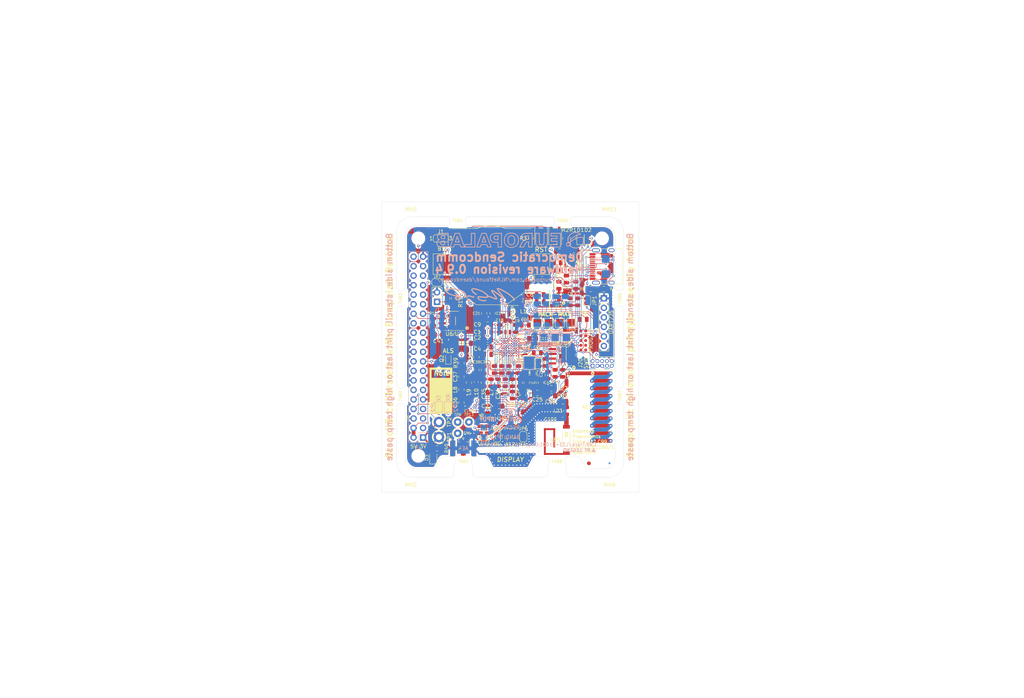
<source format=kicad_pcb>
(kicad_pcb (version 20171130) (host pcbnew 5.1.5+dfsg1-2build2)

  (general
    (thickness 1.6)
    (drawings 193)
    (tracks 1497)
    (zones 0)
    (modules 157)
    (nets 130)
  )

  (page A4)
  (title_block
    (title "Democratic Sendcomm")
    (date 2021-01-16)
    (rev 0.9.4)
    (company "Europalab Devices")
    (comment 1 "Copyright © 2021, Europalab Devices")
    (comment 2 "Fulfilling requirements of 20200210")
    (comment 3 "Pending quality assurance testing")
    (comment 4 "Release revision for manufacturing")
  )

  (layers
    (0 F.Cu signal)
    (1 In1.Cu power)
    (2 In2.Cu power)
    (31 B.Cu signal)
    (34 B.Paste user)
    (35 F.Paste user)
    (36 B.SilkS user)
    (37 F.SilkS user)
    (38 B.Mask user)
    (39 F.Mask user)
    (40 Dwgs.User user)
    (41 Cmts.User user)
    (44 Edge.Cuts user)
    (45 Margin user)
    (46 B.CrtYd user)
    (47 F.CrtYd user)
    (48 B.Fab user)
    (49 F.Fab user)
  )

  (setup
    (last_trace_width 0.127)
    (user_trace_width 0.1016)
    (user_trace_width 0.127)
    (user_trace_width 0.2)
    (user_trace_width 0.4)
    (user_trace_width 1.016)
    (trace_clearance 0.127)
    (zone_clearance 0.508)
    (zone_45_only no)
    (trace_min 0.09)
    (via_size 0.6)
    (via_drill 0.3)
    (via_min_size 0.356)
    (via_min_drill 0.2)
    (user_via 0.356 0.2)
    (user_via 0.45 0.2)
    (uvia_size 0.45)
    (uvia_drill 0.1)
    (uvias_allowed no)
    (uvia_min_size 0.45)
    (uvia_min_drill 0.1)
    (edge_width 0.05)
    (segment_width 0.1)
    (pcb_text_width 0.25)
    (pcb_text_size 1 1)
    (mod_edge_width 0.15)
    (mod_text_size 1 1)
    (mod_text_width 0.15)
    (pad_size 2 2)
    (pad_drill 0)
    (pad_to_mask_clearance 0)
    (aux_axis_origin 0 0)
    (visible_elements 7FFFFFFF)
    (pcbplotparams
      (layerselection 0x313fc_ffffffff)
      (usegerberextensions true)
      (usegerberattributes false)
      (usegerberadvancedattributes false)
      (creategerberjobfile false)
      (excludeedgelayer true)
      (linewidth 0.150000)
      (plotframeref false)
      (viasonmask false)
      (mode 1)
      (useauxorigin false)
      (hpglpennumber 1)
      (hpglpenspeed 20)
      (hpglpendiameter 15.000000)
      (psnegative false)
      (psa4output false)
      (plotreference true)
      (plotvalue true)
      (plotinvisibletext false)
      (padsonsilk false)
      (subtractmaskfromsilk false)
      (outputformat 4)
      (mirror false)
      (drillshape 0)
      (scaleselection 1)
      (outputdirectory "fabsingle"))
  )

  (net 0 "")
  (net 1 GND)
  (net 2 "Net-(AE1-Pad1)")
  (net 3 /Sheet5F53D5B4/RFSWPWR)
  (net 4 "Net-(C8-Pad1)")
  (net 5 /Sheet5F53D5B4/POWAMP)
  (net 6 "Net-(C13-Pad1)")
  (net 7 /Sheet5F53D5B4/HFOUT)
  (net 8 +3V3)
  (net 9 "Net-(C29-Pad1)")
  (net 10 /Sheet5F53D5B4/HPOUT)
  (net 11 /Sheet5F53D5B4/HFIN)
  (net 12 /Sheet5F53D5B4/BANDSEL)
  (net 13 "Net-(BT1-Pad1)")
  (net 14 /Sheet5F53D5B4/USB_BUS)
  (net 15 "Net-(C33-Pad1)")
  (net 16 "Net-(C34-Pad1)")
  (net 17 /Sheet5F53D5B4/CMDRST)
  (net 18 "Net-(D1-Pad2)")
  (net 19 "Net-(D1-Pad1)")
  (net 20 "Net-(D2-Pad1)")
  (net 21 "Net-(D2-Pad2)")
  (net 22 /Sheet5F53D5B4/USB_P)
  (net 23 /Sheet5F53D5B4/USB_N)
  (net 24 /Sheet60040980/ID_SD)
  (net 25 /Sheet60040980/ID_SC)
  (net 26 /Sheet5F53D5B4/SWDCLK)
  (net 27 "Net-(J3-Pad7)")
  (net 28 "Net-(J3-Pad8)")
  (net 29 "Net-(J4-Pad6)")
  (net 30 /Sheet5F53D5B4/CN_VBAT)
  (net 31 /Sheet5F53D5B4/XCEIV)
  (net 32 "Net-(AE5-Pad2)")
  (net 33 "Net-(C1-Pad1)")
  (net 34 "Net-(C7-Pad1)")
  (net 35 "Net-(C14-Pad1)")
  (net 36 "Net-(C17-Pad1)")
  (net 37 "Net-(C18-Pad2)")
  (net 38 "Net-(C19-Pad2)")
  (net 39 "Net-(C23-Pad2)")
  (net 40 "Net-(C23-Pad1)")
  (net 41 "Net-(C24-Pad1)")
  (net 42 "Net-(C24-Pad2)")
  (net 43 "Net-(C29-Pad2)")
  (net 44 "Net-(C33-Pad2)")
  (net 45 "Net-(C35-Pad2)")
  (net 46 "Net-(C40-Pad1)")
  (net 47 "Net-(J2-PadB5)")
  (net 48 "Net-(J2-PadA8)")
  (net 49 "Net-(J2-PadA5)")
  (net 50 "Net-(J2-PadB8)")
  (net 51 "Net-(J3-Pad2)")
  (net 52 "Net-(J3-Pad3)")
  (net 53 "Net-(J3-Pad5)")
  (net 54 "Net-(J3-Pad10)")
  (net 55 "Net-(J3-Pad11)")
  (net 56 "Net-(J3-Pad12)")
  (net 57 "Net-(J3-Pad13)")
  (net 58 "Net-(J3-Pad15)")
  (net 59 "Net-(J3-Pad16)")
  (net 60 "Net-(J3-Pad18)")
  (net 61 "Net-(J3-Pad19)")
  (net 62 "Net-(J3-Pad21)")
  (net 63 "Net-(J3-Pad22)")
  (net 64 "Net-(J3-Pad23)")
  (net 65 "Net-(J3-Pad24)")
  (net 66 "Net-(J3-Pad26)")
  (net 67 "Net-(J3-Pad29)")
  (net 68 "Net-(J3-Pad31)")
  (net 69 "Net-(J3-Pad32)")
  (net 70 "Net-(J3-Pad33)")
  (net 71 "Net-(J3-Pad35)")
  (net 72 "Net-(J3-Pad36)")
  (net 73 "Net-(J3-Pad38)")
  (net 74 "Net-(J3-Pad40)")
  (net 75 "Net-(J4-Pad7)")
  (net 76 "Net-(J4-Pad8)")
  (net 77 "Net-(J5-Pad2)")
  (net 78 "Net-(J5-Pad3)")
  (net 79 "Net-(J5-Pad6)")
  (net 80 "Net-(J6-Pad1)")
  (net 81 "Net-(L1-Pad2)")
  (net 82 "Net-(R3-Pad1)")
  (net 83 "Net-(R4-Pad1)")
  (net 84 "Net-(R4-Pad2)")
  (net 85 "Net-(U2-Pad5)")
  (net 86 "Net-(U3-PadG1)")
  (net 87 "Net-(U3-PadH1)")
  (net 88 "Net-(U3-PadE3)")
  (net 89 "Net-(U3-PadE4)")
  (net 90 "Net-(U3-PadF4)")
  (net 91 "Net-(U3-PadC7)")
  (net 92 "Net-(U3-PadD7)")
  (net 93 "Net-(U5-Pad3)")
  (net 94 "Net-(U5-Pad4)")
  (net 95 "Net-(U8-Pad7)")
  (net 96 "Net-(U8-Pad3)")
  (net 97 "Net-(U8-Pad2)")
  (net 98 "Net-(U8-Pad1)")
  (net 99 "Net-(U9-Pad1)")
  (net 100 "Net-(U9-Pad2)")
  (net 101 "Net-(U9-Pad3)")
  (net 102 "Net-(U9-Pad7)")
  (net 103 /Sheet5F53D5B4/SWDIO)
  (net 104 "Net-(AE2-Pad1)")
  (net 105 "Net-(AE4-Pad1)")
  (net 106 "Net-(AE5-Pad1)")
  (net 107 "Net-(J6-Pad2)")
  (net 108 "Net-(J6-Pad3)")
  (net 109 "Net-(J6-Pad4)")
  (net 110 "Net-(J7-Pad1)")
  (net 111 "Net-(C95-Pad1)")
  (net 112 /TP_SCL)
  (net 113 /TP_SDA)
  (net 114 "Net-(J20-Pad6)")
  (net 115 "Net-(J20-Pad7)")
  (net 116 "Net-(J20-Pad8)")
  (net 117 "Net-(Q2-Pad2)")
  (net 118 EXT_UART_TX)
  (net 119 EXT_UART_RX)
  (net 120 USB_TST)
  (net 121 "Net-(TP13-Pad1)")
  (net 122 "Net-(C94-Pad2)")
  (net 123 /Sheet5F53D5B4/CRY_XIN-RSVD)
  (net 124 /Sheet5F53D5B4/CRY_XOUT-RSVD)
  (net 125 "Net-(C97-Pad1)")
  (net 126 "Net-(C101-Pad1)")
  (net 127 "Net-(D3-Pad2)")
  (net 128 "Net-(JP4-Pad1)")
  (net 129 "Net-(U3-PadE5)")

  (net_class Default "This is the default net class."
    (clearance 0.127)
    (trace_width 0.127)
    (via_dia 0.6)
    (via_drill 0.3)
    (uvia_dia 0.45)
    (uvia_drill 0.1)
    (add_net +3V3)
    (add_net /Sheet5F53D5B4/BANDSEL)
    (add_net /Sheet5F53D5B4/CMDRST)
    (add_net /Sheet5F53D5B4/CN_VBAT)
    (add_net /Sheet5F53D5B4/CRY_XIN-RSVD)
    (add_net /Sheet5F53D5B4/CRY_XOUT-RSVD)
    (add_net /Sheet5F53D5B4/HFIN)
    (add_net /Sheet5F53D5B4/HFOUT)
    (add_net /Sheet5F53D5B4/HPOUT)
    (add_net /Sheet5F53D5B4/POWAMP)
    (add_net /Sheet5F53D5B4/RFSWPWR)
    (add_net /Sheet5F53D5B4/SWDCLK)
    (add_net /Sheet5F53D5B4/SWDIO)
    (add_net /Sheet5F53D5B4/USB_BUS)
    (add_net /Sheet5F53D5B4/USB_N)
    (add_net /Sheet5F53D5B4/USB_P)
    (add_net /Sheet5F53D5B4/XCEIV)
    (add_net /Sheet60040980/ID_SC)
    (add_net /Sheet60040980/ID_SD)
    (add_net /TP_SCL)
    (add_net /TP_SDA)
    (add_net EXT_UART_RX)
    (add_net EXT_UART_TX)
    (add_net GND)
    (add_net "Net-(AE1-Pad1)")
    (add_net "Net-(AE2-Pad1)")
    (add_net "Net-(AE4-Pad1)")
    (add_net "Net-(AE5-Pad1)")
    (add_net "Net-(AE5-Pad2)")
    (add_net "Net-(BT1-Pad1)")
    (add_net "Net-(C1-Pad1)")
    (add_net "Net-(C101-Pad1)")
    (add_net "Net-(C13-Pad1)")
    (add_net "Net-(C14-Pad1)")
    (add_net "Net-(C17-Pad1)")
    (add_net "Net-(C18-Pad2)")
    (add_net "Net-(C19-Pad2)")
    (add_net "Net-(C23-Pad1)")
    (add_net "Net-(C23-Pad2)")
    (add_net "Net-(C24-Pad1)")
    (add_net "Net-(C24-Pad2)")
    (add_net "Net-(C29-Pad1)")
    (add_net "Net-(C29-Pad2)")
    (add_net "Net-(C33-Pad1)")
    (add_net "Net-(C33-Pad2)")
    (add_net "Net-(C34-Pad1)")
    (add_net "Net-(C35-Pad2)")
    (add_net "Net-(C40-Pad1)")
    (add_net "Net-(C7-Pad1)")
    (add_net "Net-(C8-Pad1)")
    (add_net "Net-(C94-Pad2)")
    (add_net "Net-(C95-Pad1)")
    (add_net "Net-(C97-Pad1)")
    (add_net "Net-(D1-Pad1)")
    (add_net "Net-(D1-Pad2)")
    (add_net "Net-(D2-Pad1)")
    (add_net "Net-(D2-Pad2)")
    (add_net "Net-(D3-Pad2)")
    (add_net "Net-(J2-PadA5)")
    (add_net "Net-(J2-PadA8)")
    (add_net "Net-(J2-PadB5)")
    (add_net "Net-(J2-PadB8)")
    (add_net "Net-(J20-Pad6)")
    (add_net "Net-(J20-Pad7)")
    (add_net "Net-(J20-Pad8)")
    (add_net "Net-(J3-Pad10)")
    (add_net "Net-(J3-Pad11)")
    (add_net "Net-(J3-Pad12)")
    (add_net "Net-(J3-Pad13)")
    (add_net "Net-(J3-Pad15)")
    (add_net "Net-(J3-Pad16)")
    (add_net "Net-(J3-Pad18)")
    (add_net "Net-(J3-Pad19)")
    (add_net "Net-(J3-Pad2)")
    (add_net "Net-(J3-Pad21)")
    (add_net "Net-(J3-Pad22)")
    (add_net "Net-(J3-Pad23)")
    (add_net "Net-(J3-Pad24)")
    (add_net "Net-(J3-Pad26)")
    (add_net "Net-(J3-Pad29)")
    (add_net "Net-(J3-Pad3)")
    (add_net "Net-(J3-Pad31)")
    (add_net "Net-(J3-Pad32)")
    (add_net "Net-(J3-Pad33)")
    (add_net "Net-(J3-Pad35)")
    (add_net "Net-(J3-Pad36)")
    (add_net "Net-(J3-Pad38)")
    (add_net "Net-(J3-Pad40)")
    (add_net "Net-(J3-Pad5)")
    (add_net "Net-(J3-Pad7)")
    (add_net "Net-(J3-Pad8)")
    (add_net "Net-(J4-Pad6)")
    (add_net "Net-(J4-Pad7)")
    (add_net "Net-(J4-Pad8)")
    (add_net "Net-(J5-Pad2)")
    (add_net "Net-(J5-Pad3)")
    (add_net "Net-(J5-Pad6)")
    (add_net "Net-(J6-Pad1)")
    (add_net "Net-(J6-Pad2)")
    (add_net "Net-(J6-Pad3)")
    (add_net "Net-(J6-Pad4)")
    (add_net "Net-(J7-Pad1)")
    (add_net "Net-(JP4-Pad1)")
    (add_net "Net-(L1-Pad2)")
    (add_net "Net-(Q2-Pad2)")
    (add_net "Net-(R3-Pad1)")
    (add_net "Net-(R4-Pad1)")
    (add_net "Net-(R4-Pad2)")
    (add_net "Net-(TP13-Pad1)")
    (add_net "Net-(U2-Pad5)")
    (add_net "Net-(U3-PadC7)")
    (add_net "Net-(U3-PadD7)")
    (add_net "Net-(U3-PadE3)")
    (add_net "Net-(U3-PadE4)")
    (add_net "Net-(U3-PadE5)")
    (add_net "Net-(U3-PadF4)")
    (add_net "Net-(U3-PadG1)")
    (add_net "Net-(U3-PadH1)")
    (add_net "Net-(U5-Pad3)")
    (add_net "Net-(U5-Pad4)")
    (add_net "Net-(U8-Pad1)")
    (add_net "Net-(U8-Pad2)")
    (add_net "Net-(U8-Pad3)")
    (add_net "Net-(U8-Pad7)")
    (add_net "Net-(U9-Pad1)")
    (add_net "Net-(U9-Pad2)")
    (add_net "Net-(U9-Pad3)")
    (add_net "Net-(U9-Pad7)")
    (add_net USB_TST)
  )

  (net_class Power ""
    (clearance 0.2)
    (trace_width 0.5)
    (via_dia 1)
    (via_drill 0.7)
    (uvia_dia 0.5)
    (uvia_drill 0.1)
  )

  (module Capacitor_SMD:C_0805_2012Metric (layer F.Cu) (tedit 5B36C52B) (tstamp 5F6870D5)
    (at 140 126.5625 270)
    (descr "Capacitor SMD 0805 (2012 Metric), square (rectangular) end terminal, IPC_7351 nominal, (Body size source: https://docs.google.com/spreadsheets/d/1BsfQQcO9C6DZCsRaXUlFlo91Tg2WpOkGARC1WS5S8t0/edit?usp=sharing), generated with kicad-footprint-generator")
    (tags capacitor)
    (path /5F5C0728/5F5D6DA0)
    (attr smd)
    (fp_text reference C30 (at 2.9375 0 90) (layer F.SilkS)
      (effects (font (size 0.875 0.875) (thickness 0.125)))
    )
    (fp_text value 2,7pF (at 0 1.65 90) (layer F.Fab)
      (effects (font (size 1 1) (thickness 0.15)))
    )
    (fp_text user %R (at 0 0 90) (layer F.Fab)
      (effects (font (size 0.5 0.5) (thickness 0.08)))
    )
    (fp_line (start 1.68 0.95) (end -1.68 0.95) (layer F.CrtYd) (width 0.05))
    (fp_line (start 1.68 -0.95) (end 1.68 0.95) (layer F.CrtYd) (width 0.05))
    (fp_line (start -1.68 -0.95) (end 1.68 -0.95) (layer F.CrtYd) (width 0.05))
    (fp_line (start -1.68 0.95) (end -1.68 -0.95) (layer F.CrtYd) (width 0.05))
    (fp_line (start -0.258578 0.71) (end 0.258578 0.71) (layer F.SilkS) (width 0.12))
    (fp_line (start -0.258578 -0.71) (end 0.258578 -0.71) (layer F.SilkS) (width 0.12))
    (fp_line (start 1 0.6) (end -1 0.6) (layer F.Fab) (width 0.1))
    (fp_line (start 1 -0.6) (end 1 0.6) (layer F.Fab) (width 0.1))
    (fp_line (start -1 -0.6) (end 1 -0.6) (layer F.Fab) (width 0.1))
    (fp_line (start -1 0.6) (end -1 -0.6) (layer F.Fab) (width 0.1))
    (pad 2 smd roundrect (at 0.9375 0 270) (size 0.975 1.4) (layers F.Cu F.Paste F.Mask) (roundrect_rratio 0.25)
      (net 1 GND))
    (pad 1 smd roundrect (at -0.9375 0 270) (size 0.975 1.4) (layers F.Cu F.Paste F.Mask) (roundrect_rratio 0.25)
      (net 9 "Net-(C29-Pad1)"))
    (model ${KISYS3DMOD}/Capacitor_SMD.3dshapes/C_0805_2012Metric.wrl
      (at (xyz 0 0 0))
      (scale (xyz 1 1 1))
      (rotate (xyz 0 0 0))
    )
  )

  (module Connector_Coaxial:SMA_Samtec_SMA-J-P-X-ST-EM1_EdgeMount (layer F.Cu) (tedit 5FE90BFC) (tstamp 5F686FA8)
    (at 135.5 131.5)
    (descr "Connector SMA, 0Hz to 20GHz, 50Ohm, Edge Mount (http://suddendocs.samtec.com/prints/sma-j-p-x-st-em1-mkt.pdf)")
    (tags "SMA Straight Samtec Edge Mount")
    (path /5F5C0728/6000659E)
    (attr smd)
    (fp_text reference AE4 (at 0 0 unlocked) (layer B.SilkS)
      (effects (font (size 1 1) (thickness 0.15)) (justify mirror))
    )
    (fp_text value Antenna_Shield (at 0 13) (layer F.Fab)
      (effects (font (size 1 1) (thickness 0.15)))
    )
    (fp_text user "Board Thickness: 1.57mm" (at 0 -5.45) (layer Cmts.User)
      (effects (font (size 1 1) (thickness 0.15)))
    )
    (fp_line (start 0.84 -1.71) (end 1.95 -1.71) (layer F.SilkS) (width 0.12))
    (fp_line (start -1.95 -1.71) (end -0.84 -1.71) (layer F.SilkS) (width 0.12))
    (fp_line (start 0.84 2) (end 1.95 2) (layer F.SilkS) (width 0.12))
    (fp_line (start -1.95 2) (end -0.84 2) (layer F.SilkS) (width 0.12))
    (fp_line (start 3.68 2.6) (end 3.68 12.12) (layer B.CrtYd) (width 0.05))
    (fp_line (start 4 2.6) (end 3.68 2.6) (layer B.CrtYd) (width 0.05))
    (fp_line (start -3.68 12.12) (end -3.68 2.6) (layer B.CrtYd) (width 0.05))
    (fp_line (start -3.68 2.6) (end -4 2.6) (layer B.CrtYd) (width 0.05))
    (fp_line (start 3.68 2.6) (end 3.68 12.12) (layer F.CrtYd) (width 0.05))
    (fp_line (start 3.68 2.6) (end 4 2.6) (layer F.CrtYd) (width 0.05))
    (fp_line (start -3.68 12.12) (end -3.68 2.6) (layer F.CrtYd) (width 0.05))
    (fp_line (start -3.68 2.6) (end -4 2.6) (layer F.CrtYd) (width 0.05))
    (fp_text user "PCB Edge" (at 0 2.6) (layer Dwgs.User)
      (effects (font (size 0.5 0.5) (thickness 0.1)))
    )
    (fp_line (start 4.1 2.1) (end -4.1 2.1) (layer Dwgs.User) (width 0.1))
    (fp_line (start -3.175 -1.71) (end -3.175 11.62) (layer F.Fab) (width 0.1))
    (fp_line (start -2.365 -1.71) (end -3.175 -1.71) (layer F.Fab) (width 0.1))
    (fp_line (start -2.365 2.1) (end -2.365 -1.71) (layer F.Fab) (width 0.1))
    (fp_line (start 2.365 2.1) (end -2.365 2.1) (layer F.Fab) (width 0.1))
    (fp_line (start 2.365 -1.71) (end 2.365 2.1) (layer F.Fab) (width 0.1))
    (fp_line (start 3.175 -1.71) (end 2.365 -1.71) (layer F.Fab) (width 0.1))
    (fp_line (start 3.175 -1.71) (end 3.175 11.62) (layer F.Fab) (width 0.1))
    (fp_line (start 3.165 11.62) (end -3.165 11.62) (layer F.Fab) (width 0.1))
    (fp_line (start -4 -2.6) (end 4 -2.6) (layer B.CrtYd) (width 0.05))
    (fp_line (start -4 2.6) (end -4 -2.6) (layer B.CrtYd) (width 0.05))
    (fp_line (start 3.68 12.12) (end -3.68 12.12) (layer B.CrtYd) (width 0.05))
    (fp_line (start 4 2.6) (end 4 -2.6) (layer B.CrtYd) (width 0.05))
    (fp_line (start -4 -2.6) (end 4 -2.6) (layer F.CrtYd) (width 0.05))
    (fp_line (start -4 2.6) (end -4 -2.6) (layer F.CrtYd) (width 0.05))
    (fp_line (start 3.68 12.12) (end -3.68 12.12) (layer F.CrtYd) (width 0.05))
    (fp_line (start 4 2.6) (end 4 -2.6) (layer F.CrtYd) (width 0.05))
    (fp_text user %R (at 0 4.29 180) (layer F.Fab)
      (effects (font (size 1 1) (thickness 0.15)))
    )
    (fp_line (start 0.64 2.1) (end 0 3.1) (layer F.Fab) (width 0.1))
    (fp_line (start 0 3.1) (end -0.64 2.1) (layer F.Fab) (width 0.1))
    (fp_line (start 0 -2.26) (end 0.25 -2.76) (layer F.SilkS) (width 0.12))
    (fp_line (start 0.25 -2.76) (end -0.25 -2.76) (layer F.SilkS) (width 0.12))
    (fp_line (start -0.25 -2.76) (end 0 -2.26) (layer F.SilkS) (width 0.12))
    (pad 1 smd rect (at 0 0.2) (size 1.27 3.6) (layers F.Cu F.Mask)
      (net 105 "Net-(AE4-Pad1)"))
    (pad 2 smd rect (at 2.825 0) (size 1.35 4.2) (layers F.Cu F.Mask)
      (net 1 GND))
    (pad 2 smd rect (at -2.825 0) (size 1.35 4.2) (layers F.Cu F.Mask)
      (net 1 GND))
    (pad 2 smd rect (at 2.825 0) (size 1.35 4.2) (layers B.Cu B.Mask)
      (net 1 GND))
    (pad 2 smd rect (at -2.825 0) (size 1.35 4.2) (layers B.Cu B.Mask)
      (net 1 GND))
    (model ${KISYS3DMOD}/Connector_Coaxial.3dshapes/SMA_Samtec_SMA-J-P-X-ST-EM1_EdgeMount.wrl
      (at (xyz 0 0 0))
      (scale (xyz 1 1 1))
      (rotate (xyz 0 0 0))
    )
    (model ${KIPRJMOD}/modules/packages3d/RF_Antenna.3dshapes/SMA-J-P-H-ST-EM1.wrl
      (offset (xyz 0 -4 0.5))
      (scale (xyz 0.4 0.4 0.4))
      (rotate (xyz 180 -90 0))
    )
  )

  (module Connector_PinHeader_2.54mm:PinHeader_1x06_P2.54mm_Vertical (layer F.Cu) (tedit 59FED5CC) (tstamp 5FF83409)
    (at 173 91.5)
    (descr "Through hole straight pin header, 1x06, 2.54mm pitch, single row")
    (tags "Through hole pin header THT 1x06 2.54mm single row")
    (path /60040981/6006812D)
    (fp_text reference J5 (at 2 5 90) (layer F.SilkS)
      (effects (font (size 1 1) (thickness 0.15)) (justify left))
    )
    (fp_text value Conn_01x06_Male (at 4.385 14.97) (layer F.Fab)
      (effects (font (size 1 1) (thickness 0.15)))
    )
    (fp_text user %R (at 2.77 6.35 90) (layer F.Fab)
      (effects (font (size 1 1) (thickness 0.15)))
    )
    (fp_line (start 1.8 -1.8) (end -1.8 -1.8) (layer F.CrtYd) (width 0.05))
    (fp_line (start 1.8 14.5) (end 1.8 -1.8) (layer F.CrtYd) (width 0.05))
    (fp_line (start -1.8 14.5) (end 1.8 14.5) (layer F.CrtYd) (width 0.05))
    (fp_line (start -1.8 -1.8) (end -1.8 14.5) (layer F.CrtYd) (width 0.05))
    (fp_line (start -1.33 -1.33) (end 0 -1.33) (layer F.SilkS) (width 0.12))
    (fp_line (start -1.33 0) (end -1.33 -1.33) (layer F.SilkS) (width 0.12))
    (fp_line (start -1.33 1.27) (end 1.33 1.27) (layer F.SilkS) (width 0.12))
    (fp_line (start 1.33 1.27) (end 1.33 14.03) (layer F.SilkS) (width 0.12))
    (fp_line (start -1.33 1.27) (end -1.33 14.03) (layer F.SilkS) (width 0.12))
    (fp_line (start -1.33 14.03) (end 1.33 14.03) (layer F.SilkS) (width 0.12))
    (fp_line (start -1.27 -0.635) (end -0.635 -1.27) (layer F.Fab) (width 0.1))
    (fp_line (start -1.27 13.97) (end -1.27 -0.635) (layer F.Fab) (width 0.1))
    (fp_line (start 1.27 13.97) (end -1.27 13.97) (layer F.Fab) (width 0.1))
    (fp_line (start 1.27 -1.27) (end 1.27 13.97) (layer F.Fab) (width 0.1))
    (fp_line (start -0.635 -1.27) (end 1.27 -1.27) (layer F.Fab) (width 0.1))
    (pad 6 thru_hole oval (at 0 12.7) (size 1.7 1.7) (drill 1) (layers *.Cu *.Mask)
      (net 79 "Net-(J5-Pad6)"))
    (pad 5 thru_hole oval (at 0 10.16) (size 1.7 1.7) (drill 1) (layers *.Cu *.Mask)
      (net 118 EXT_UART_TX))
    (pad 4 thru_hole oval (at 0 7.62) (size 1.7 1.7) (drill 1) (layers *.Cu *.Mask)
      (net 119 EXT_UART_RX))
    (pad 3 thru_hole oval (at 0 5.08) (size 1.7 1.7) (drill 1) (layers *.Cu *.Mask)
      (net 78 "Net-(J5-Pad3)"))
    (pad 2 thru_hole oval (at 0 2.54) (size 1.7 1.7) (drill 1) (layers *.Cu *.Mask)
      (net 77 "Net-(J5-Pad2)"))
    (pad 1 thru_hole rect (at 0 0) (size 1.7 1.7) (drill 1) (layers *.Cu *.Mask)
      (net 1 GND))
    (model ${KISYS3DMOD}/Connector_PinHeader_2.54mm.3dshapes/PinHeader_1x06_P2.54mm_Vertical.wrl
      (at (xyz 0 0 0))
      (scale (xyz 1 1 1))
      (rotate (xyz 0 0 0))
    )
  )

  (module RF_Antenna:Texas_SWRA416_868MHz_915MHz (layer F.Cu) (tedit 5CF40AFD) (tstamp 5F686F31)
    (at 169 120.5 270)
    (descr http://www.ti.com/lit/an/swra416/swra416.pdf)
    (tags "PCB antenna")
    (path /5F5C0728/60008187)
    (attr smd)
    (fp_text reference AE1 (at 0 0.5 180) (layer F.SilkS)
      (effects (font (size 1 1) (thickness 0.15)))
    )
    (fp_text value Antenna (at 0.1 -7.6 90) (layer F.Fab)
      (effects (font (size 1 1) (thickness 0.15)))
    )
    (fp_line (start 9.7 2.1) (end 6.2 5.7) (layer Dwgs.User) (width 0.12))
    (fp_line (start 9.7 0.1) (end 4.3 5.7) (layer Dwgs.User) (width 0.12))
    (fp_line (start 9.7 -1.9) (end 2.3 5.7) (layer Dwgs.User) (width 0.12))
    (fp_line (start 9.7 -3.9) (end 0.2 5.7) (layer Dwgs.User) (width 0.12))
    (fp_line (start 9.7 -5.9) (end -1.8 5.7) (layer Dwgs.User) (width 0.12))
    (fp_line (start 8.3 -6.5) (end -3.8 5.7) (layer Dwgs.User) (width 0.12))
    (fp_line (start 6.3 -6.5) (end -5.8 5.7) (layer Dwgs.User) (width 0.12))
    (fp_line (start 4.3 -6.5) (end -7.8 5.7) (layer Dwgs.User) (width 0.12))
    (fp_line (start -9.7 5.5) (end 2.3 -6.5) (layer Dwgs.User) (width 0.12))
    (fp_line (start -9.7 3.5) (end 0.3 -6.5) (layer Dwgs.User) (width 0.12))
    (fp_line (start -9.7 1.5) (end -1.7 -6.5) (layer Dwgs.User) (width 0.12))
    (fp_line (start -9.7 -0.5) (end -3.7 -6.5) (layer Dwgs.User) (width 0.12))
    (fp_line (start -9.7 -2.5) (end -5.7 -6.5) (layer Dwgs.User) (width 0.12))
    (fp_line (start -9.7 -4.5) (end -7.7 -6.5) (layer Dwgs.User) (width 0.12))
    (fp_line (start 9.7 -6.5) (end -9.7 -6.5) (layer Dwgs.User) (width 0.15))
    (fp_line (start 9.7 5.7) (end 9.7 -6.5) (layer Dwgs.User) (width 0.15))
    (fp_line (start -9.7 5.7) (end 9.7 5.7) (layer Dwgs.User) (width 0.15))
    (fp_line (start -9.7 -6.5) (end -9.7 5.7) (layer Dwgs.User) (width 0.15))
    (fp_line (start 7 -5.8) (end 8 -4.8) (layer B.Cu) (width 1))
    (fp_line (start 8 -1.8) (end 9 -0.8) (layer B.Cu) (width 1))
    (fp_line (start 8 -4.8) (end 8 -1.8) (layer B.Cu) (width 1))
    (fp_line (start 9 -5.8) (end 9 -0.8) (layer F.Cu) (width 1))
    (fp_line (start 5 -5.8) (end 6 -4.8) (layer B.Cu) (width 1))
    (fp_line (start 6 -1.8) (end 7 -0.8) (layer B.Cu) (width 1))
    (fp_line (start 6 -4.8) (end 6 -1.8) (layer B.Cu) (width 1))
    (fp_line (start 7 -5.8) (end 7 -0.8) (layer F.Cu) (width 1))
    (fp_line (start 3 -5.8) (end 4 -4.8) (layer B.Cu) (width 1))
    (fp_line (start 4 -1.8) (end 5 -0.8) (layer B.Cu) (width 1))
    (fp_line (start 4 -4.8) (end 4 -1.8) (layer B.Cu) (width 1))
    (fp_line (start 5 -5.8) (end 5 -0.8) (layer F.Cu) (width 1))
    (fp_line (start 1 -5.8) (end 2 -4.8) (layer B.Cu) (width 1))
    (fp_line (start 2 -1.8) (end 3 -0.8) (layer B.Cu) (width 1))
    (fp_line (start 2 -4.8) (end 2 -1.8) (layer B.Cu) (width 1))
    (fp_line (start 3 -5.8) (end 3 -0.8) (layer F.Cu) (width 1))
    (fp_line (start -1 -5.8) (end 0 -4.8) (layer B.Cu) (width 1))
    (fp_line (start 0 -1.8) (end 1 -0.8) (layer B.Cu) (width 1))
    (fp_line (start 0 -4.8) (end 0 -1.8) (layer B.Cu) (width 1))
    (fp_line (start 1 -5.8) (end 1 -0.8) (layer F.Cu) (width 1))
    (fp_line (start -3 -5.8) (end -2 -4.8) (layer B.Cu) (width 1))
    (fp_line (start -2 -1.8) (end -1 -0.8) (layer B.Cu) (width 1))
    (fp_line (start -2 -4.8) (end -2 -1.8) (layer B.Cu) (width 1))
    (fp_line (start -1 -5.8) (end -1 -0.8) (layer F.Cu) (width 1))
    (fp_line (start -4 -4.8) (end -4 -1.8) (layer B.Cu) (width 1))
    (fp_line (start -5 -5.8) (end -4 -4.8) (layer B.Cu) (width 1))
    (fp_line (start -4 -1.8) (end -3 -0.8) (layer B.Cu) (width 1))
    (fp_line (start -3 -5.8) (end -3 -0.8) (layer F.Cu) (width 1))
    (fp_line (start -6 -4.8) (end -6 -1.8) (layer B.Cu) (width 1))
    (fp_line (start -7 -5.8) (end -6 -4.8) (layer B.Cu) (width 1))
    (fp_line (start -6 -1.8) (end -5 -0.8) (layer B.Cu) (width 1))
    (fp_line (start -5 -5.8) (end -5 -0.8) (layer F.Cu) (width 1))
    (fp_line (start -7 -5.8) (end -7 -0.8) (layer F.Cu) (width 1))
    (fp_line (start -9 5.2) (end -9 -5.8) (layer F.Cu) (width 1))
    (fp_line (start -9 -5.8) (end -8 -4.8) (layer B.Cu) (width 1))
    (fp_line (start -8 -4.8) (end -8 -1.8) (layer B.Cu) (width 1))
    (fp_line (start -8 -1.8) (end -7 -0.8) (layer B.Cu) (width 1))
    (fp_line (start 9.7 4.1) (end 8.2 5.7) (layer Dwgs.User) (width 0.12))
    (fp_line (start -9.9 -6.7) (end -9.9 5.9) (layer F.CrtYd) (width 0.05))
    (fp_line (start -9.9 5.9) (end 9.9 5.9) (layer F.CrtYd) (width 0.05))
    (fp_line (start 9.9 5.9) (end 9.9 -6.7) (layer F.CrtYd) (width 0.05))
    (fp_line (start 9.9 -6.7) (end -9.9 -6.7) (layer F.CrtYd) (width 0.05))
    (fp_line (start 9.9 -6.7) (end -9.9 -6.7) (layer B.CrtYd) (width 0.05))
    (fp_line (start 9.9 5.9) (end 9.9 -6.7) (layer B.CrtYd) (width 0.05))
    (fp_line (start -9.9 -6.7) (end -9.9 5.9) (layer B.CrtYd) (width 0.05))
    (fp_line (start -9.9 5.9) (end 9.9 5.9) (layer B.CrtYd) (width 0.05))
    (fp_text user "KEEP-OUT ZONE" (at 1 -2.8 90) (layer Cmts.User)
      (effects (font (size 1 1) (thickness 0.15)))
    )
    (fp_text user "No metal, traces or " (at 1 0.2 90) (layer Cmts.User)
      (effects (font (size 1 1) (thickness 0.15)))
    )
    (fp_text user "any components on" (at 1 2.2 90) (layer Cmts.User)
      (effects (font (size 1 1) (thickness 0.15)))
    )
    (fp_text user " any PCB layer." (at 1 4.2 90) (layer Cmts.User)
      (effects (font (size 1 1) (thickness 0.15)))
    )
    (fp_text user %R (at -0.4 6.6 90) (layer F.Fab)
      (effects (font (size 1 1) (thickness 0.15)))
    )
    (pad "" thru_hole circle (at 9 -0.8 90) (size 1 1) (drill 0.4) (layers *.Cu))
    (pad "" thru_hole circle (at 9 -5.8 90) (size 1 1) (drill 0.4) (layers *.Cu))
    (pad "" thru_hole circle (at 7 -5.8 90) (size 1 1) (drill 0.4) (layers *.Cu))
    (pad "" thru_hole circle (at 7 -0.8 90) (size 1 1) (drill 0.4) (layers *.Cu))
    (pad "" thru_hole circle (at 5 -0.8 90) (size 1 1) (drill 0.4) (layers *.Cu))
    (pad "" thru_hole circle (at 5 -5.8 90) (size 1 1) (drill 0.4) (layers *.Cu))
    (pad "" thru_hole circle (at 3 -0.8 90) (size 1 1) (drill 0.4) (layers *.Cu))
    (pad "" thru_hole circle (at 3 -5.8 90) (size 1 1) (drill 0.4) (layers *.Cu))
    (pad "" thru_hole circle (at 1 -5.8 90) (size 1 1) (drill 0.4) (layers *.Cu))
    (pad "" thru_hole circle (at 1 -0.8 90) (size 1 1) (drill 0.4) (layers *.Cu))
    (pad "" thru_hole circle (at -1 -0.8 90) (size 1 1) (drill 0.4) (layers *.Cu))
    (pad "" thru_hole circle (at -1 -5.8 90) (size 1 1) (drill 0.4) (layers *.Cu))
    (pad "" thru_hole circle (at -3 -5.8 90) (size 1 1) (drill 0.4) (layers *.Cu))
    (pad "" thru_hole circle (at -3 -0.8 90) (size 1 1) (drill 0.4) (layers *.Cu))
    (pad "" thru_hole circle (at -5 -0.8 90) (size 1 1) (drill 0.4) (layers *.Cu))
    (pad "" thru_hole circle (at -5 -5.8 90) (size 1 1) (drill 0.4) (layers *.Cu))
    (pad "" thru_hole circle (at -7 -5.8 90) (size 1 1) (drill 0.4) (layers *.Cu))
    (pad "" thru_hole circle (at -7 -0.8 90) (size 1 1) (drill 0.4) (layers *.Cu))
    (pad "" thru_hole circle (at -9 -5.8 90) (size 1 1) (drill 0.4) (layers *.Cu))
    (pad 1 smd trapezoid (at -9 5.9 90) (size 0.4 0.8) (rect_delta 0 0.3 ) (layers F.Cu)
      (net 2 "Net-(AE1-Pad1)"))
  )

  (module Elabdev:Panel_Mousetab_25mm_Single (layer F.Cu) (tedit 5CD9E502) (tstamp 60039779)
    (at 160.5 135 90)
    (path /5CD9EB0D)
    (fp_text reference TAB8 (at 0 0) (layer F.SilkS)
      (effects (font (size 0.8 0.8) (thickness 0.13)))
    )
    (fp_text value Pantab (at -3.25 0 180) (layer F.Fab)
      (effects (font (size 1 1) (thickness 0.15)))
    )
    (fp_line (start 1.25 -2.2) (end 1.25 2.2) (layer F.Fab) (width 0.15))
    (fp_line (start -1.25 -2.2) (end -1.25 2.2) (layer F.Fab) (width 0.15))
    (fp_line (start 2.1 -2.6) (end 2.1 2.6) (layer F.CrtYd) (width 0.15))
    (fp_line (start 2.1 2.6) (end -2.1 2.6) (layer F.CrtYd) (width 0.15))
    (fp_line (start -2.1 2.6) (end -2.1 -2.6) (layer F.CrtYd) (width 0.15))
    (fp_line (start -2.1 -2.6) (end 2.1 -2.6) (layer F.CrtYd) (width 0.15))
    (pad "" np_thru_hole circle (at 1.35 2 90) (size 0.5 0.5) (drill 0.5) (layers *.Cu))
    (pad "" np_thru_hole circle (at 1.35 1.2 90) (size 0.5 0.5) (drill 0.5) (layers *.Cu))
    (pad "" np_thru_hole circle (at 1.35 0.4 90) (size 0.5 0.5) (drill 0.5) (layers *.Cu))
    (pad "" np_thru_hole circle (at 1.35 -0.4 90) (size 0.5 0.5) (drill 0.5) (layers *.Cu))
    (pad "" np_thru_hole circle (at 1.35 -1.2 90) (size 0.5 0.5) (drill 0.5) (layers *.Cu))
    (pad "" np_thru_hole circle (at 1.35 -2 90) (size 0.5 0.5) (drill 0.5) (layers *.Cu))
  )

  (module Capacitor_SMD:C_0805_2012Metric (layer F.Cu) (tedit 5B36C52B) (tstamp 5FEB8111)
    (at 149.5 99.5625 270)
    (descr "Capacitor SMD 0805 (2012 Metric), square (rectangular) end terminal, IPC_7351 nominal, (Body size source: https://docs.google.com/spreadsheets/d/1BsfQQcO9C6DZCsRaXUlFlo91Tg2WpOkGARC1WS5S8t0/edit?usp=sharing), generated with kicad-footprint-generator")
    (tags capacitor)
    (path /5F53D5B5/5F609CF5)
    (attr smd)
    (fp_text reference C19 (at -2.0625 0 180) (layer F.SilkS)
      (effects (font (size 0.7 0.7) (thickness 0.1)))
    )
    (fp_text value 18pF (at 0 1.65 90) (layer F.Fab)
      (effects (font (size 1 1) (thickness 0.15)))
    )
    (fp_line (start -1 0.6) (end -1 -0.6) (layer F.Fab) (width 0.1))
    (fp_line (start -1 -0.6) (end 1 -0.6) (layer F.Fab) (width 0.1))
    (fp_line (start 1 -0.6) (end 1 0.6) (layer F.Fab) (width 0.1))
    (fp_line (start 1 0.6) (end -1 0.6) (layer F.Fab) (width 0.1))
    (fp_line (start -0.258578 -0.71) (end 0.258578 -0.71) (layer F.SilkS) (width 0.12))
    (fp_line (start -0.258578 0.71) (end 0.258578 0.71) (layer F.SilkS) (width 0.12))
    (fp_line (start -1.68 0.95) (end -1.68 -0.95) (layer F.CrtYd) (width 0.05))
    (fp_line (start -1.68 -0.95) (end 1.68 -0.95) (layer F.CrtYd) (width 0.05))
    (fp_line (start 1.68 -0.95) (end 1.68 0.95) (layer F.CrtYd) (width 0.05))
    (fp_line (start 1.68 0.95) (end -1.68 0.95) (layer F.CrtYd) (width 0.05))
    (fp_text user %R (at 0 0 90) (layer F.Fab)
      (effects (font (size 0.5 0.5) (thickness 0.08)))
    )
    (pad 1 smd roundrect (at -0.9375 0 270) (size 0.975 1.4) (layers F.Cu F.Paste F.Mask) (roundrect_rratio 0.25)
      (net 1 GND))
    (pad 2 smd roundrect (at 0.9375 0 270) (size 0.975 1.4) (layers F.Cu F.Paste F.Mask) (roundrect_rratio 0.25)
      (net 38 "Net-(C19-Pad2)"))
    (model ${KISYS3DMOD}/Capacitor_SMD.3dshapes/C_0805_2012Metric.wrl
      (at (xyz 0 0 0))
      (scale (xyz 1 1 1))
      (rotate (xyz 0 0 0))
    )
  )

  (module Elabdev:Meinkuerz_sign_480dpi (layer B.Cu) (tedit 0) (tstamp 5FBE809B)
    (at 140 90.5 180)
    (fp_text reference G1 (at 0 0) (layer B.SilkS) hide
      (effects (font (size 1.524 1.524) (thickness 0.3)) (justify mirror))
    )
    (fp_text value Meinkuerzel_signature (at 0.75 0) (layer B.SilkS) hide
      (effects (font (size 1.524 1.524) (thickness 0.3)) (justify mirror))
    )
    (fp_poly (pts (xy 7.849084 1.675651) (xy 8.303148 1.632827) (xy 8.685942 1.550363) (xy 8.876057 1.481326)
      (xy 9.07938 1.34976) (xy 9.204465 1.178624) (xy 9.241225 0.986809) (xy 9.210768 0.854557)
      (xy 9.078684 0.643748) (xy 8.864557 0.429964) (xy 8.589687 0.233059) (xy 8.471807 0.165759)
      (xy 8.232808 0.053863) (xy 7.923436 -0.068816) (xy 7.576824 -0.190996) (xy 7.226108 -0.301392)
      (xy 6.904421 -0.388723) (xy 6.731621 -0.426811) (xy 6.398868 -0.490816) (xy 6.556265 -0.586535)
      (xy 6.736632 -0.743549) (xy 6.819572 -0.938245) (xy 6.82625 -1.022915) (xy 6.780462 -1.15416)
      (xy 6.660466 -1.295963) (xy 6.49231 -1.424979) (xy 6.30204 -1.517866) (xy 6.258842 -1.531402)
      (xy 6.0446 -1.569955) (xy 5.805186 -1.581627) (xy 5.582286 -1.566858) (xy 5.417587 -1.526091)
      (xy 5.409578 -1.522402) (xy 5.285381 -1.409276) (xy 5.232727 -1.237525) (xy 5.243042 -1.133742)
      (xy 5.545646 -1.133742) (xy 5.569322 -1.243922) (xy 5.599007 -1.270742) (xy 5.725804 -1.30367)
      (xy 5.911501 -1.301091) (xy 6.117136 -1.267785) (xy 6.303743 -1.20853) (xy 6.368163 -1.176419)
      (xy 6.483421 -1.090411) (xy 6.547775 -1.006994) (xy 6.550669 -0.996984) (xy 6.519163 -0.903747)
      (xy 6.404517 -0.814537) (xy 6.229026 -0.742568) (xy 6.060328 -0.706358) (xy 5.903418 -0.693399)
      (xy 5.806355 -0.717484) (xy 5.726223 -0.79035) (xy 5.718194 -0.79992) (xy 5.596762 -0.979847)
      (xy 5.545646 -1.133742) (xy 5.243042 -1.133742) (xy 5.253531 -1.028227) (xy 5.344918 -0.810631)
      (xy 5.442538 -0.642303) (xy 5.295353 -0.646487) (xy 5.12125 -0.625399) (xy 5.035885 -0.550663)
      (xy 5.027083 -0.501447) (xy 5.075804 -0.410776) (xy 5.222941 -0.351671) (xy 5.469958 -0.32355)
      (xy 5.476875 -0.323261) (xy 5.599677 -0.314345) (xy 5.697993 -0.289875) (xy 5.794712 -0.235966)
      (xy 5.912725 -0.138734) (xy 6.074923 0.015705) (xy 6.138333 0.077935) (xy 6.357426 0.284825)
      (xy 6.520758 0.415811) (xy 6.63982 0.476704) (xy 6.726105 0.473318) (xy 6.791106 0.411464)
      (xy 6.792772 0.408883) (xy 6.813029 0.349999) (xy 6.787897 0.281807) (xy 6.704882 0.184844)
      (xy 6.561666 0.048946) (xy 6.270625 -0.217166) (xy 6.532899 -0.183078) (xy 6.900304 -0.115245)
      (xy 7.289474 -0.008645) (xy 7.678243 0.127507) (xy 8.044445 0.283994) (xy 8.365914 0.451601)
      (xy 8.620483 0.621112) (xy 8.749193 0.738377) (xy 8.856936 0.865956) (xy 8.92727 0.965202)
      (xy 8.942916 1.001728) (xy 8.895983 1.084773) (xy 8.773369 1.176095) (xy 8.602358 1.259484)
      (xy 8.410231 1.318727) (xy 8.408998 1.318992) (xy 8.149682 1.354937) (xy 7.8128 1.371973)
      (xy 7.424917 1.370093) (xy 7.012599 1.349291) (xy 6.686734 1.319437) (xy 6.066773 1.222977)
      (xy 5.517194 1.081213) (xy 5.043989 0.897075) (xy 4.653152 0.673494) (xy 4.350673 0.413401)
      (xy 4.142546 0.119727) (xy 4.114637 0.061443) (xy 4.047094 -0.15251) (xy 4.06025 -0.336634)
      (xy 4.160207 -0.518581) (xy 4.270456 -0.644496) (xy 4.390411 -0.79173) (xy 4.431252 -0.900383)
      (xy 4.427296 -0.922309) (xy 4.357272 -0.99719) (xy 4.242023 -0.977517) (xy 4.082983 -0.863726)
      (xy 4.010682 -0.795217) (xy 3.879838 -0.680755) (xy 3.765594 -0.608691) (xy 3.712637 -0.594925)
      (xy 3.6215 -0.594723) (xy 3.455888 -0.585507) (xy 3.246599 -0.569127) (xy 3.175 -0.562633)
      (xy 2.951086 -0.544014) (xy 2.793821 -0.54282) (xy 2.664643 -0.565021) (xy 2.524987 -0.61659)
      (xy 2.371034 -0.687127) (xy 2.100169 -0.795663) (xy 1.89262 -0.837972) (xy 1.841867 -0.837015)
      (xy 1.72083 -0.812158) (xy 1.663036 -0.745697) (xy 1.637803 -0.635) (xy 1.623821 -0.491701)
      (xy 1.628566 -0.389706) (xy 1.630235 -0.383646) (xy 1.692219 -0.322789) (xy 1.789679 -0.330876)
      (xy 1.885465 -0.399867) (xy 1.916539 -0.445597) (xy 1.984375 -0.573694) (xy 2.371569 -0.384068)
      (xy 2.758764 -0.194442) (xy 3.165319 -0.256321) (xy 3.413597 -0.293214) (xy 3.576071 -0.310583)
      (xy 3.67165 -0.304292) (xy 3.719238 -0.270208) (xy 3.737742 -0.204195) (xy 3.744012 -0.129767)
      (xy 3.817818 0.177969) (xy 3.989413 0.470621) (xy 4.251219 0.74303) (xy 4.595656 0.99004)
      (xy 5.015149 1.206492) (xy 5.502117 1.387229) (xy 6.048984 1.527094) (xy 6.228561 1.561184)
      (xy 6.794861 1.64034) (xy 7.340678 1.678326) (xy 7.849084 1.675651)) (layer B.SilkS) (width 0.01))
    (fp_poly (pts (xy -4.580024 1.756567) (xy -4.544854 1.74305) (xy -4.466016 1.67622) (xy -4.437143 1.580417)
      (xy -4.461964 1.447967) (xy -4.544204 1.271201) (xy -4.68759 1.042447) (xy -4.895848 0.754033)
      (xy -5.172705 0.39829) (xy -5.237349 0.3175) (xy -5.411926 0.098408) (xy -5.577817 -0.112809)
      (xy -5.714811 -0.290245) (xy -5.794689 -0.396875) (xy -5.948296 -0.608542) (xy -5.791961 -0.468507)
      (xy -5.700695 -0.392772) (xy -5.541009 -0.266466) (xy -5.329307 -0.10231) (xy -5.081994 0.086977)
      (xy -4.815472 0.288675) (xy -4.815417 0.288716) (xy -4.345432 0.631252) (xy -3.946225 0.897872)
      (xy -3.615767 1.089474) (xy -3.352032 1.206955) (xy -3.152989 1.251211) (xy -3.016612 1.223138)
      (xy -2.940872 1.123633) (xy -2.939055 1.118116) (xy -2.92791 1.023519) (xy -2.955738 0.908417)
      (xy -3.029742 0.759005) (xy -3.157121 0.561475) (xy -3.345079 0.302021) (xy -3.409058 0.217037)
      (xy -3.654587 -0.113597) (xy -3.860834 -0.404313) (xy -4.022275 -0.646491) (xy -4.133388 -0.831509)
      (xy -4.188652 -0.950744) (xy -4.185335 -0.994958) (xy -4.120655 -0.981486) (xy -3.976478 -0.932768)
      (xy -3.770527 -0.855371) (xy -3.520529 -0.755864) (xy -3.349225 -0.685128) (xy -3.06462 -0.570045)
      (xy -2.797019 -0.469163) (xy -2.569108 -0.390505) (xy -2.403576 -0.342097) (xy -2.349431 -0.331513)
      (xy -2.183877 -0.291941) (xy -2.07811 -0.206425) (xy -2.041672 -0.151915) (xy -1.850086 0.096101)
      (xy -1.567603 0.354844) (xy -1.207453 0.616123) (xy -0.78287 0.87175) (xy -0.307084 1.113536)
      (xy 0.206672 1.333293) (xy 0.574448 1.467145) (xy 0.853452 1.556991) (xy 1.074831 1.61415)
      (xy 1.278935 1.645957) (xy 1.506112 1.659747) (xy 1.647661 1.662241) (xy 1.89537 1.661355)
      (xy 2.061526 1.650821) (xy 2.170245 1.626908) (xy 2.245641 1.585888) (xy 2.269431 1.566069)
      (xy 2.364656 1.413892) (xy 2.378536 1.21834) (xy 2.31231 1.002224) (xy 2.231511 0.867835)
      (xy 2.055394 0.653788) (xy 1.846452 0.444397) (xy 1.622129 0.252501) (xy 1.399873 0.090942)
      (xy 1.19713 -0.02744) (xy 1.031346 -0.089804) (xy 0.931657 -0.088852) (xy 0.853749 -0.025156)
      (xy 0.874571 0.06423) (xy 0.991583 0.174246) (xy 1.09802 0.242886) (xy 1.314624 0.387246)
      (xy 1.527802 0.560014) (xy 1.72429 0.746283) (xy 1.890825 0.931146) (xy 2.014146 1.099697)
      (xy 2.080988 1.237027) (xy 2.078088 1.32823) (xy 2.071165 1.336667) (xy 1.954541 1.387475)
      (xy 1.756832 1.400928) (xy 1.494763 1.380087) (xy 1.185063 1.328013) (xy 0.844457 1.247766)
      (xy 0.489674 1.142406) (xy 0.137439 1.014995) (xy -0.00172 0.957368) (xy -0.385109 0.777304)
      (xy -0.74297 0.581237) (xy -1.065571 0.377182) (xy -1.343179 0.173152) (xy -1.566062 -0.022838)
      (xy -1.724487 -0.202776) (xy -1.808722 -0.358647) (xy -1.809035 -0.482438) (xy -1.789329 -0.514562)
      (xy -1.69188 -0.558953) (xy -1.49842 -0.578536) (xy -1.2158 -0.573404) (xy -0.850872 -0.543648)
      (xy -0.464887 -0.496867) (xy -0.056607 -0.452123) (xy 0.260382 -0.442712) (xy 0.494773 -0.469264)
      (xy 0.655256 -0.532408) (xy 0.714552 -0.58228) (xy 0.776217 -0.725165) (xy 0.746162 -0.908878)
      (xy 0.632079 -1.115352) (xy 0.45893 -1.290216) (xy 0.2117 -1.450188) (xy -0.085638 -1.588107)
      (xy -0.409112 -1.696809) (xy -0.734748 -1.769134) (xy -1.038572 -1.797919) (xy -1.296612 -1.776003)
      (xy -1.42875 -1.731015) (xy -1.546706 -1.617759) (xy -1.577815 -1.519827) (xy -1.560687 -1.389395)
      (xy -1.486335 -1.336349) (xy -1.378138 -1.369493) (xy -1.317893 -1.421952) (xy -1.19986 -1.505637)
      (xy -1.092449 -1.534584) (xy -0.859949 -1.513387) (xy -0.579373 -1.457345) (xy -0.297878 -1.377776)
      (xy -0.068589 -1.288836) (xy 0.116249 -1.181832) (xy 0.284174 -1.050661) (xy 0.411262 -0.917533)
      (xy 0.473586 -0.804658) (xy 0.47625 -0.783054) (xy 0.425256 -0.757675) (xy 0.277287 -0.748743)
      (xy 0.039858 -0.755912) (xy -0.279513 -0.778835) (xy -0.673311 -0.817167) (xy -0.956033 -0.849048)
      (xy -1.308534 -0.882196) (xy -1.57585 -0.8857) (xy -1.774982 -0.85746) (xy -1.922933 -0.795374)
      (xy -2.017888 -0.717835) (xy -2.096716 -0.653738) (xy -2.190635 -0.62131) (xy -2.313833 -0.623423)
      (xy -2.480498 -0.662945) (xy -2.704818 -0.742748) (xy -3.00098 -0.865702) (xy -3.216817 -0.960383)
      (xy -3.585839 -1.11854) (xy -3.874386 -1.227749) (xy -4.094462 -1.290524) (xy -4.258069 -1.309381)
      (xy -4.377212 -1.286836) (xy -4.463891 -1.225404) (xy -4.466704 -1.222337) (xy -4.518051 -1.14061)
      (xy -4.530831 -1.040781) (xy -4.500098 -0.912213) (xy -4.420902 -0.744269) (xy -4.288295 -0.526313)
      (xy -4.097327 -0.247708) (xy -3.863138 0.07498) (xy -3.679345 0.325213) (xy -3.519393 0.545064)
      (xy -3.393108 0.720859) (xy -3.310313 0.838921) (xy -3.280834 0.885525) (xy -3.323557 0.888476)
      (xy -3.399896 0.869711) (xy -3.542096 0.805036) (xy -3.750284 0.678102) (xy -4.027571 0.486762)
      (xy -4.377062 0.228867) (xy -4.801868 -0.097732) (xy -4.81991 -0.111817) (xy -5.187034 -0.396401)
      (xy -5.482932 -0.620081) (xy -5.717862 -0.789492) (xy -5.902078 -0.911266) (xy -6.045837 -0.99204)
      (xy -6.159396 -1.038447) (xy -6.25301 -1.057121) (xy -6.283148 -1.058333) (xy -6.40378 -1.045849)
      (xy -6.450441 -0.994435) (xy -6.455563 -0.939271) (xy -6.445942 -0.865735) (xy -6.412644 -0.776476)
      (xy -6.348546 -0.66103) (xy -6.24652 -0.508935) (xy -6.099443 -0.309727) (xy -5.90019 -0.052942)
      (xy -5.641635 0.271882) (xy -5.570553 0.360397) (xy -5.363566 0.620769) (xy -5.174974 0.863504)
      (xy -5.016826 1.072659) (xy -4.901172 1.23229) (xy -4.84006 1.326453) (xy -4.839117 1.328251)
      (xy -4.786636 1.436383) (xy -4.790145 1.473528) (xy -4.856494 1.462433) (xy -4.877731 1.456477)
      (xy -4.973599 1.420322) (xy -5.140081 1.348706) (xy -5.352621 1.252468) (xy -5.55625 1.156974)
      (xy -6.094525 0.881508) (xy -6.644499 0.565345) (xy -7.182748 0.223911) (xy -7.685848 -0.12737)
      (xy -8.130378 -0.473072) (xy -8.424687 -0.732038) (xy -8.650145 -0.95487) (xy -8.800069 -1.131002)
      (xy -8.884377 -1.276175) (xy -8.912984 -1.406131) (xy -8.905425 -1.495188) (xy -8.906488 -1.61853)
      (xy -8.964006 -1.672137) (xy -9.075823 -1.672519) (xy -9.156792 -1.593028) (xy -9.200558 -1.456755)
      (xy -9.200763 -1.286789) (xy -9.151052 -1.106218) (xy -9.131299 -1.06447) (xy -9.024915 -0.913844)
      (xy -8.843627 -0.718433) (xy -8.601654 -0.490528) (xy -8.313213 -0.242422) (xy -7.992524 0.013592)
      (xy -7.653804 0.265222) (xy -7.3545 0.471681) (xy -6.896098 0.764541) (xy -6.449337 1.028776)
      (xy -6.024338 1.259805) (xy -5.631223 1.453048) (xy -5.280112 1.603926) (xy -4.981128 1.707858)
      (xy -4.744392 1.760265) (xy -4.580024 1.756567)) (layer B.SilkS) (width 0.01))
  )

  (module Elabdev:Panel_Mousetab_25mm_Single (layer F.Cu) (tedit 5CD9E59A) (tstamp 5FBE7343)
    (at 162 70.75 270)
    (path /5CD5C3A7)
    (fp_text reference TAB5 (at 0 0 180) (layer F.SilkS)
      (effects (font (size 0.8 0.8) (thickness 0.13)))
    )
    (fp_text value Pantab (at 0 -3.5 270) (layer F.Fab)
      (effects (font (size 1 1) (thickness 0.15)))
    )
    (fp_line (start -2.1 -2.6) (end 2.1 -2.6) (layer F.CrtYd) (width 0.15))
    (fp_line (start -2.1 2.6) (end -2.1 -2.6) (layer F.CrtYd) (width 0.15))
    (fp_line (start 2.1 2.6) (end -2.1 2.6) (layer F.CrtYd) (width 0.15))
    (fp_line (start 2.1 -2.6) (end 2.1 2.6) (layer F.CrtYd) (width 0.15))
    (fp_line (start -1.25 -2.2) (end -1.25 2.2) (layer F.Fab) (width 0.15))
    (fp_line (start 1.25 -2.2) (end 1.25 2.2) (layer F.Fab) (width 0.15))
    (pad "" np_thru_hole circle (at 1.35 -2 270) (size 0.5 0.5) (drill 0.5) (layers *.Cu))
    (pad "" np_thru_hole circle (at 1.35 -1.2 270) (size 0.5 0.5) (drill 0.5) (layers *.Cu))
    (pad "" np_thru_hole circle (at 1.35 -0.4 270) (size 0.5 0.5) (drill 0.5) (layers *.Cu))
    (pad "" np_thru_hole circle (at 1.35 0.4 270) (size 0.5 0.5) (drill 0.5) (layers *.Cu))
    (pad "" np_thru_hole circle (at 1.35 1.2 270) (size 0.5 0.5) (drill 0.5) (layers *.Cu))
    (pad "" np_thru_hole circle (at 1.35 2 270) (size 0.5 0.5) (drill 0.5) (layers *.Cu))
  )

  (module Elabdev:Elablogoslk-Gfx (layer B.Cu) (tedit 0) (tstamp 5FBDF7AF)
    (at 148 76 180)
    (fp_text reference G** (at 0 0) (layer B.SilkS) hide
      (effects (font (size 1.524 1.524) (thickness 0.3)) (justify mirror))
    )
    (fp_text value Elablogoslk (at 0.75 0) (layer B.SilkS) hide
      (effects (font (size 1.524 1.524) (thickness 0.3)) (justify mirror))
    )
    (fp_poly (pts (xy -15.405836 -0.675184) (xy -15.287483 -0.702055) (xy -15.188143 -0.754619) (xy -15.108772 -0.827765)
      (xy -15.050327 -0.916382) (xy -15.013763 -1.015359) (xy -15.000037 -1.119584) (xy -15.010104 -1.223945)
      (xy -15.04492 -1.323332) (xy -15.105441 -1.412633) (xy -15.192623 -1.486737) (xy -15.24833 -1.517344)
      (xy -15.356716 -1.550357) (xy -15.476625 -1.557984) (xy -15.592872 -1.539403) (xy -15.602283 -1.53653)
      (xy -15.678123 -1.497127) (xy -15.752493 -1.432517) (xy -15.815972 -1.352895) (xy -15.859141 -1.268459)
      (xy -15.864155 -1.2531) (xy -15.88425 -1.176683) (xy -15.891257 -1.117668) (xy -15.885212 -1.059627)
      (xy -15.866149 -0.986134) (xy -15.864727 -0.981328) (xy -15.815988 -0.8777) (xy -15.739972 -0.790432)
      (xy -15.643773 -0.72426) (xy -15.534487 -0.683915) (xy -15.419207 -0.674131) (xy -15.405836 -0.675184)) (layer B.Mask) (width 0.01))
    (fp_poly (pts (xy 17.476107 1.827609) (xy 17.687258 1.825899) (xy 17.865618 1.824237) (xy 18.014678 1.822477)
      (xy 18.137934 1.82047) (xy 18.238879 1.818068) (xy 18.321005 1.815122) (xy 18.387806 1.811484)
      (xy 18.442776 1.807007) (xy 18.489407 1.801541) (xy 18.531194 1.794939) (xy 18.57163 1.787052)
      (xy 18.6055 1.779685) (xy 18.771822 1.733432) (xy 18.923911 1.673315) (xy 19.054677 1.602656)
      (xy 19.157033 1.524776) (xy 19.164226 1.5179) (xy 19.246251 1.417951) (xy 19.315464 1.294688)
      (xy 19.365371 1.16053) (xy 19.377923 1.109275) (xy 19.39052 1.010407) (xy 19.393203 0.893754)
      (xy 19.386762 0.771789) (xy 19.371983 0.656983) (xy 19.349655 0.561808) (xy 19.341939 0.539811)
      (xy 19.283862 0.430962) (xy 19.19941 0.326298) (xy 19.097976 0.236127) (xy 19.019624 0.185927)
      (xy 18.914298 0.12941) (xy 18.968542 0.109123) (xy 19.093064 0.054672) (xy 19.194891 -0.009335)
      (xy 19.285933 -0.089714) (xy 19.390804 -0.214403) (xy 19.467199 -0.350129) (xy 19.516977 -0.501894)
      (xy 19.541997 -0.674698) (xy 19.545898 -0.789214) (xy 19.53245 -0.987132) (xy 19.491752 -1.163006)
      (xy 19.423278 -1.317328) (xy 19.326496 -1.450588) (xy 19.200879 -1.563277) (xy 19.045898 -1.655885)
      (xy 18.861023 -1.728905) (xy 18.645726 -1.782826) (xy 18.442214 -1.81358) (xy 18.390712 -1.817354)
      (xy 18.307346 -1.820878) (xy 18.196536 -1.82407) (xy 18.062704 -1.826851) (xy 17.910272 -1.829142)
      (xy 17.743659 -1.830864) (xy 17.567287 -1.831936) (xy 17.403536 -1.83228) (xy 16.528143 -1.832429)
      (xy 16.528143 -1.197429) (xy 17.471571 -1.197429) (xy 17.812474 -1.197429) (xy 17.960507 -1.19621)
      (xy 18.077011 -1.192363) (xy 18.166668 -1.185602) (xy 18.234157 -1.175639) (xy 18.257984 -1.170182)
      (xy 18.384709 -1.1231) (xy 18.482481 -1.054854) (xy 18.552639 -0.964254) (xy 18.589417 -0.8761)
      (xy 18.611394 -0.756961) (xy 18.608994 -0.636283) (xy 18.583832 -0.523232) (xy 18.537525 -0.426977)
      (xy 18.502598 -0.383459) (xy 18.44707 -0.333771) (xy 18.385424 -0.294593) (xy 18.312843 -0.264829)
      (xy 18.22451 -0.243381) (xy 18.115607 -0.229153) (xy 17.981316 -0.221046) (xy 17.816821 -0.217964)
      (xy 17.775464 -0.217851) (xy 17.471571 -0.217714) (xy 17.471571 -1.197429) (xy 16.528143 -1.197429)
      (xy 16.528143 1.197428) (xy 17.471571 1.197428) (xy 17.471571 0.417286) (xy 17.804933 0.417286)
      (xy 17.937918 0.418126) (xy 18.040036 0.420891) (xy 18.116671 0.425945) (xy 18.173209 0.433651)
      (xy 18.215035 0.444376) (xy 18.217426 0.445205) (xy 18.319056 0.498467) (xy 18.395331 0.575146)
      (xy 18.444205 0.67085) (xy 18.463631 0.781188) (xy 18.451564 0.901769) (xy 18.443884 0.931299)
      (xy 18.396902 1.030842) (xy 18.322562 1.110813) (xy 18.227195 1.165118) (xy 18.18819 1.177399)
      (xy 18.143627 1.184049) (xy 18.070672 1.189765) (xy 17.977218 1.19415) (xy 17.871155 1.196808)
      (xy 17.790109 1.197428) (xy 17.471571 1.197428) (xy 16.528143 1.197428) (xy 16.528143 1.835008)
      (xy 17.476107 1.827609)) (layer B.Mask) (width 0.01))
    (fp_poly (pts (xy 14.119941 1.828149) (xy 14.684369 1.823357) (xy 15.359475 0) (xy 16.034582 -1.823357)
      (xy 15.571079 -1.828205) (xy 15.445094 -1.82918) (xy 15.331429 -1.829406) (xy 15.235013 -1.828925)
      (xy 15.160777 -1.827781) (xy 15.11365 -1.826018) (xy 15.098562 -1.824039) (xy 15.090052 -1.80483)
      (xy 15.071782 -1.756797) (xy 15.045759 -1.68544) (xy 15.013987 -1.59626) (xy 14.978473 -1.494759)
      (xy 14.977731 -1.49262) (xy 14.865914 -1.170214) (xy 14.120645 -1.165479) (xy 13.375375 -1.160744)
      (xy 13.306737 -1.355979) (xy 13.272699 -1.452448) (xy 13.236904 -1.553325) (xy 13.204622 -1.643779)
      (xy 13.188986 -1.687286) (xy 13.139873 -1.823357) (xy 12.664678 -1.828197) (xy 12.53823 -1.828961)
      (xy 12.425118 -1.828639) (xy 12.329969 -1.827326) (xy 12.257408 -1.825117) (xy 12.212064 -1.822108)
      (xy 12.19843 -1.818559) (xy 12.205849 -1.799875) (xy 12.225002 -1.749455) (xy 12.255032 -1.669593)
      (xy 12.295087 -1.562586) (xy 12.34431 -1.430729) (xy 12.401847 -1.276318) (xy 12.466842 -1.101648)
      (xy 12.538441 -0.909015) (xy 12.615789 -0.700714) (xy 12.69803 -0.479041) (xy 12.702348 -0.467391)
      (xy 13.614056 -0.467391) (xy 13.61958 -0.47467) (xy 13.636172 -0.480187) (xy 13.66764 -0.484184)
      (xy 13.717795 -0.486904) (xy 13.790447 -0.488587) (xy 13.889405 -0.489478) (xy 14.01848 -0.489817)
      (xy 14.115143 -0.489857) (xy 14.270607 -0.489531) (xy 14.392961 -0.488457) (xy 14.485375 -0.486493)
      (xy 14.551022 -0.483496) (xy 14.59307 -0.479323) (xy 14.614692 -0.473831) (xy 14.619171 -0.467179)
      (xy 14.611769 -0.445613) (xy 14.593892 -0.393441) (xy 14.566814 -0.314385) (xy 14.53181 -0.212168)
      (xy 14.490155 -0.090515) (xy 14.443125 0.046852) (xy 14.391994 0.196209) (xy 14.367839 0.266773)
      (xy 14.315439 0.418794) (xy 14.266379 0.559098) (xy 14.221933 0.684192) (xy 14.183374 0.790582)
      (xy 14.151976 0.874778) (xy 14.129011 0.933285) (xy 14.115754 0.96261) (xy 14.11319 0.965273)
      (xy 14.105039 0.945854) (xy 14.08648 0.895813) (xy 14.058824 0.818867) (xy 14.023386 0.718735)
      (xy 13.981478 0.599134) (xy 13.934414 0.463783) (xy 13.883507 0.316398) (xy 13.865167 0.263071)
      (xy 13.813057 0.111504) (xy 13.764295 -0.030104) (xy 13.720215 -0.157901) (xy 13.682146 -0.268036)
      (xy 13.651421 -0.356659) (xy 13.629372 -0.419918) (xy 13.617329 -0.453964) (xy 13.615787 -0.458107)
      (xy 13.614056 -0.467391) (xy 12.702348 -0.467391) (xy 12.784311 -0.246291) (xy 12.842155 -0.090148)
      (xy 12.931409 0.150825) (xy 13.017702 0.38378) (xy 13.100126 0.606258) (xy 13.177768 0.815802)
      (xy 13.249717 1.009954) (xy 13.315063 1.186256) (xy 13.372895 1.34225) (xy 13.422301 1.47548)
      (xy 13.462371 1.583486) (xy 13.492193 1.663811) (xy 13.510857 1.713998) (xy 13.516223 1.728364)
      (xy 13.555513 1.832942) (xy 14.119941 1.828149)) (layer B.Mask) (width 0.01))
    (fp_poly (pts (xy 10.359571 -1.124857) (xy 12.028714 -1.124857) (xy 12.028714 -1.832429) (xy 9.416143 -1.832429)
      (xy 9.416143 1.832429) (xy 10.359571 1.832429) (xy 10.359571 -1.124857)) (layer B.Mask) (width 0.01))
    (fp_poly (pts (xy 8.199353 0.127) (xy 8.288425 -0.113439) (xy 8.374711 -0.34635) (xy 8.457277 -0.569212)
      (xy 8.535188 -0.7795) (xy 8.607508 -0.974691) (xy 8.673302 -1.152261) (xy 8.731636 -1.309687)
      (xy 8.781574 -1.444447) (xy 8.822182 -1.554015) (xy 8.852524 -1.63587) (xy 8.871666 -1.687486)
      (xy 8.876754 -1.701194) (xy 8.925739 -1.83303) (xy 8.45225 -1.828194) (xy 7.97876 -1.823357)
      (xy 7.866169 -1.496786) (xy 7.753577 -1.170214) (xy 6.263113 -1.160744) (xy 6.215979 -1.292479)
      (xy 6.18957 -1.366538) (xy 6.156119 -1.460694) (xy 6.120643 -1.560816) (xy 6.098384 -1.623786)
      (xy 6.027922 -1.823357) (xy 5.555303 -1.828192) (xy 5.082684 -1.833026) (xy 5.109 -1.764692)
      (xy 5.118841 -1.738485) (xy 5.140399 -1.680606) (xy 5.172801 -1.59341) (xy 5.215173 -1.479255)
      (xy 5.26664 -1.3405) (xy 5.32633 -1.1795) (xy 5.393368 -0.998613) (xy 5.46688 -0.800198)
      (xy 5.545992 -0.586611) (xy 5.590624 -0.466084) (xy 6.500383 -0.466084) (xy 6.503747 -0.473226)
      (xy 6.522197 -0.478851) (xy 6.559117 -0.48312) (xy 6.617891 -0.486194) (xy 6.701902 -0.488231)
      (xy 6.814535 -0.489393) (xy 6.959172 -0.489839) (xy 7.003143 -0.489857) (xy 7.158575 -0.489532)
      (xy 7.280898 -0.488459) (xy 7.373282 -0.486498) (xy 7.438898 -0.483504) (xy 7.480918 -0.479336)
      (xy 7.502511 -0.47385) (xy 7.506956 -0.467179) (xy 7.499509 -0.445611) (xy 7.481591 -0.393437)
      (xy 7.454479 -0.31438) (xy 7.419449 -0.212163) (xy 7.377777 -0.090513) (xy 7.33074 0.046847)
      (xy 7.279613 0.196192) (xy 7.255551 0.266494) (xy 7.203171 0.418497) (xy 7.154136 0.558793)
      (xy 7.109719 0.683886) (xy 7.071192 0.790281) (xy 7.039829 0.874483) (xy 7.016902 0.932996)
      (xy 7.003686 0.962326) (xy 7.001147 0.964994) (xy 6.993017 0.945656) (xy 6.974441 0.89568)
      (xy 6.946726 0.818758) (xy 6.911178 0.718582) (xy 6.869105 0.598844) (xy 6.821814 0.463236)
      (xy 6.770613 0.31545) (xy 6.749793 0.255094) (xy 6.697385 0.103053) (xy 6.648476 -0.038716)
      (xy 6.604368 -0.166446) (xy 6.566363 -0.276369) (xy 6.535764 -0.364717) (xy 6.513876 -0.427723)
      (xy 6.502 -0.461619) (xy 6.500383 -0.466084) (xy 5.590624 -0.466084) (xy 5.629831 -0.36021)
      (xy 5.717523 -0.123352) (xy 5.786688 0.0635) (xy 6.438059 1.823357) (xy 7.570937 1.823357)
      (xy 8.199353 0.127)) (layer B.Mask) (width 0.01))
    (fp_poly (pts (xy 3.261178 1.827277) (xy 3.480979 1.825468) (xy 3.667644 1.823588) (xy 3.824324 1.821528)
      (xy 3.954168 1.819181) (xy 4.060326 1.81644) (xy 4.145949 1.813196) (xy 4.214186 1.809344)
      (xy 4.268189 1.804775) (xy 4.311106 1.799382) (xy 4.346087 1.793058) (xy 4.360384 1.789806)
      (xy 4.57993 1.722356) (xy 4.770202 1.633466) (xy 4.931207 1.523128) (xy 5.062949 1.391336)
      (xy 5.165434 1.238084) (xy 5.238668 1.063365) (xy 5.282655 0.867172) (xy 5.297401 0.6495)
      (xy 5.297399 0.645705) (xy 5.288217 0.449129) (xy 5.259944 0.278882) (xy 5.210498 0.129241)
      (xy 5.137794 -0.005519) (xy 5.039749 -0.131121) (xy 4.999026 -0.174012) (xy 4.895224 -0.267312)
      (xy 4.781879 -0.345945) (xy 4.655594 -0.410816) (xy 4.512975 -0.462831) (xy 4.350626 -0.502892)
      (xy 4.165152 -0.531906) (xy 3.953157 -0.550777) (xy 3.711246 -0.56041) (xy 3.542393 -0.562141)
      (xy 3.229428 -0.562429) (xy 3.229428 -1.832429) (xy 2.286 -1.832429) (xy 2.286 1.161143)
      (xy 3.229428 1.161143) (xy 3.229428 0.124325) (xy 3.596821 0.130257) (xy 3.723136 0.132565)
      (xy 3.819164 0.135281) (xy 3.890902 0.139038) (xy 3.944349 0.144469) (xy 3.985502 0.152208)
      (xy 4.020359 0.16289) (xy 4.054919 0.177147) (xy 4.059313 0.17912) (xy 4.169998 0.247064)
      (xy 4.252769 0.337754) (xy 4.306977 0.449997) (xy 4.331976 0.582598) (xy 4.332071 0.68209)
      (xy 4.311044 0.815987) (xy 4.265746 0.924961) (xy 4.194448 1.012525) (xy 4.152688 1.046406)
      (xy 4.091383 1.0851) (xy 4.025279 1.114474) (xy 3.948479 1.135638) (xy 3.855086 1.149702)
      (xy 3.739205 1.157776) (xy 3.594939 1.16097) (xy 3.543117 1.161143) (xy 3.229428 1.161143)
      (xy 2.286 1.161143) (xy 2.286 1.834702) (xy 3.261178 1.827277)) (layer B.Mask) (width 0.01))
    (fp_poly (pts (xy -5.021036 1.832322) (xy -4.790545 1.831953) (xy -4.592718 1.830742) (xy -4.423936 1.828439)
      (xy -4.280582 1.824796) (xy -4.15904 1.819563) (xy -4.05569 1.812491) (xy -3.966916 1.80333)
      (xy -3.8891 1.791831) (xy -3.818625 1.777744) (xy -3.751873 1.760821) (xy -3.685226 1.740812)
      (xy -3.683 1.7401) (xy -3.505143 1.668202) (xy -3.35675 1.57546) (xy -3.237033 1.461065)
      (xy -3.145204 1.32421) (xy -3.080473 1.164086) (xy -3.065095 1.106714) (xy -3.052126 1.024859)
      (xy -3.044784 0.920167) (xy -3.043076 0.805447) (xy -3.04701 0.693506) (xy -3.056593 0.597152)
      (xy -3.064765 0.553367) (xy -3.122067 0.387982) (xy -3.210124 0.241735) (xy -3.328674 0.114934)
      (xy -3.477456 0.007885) (xy -3.57383 -0.043297) (xy -3.737708 -0.121173) (xy -3.668326 -0.14196)
      (xy -3.581385 -0.180968) (xy -3.486689 -0.24535) (xy -3.393008 -0.328178) (xy -3.309114 -0.42252)
      (xy -3.302741 -0.430815) (xy -3.267184 -0.483895) (xy -3.217707 -0.567269) (xy -3.155723 -0.678343)
      (xy -3.082645 -0.814521) (xy -2.999885 -0.973211) (xy -2.908856 -1.151818) (xy -2.893023 -1.183254)
      (xy -2.82288 -1.322987) (xy -2.758127 -1.452445) (xy -2.700522 -1.56808) (xy -2.651821 -1.666341)
      (xy -2.613784 -1.743682) (xy -2.588166 -1.796552) (xy -2.576727 -1.821403) (xy -2.576286 -1.822789)
      (xy -2.593653 -1.825316) (xy -2.642652 -1.827593) (xy -2.718631 -1.829528) (xy -2.816936 -1.831032)
      (xy -2.932915 -1.832014) (xy -3.061914 -1.832384) (xy -3.070679 -1.832385) (xy -3.565072 -1.832341)
      (xy -3.841286 -1.280998) (xy -3.935266 -1.094993) (xy -4.016708 -0.93913) (xy -4.088439 -0.810677)
      (xy -4.153287 -0.706904) (xy -4.214078 -0.625078) (xy -4.27364 -0.562471) (xy -4.334799 -0.51635)
      (xy -4.400382 -0.483984) (xy -4.473218 -0.462643) (xy -4.556132 -0.449597) (xy -4.651953 -0.442113)
      (xy -4.712607 -0.439322) (xy -4.934857 -0.43053) (xy -4.934857 -1.832429) (xy -5.878286 -1.832429)
      (xy -5.878286 0.194859) (xy -4.934857 0.194859) (xy -4.640036 0.20436) (xy -4.485926 0.211499)
      (xy -4.366408 0.22194) (xy -4.279926 0.23584) (xy -4.249825 0.243746) (xy -4.144318 0.293932)
      (xy -4.063726 0.369853) (xy -4.008771 0.470198) (xy -3.980174 0.593659) (xy -3.978435 0.736049)
      (xy -3.99804 0.857385) (xy -4.035625 0.958384) (xy -4.088688 1.032538) (xy -4.094482 1.037986)
      (xy -4.130735 1.063292) (xy -4.185257 1.093514) (xy -4.218877 1.109665) (xy -4.256325 1.124906)
      (xy -4.295556 1.136159) (xy -4.3433 1.144228) (xy -4.406282 1.149916) (xy -4.491232 1.154025)
      (xy -4.604875 1.15736) (xy -4.621893 1.157773) (xy -4.934857 1.165259) (xy -4.934857 0.194859)
      (xy -5.878286 0.194859) (xy -5.878286 1.832429) (xy -5.021036 1.832322)) (layer B.Mask) (width 0.01))
    (fp_poly (pts (xy -10.867571 1.124857) (xy -12.482286 1.124857) (xy -12.482286 0.435429) (xy -10.976429 0.435429)
      (xy -10.976429 -0.272143) (xy -12.482286 -0.272143) (xy -12.482286 -1.124857) (xy -10.813143 -1.124857)
      (xy -10.813143 -1.832429) (xy -13.425714 -1.832429) (xy -13.425714 1.832429) (xy -10.867571 1.832429)
      (xy -10.867571 1.124857)) (layer B.Mask) (width 0.01))
    (fp_poly (pts (xy -0.228978 1.89448) (xy -0.078724 1.888371) (xy 0.055719 1.876762) (xy 0.151065 1.86234)
      (xy 0.390616 1.801445) (xy 0.605048 1.717288) (xy 0.798897 1.607509) (xy 0.976703 1.469751)
      (xy 1.061357 1.38929) (xy 1.213795 1.212223) (xy 1.337717 1.01768) (xy 1.433707 0.804035)
      (xy 1.502349 0.569664) (xy 1.544225 0.31294) (xy 1.559919 0.032239) (xy 1.560072 0)
      (xy 1.5472 -0.283492) (xy 1.5082 -0.542822) (xy 1.442499 -0.779588) (xy 1.349522 -0.99539)
      (xy 1.228695 -1.191828) (xy 1.079444 -1.370501) (xy 1.061357 -1.389048) (xy 0.896512 -1.53709)
      (xy 0.720815 -1.65755) (xy 0.53061 -1.751843) (xy 0.322238 -1.821386) (xy 0.092042 -1.867598)
      (xy -0.163636 -1.891894) (xy -0.244929 -1.895095) (xy -0.344247 -1.897272) (xy -0.433738 -1.898118)
      (xy -0.505666 -1.897644) (xy -0.552295 -1.895858) (xy -0.562429 -1.894726) (xy -0.602523 -1.888187)
      (xy -0.665462 -1.878473) (xy -0.738175 -1.867598) (xy -0.743857 -1.866762) (xy -0.987164 -1.813977)
      (xy -1.214974 -1.730312) (xy -1.424808 -1.617574) (xy -1.614186 -1.477568) (xy -1.78063 -1.3121)
      (xy -1.92166 -1.122975) (xy -2.025001 -0.933616) (xy -2.105385 -0.721719) (xy -2.162321 -0.489395)
      (xy -2.195876 -0.243481) (xy -2.205744 0) (xy -1.222288 0) (xy -1.221796 -0.128993)
      (xy -1.219948 -0.228802) (xy -1.216185 -0.306517) (xy -1.20995 -0.369231) (xy -1.200684 -0.424036)
      (xy -1.187828 -0.478023) (xy -1.183354 -0.494518) (xy -1.114887 -0.688703) (xy -1.025572 -0.853973)
      (xy -0.916566 -0.989615) (xy -0.789032 -1.09492) (xy -0.644127 -1.169176) (xy -0.483013 -1.211671)
      (xy -0.306849 -1.221694) (xy -0.116795 -1.198534) (xy -0.057367 -1.18504) (xy 0.084118 -1.131346)
      (xy 0.213032 -1.045953) (xy 0.326853 -0.932026) (xy 0.423063 -0.79273) (xy 0.499138 -0.631233)
      (xy 0.55256 -0.450698) (xy 0.56112 -0.408214) (xy 0.584828 -0.229692) (xy 0.593933 -0.038244)
      (xy 0.588859 0.15539) (xy 0.57003 0.340473) (xy 0.537873 0.506266) (xy 0.522796 0.560199)
      (xy 0.450801 0.743853) (xy 0.357363 0.898533) (xy 0.243303 1.023688) (xy 0.109438 1.118771)
      (xy -0.043412 1.183232) (xy -0.214428 1.216521) (xy -0.402793 1.218089) (xy -0.451366 1.213587)
      (xy -0.615554 1.178187) (xy -0.763149 1.110952) (xy -0.893253 1.012766) (xy -1.004968 0.884509)
      (xy -1.097397 0.727063) (xy -1.169644 0.541309) (xy -1.183354 0.494518) (xy -1.197354 0.439443)
      (xy -1.207603 0.385605) (xy -1.214658 0.325911) (xy -1.21908 0.25327) (xy -1.221425 0.160591)
      (xy -1.222252 0.04078) (xy -1.222288 0) (xy -2.205744 0) (xy -2.206117 0.009184)
      (xy -2.193113 0.261761) (xy -2.156929 0.507413) (xy -2.097634 0.739303) (xy -2.015294 0.95059)
      (xy -2.006273 0.969348) (xy -1.884663 1.178429) (xy -1.737221 1.362156) (xy -1.564379 1.520214)
      (xy -1.366569 1.652289) (xy -1.144222 1.758066) (xy -0.897769 1.837229) (xy -0.781432 1.863623)
      (xy -0.671269 1.87966) (xy -0.535583 1.890138) (xy -0.384709 1.895074) (xy -0.228978 1.89448)) (layer B.Mask) (width 0.01))
    (fp_poly (pts (xy -6.826317 0.53975) (xy -6.827566 0.291846) (xy -6.828746 0.077441) (xy -6.829948 -0.106249)
      (xy -6.831263 -0.262012) (xy -6.83278 -0.392631) (xy -6.834591 -0.500893) (xy -6.836785 -0.589584)
      (xy -6.839454 -0.661489) (xy -6.842688 -0.719394) (xy -6.846576 -0.766085) (xy -6.85121 -0.804347)
      (xy -6.856681 -0.836965) (xy -6.863077 -0.866726) (xy -6.870491 -0.896416) (xy -6.8733 -0.907143)
      (xy -6.945951 -1.121606) (xy -7.044066 -1.310445) (xy -7.167245 -1.473259) (xy -7.315092 -1.609643)
      (xy -7.487208 -1.719196) (xy -7.683195 -1.801513) (xy -7.78606 -1.831342) (xy -7.99491 -1.872121)
      (xy -8.223254 -1.895786) (xy -8.458202 -1.901599) (xy -8.686866 -1.888819) (xy -8.721534 -1.885054)
      (xy -8.963638 -1.84308) (xy -9.179163 -1.776508) (xy -9.368393 -1.685132) (xy -9.531612 -1.568747)
      (xy -9.669105 -1.427148) (xy -9.781154 -1.260129) (xy -9.868045 -1.067486) (xy -9.873312 -1.052694)
      (xy -9.89064 -1.002703) (xy -9.90567 -0.956653) (xy -9.918583 -0.911642) (xy -9.929558 -0.86477)
      (xy -9.938774 -0.813136) (xy -9.94641 -0.75384) (xy -9.952646 -0.68398) (xy -9.957661 -0.600657)
      (xy -9.961634 -0.500969) (xy -9.964745 -0.382017) (xy -9.967173 -0.240898) (xy -9.969097 -0.074714)
      (xy -9.970696 0.119438) (xy -9.972151 0.344458) (xy -9.973434 0.566964) (xy -9.980598 1.832428)
      (xy -9.50787 1.832428) (xy -9.035143 1.832429) (xy -9.035006 0.639536) (xy -9.034686 0.395346)
      (xy -9.033808 0.170485) (xy -9.032401 -0.032809) (xy -9.030499 -0.2123) (xy -9.028133 -0.365749)
      (xy -9.025336 -0.490919) (xy -9.022138 -0.585571) (xy -9.018573 -0.647469) (xy -9.01636 -0.667414)
      (xy -8.977519 -0.830688) (xy -8.918726 -0.963883) (xy -8.839697 -1.067414) (xy -8.740148 -1.141696)
      (xy -8.670648 -1.172329) (xy -8.573978 -1.195565) (xy -8.459225 -1.207176) (xy -8.338386 -1.207365)
      (xy -8.223459 -1.196337) (xy -8.126439 -1.174296) (xy -8.095567 -1.162546) (xy -7.993559 -1.101899)
      (xy -7.911492 -1.018493) (xy -7.848023 -0.909845) (xy -7.801809 -0.773475) (xy -7.771504 -0.606899)
      (xy -7.765546 -0.553072) (xy -7.762345 -0.501945) (xy -7.759316 -0.41837) (xy -7.756513 -0.306182)
      (xy -7.75399 -0.169219) (xy -7.7518 -0.011318) (xy -7.749999 0.163684) (xy -7.748639 0.351952)
      (xy -7.747776 0.549647) (xy -7.747468 0.73025) (xy -7.747 1.832429) (xy -6.819926 1.832429)
      (xy -6.826317 0.53975)) (layer B.Mask) (width 0.01))
    (fp_poly (pts (xy -17.270857 2.058311) (xy -17.102743 2.039596) (xy -16.954974 2.011439) (xy -16.938388 2.007237)
      (xy -16.682976 1.922338) (xy -16.444847 1.807365) (xy -16.225908 1.664916) (xy -16.028068 1.497588)
      (xy -15.853234 1.30798) (xy -15.703315 1.098689) (xy -15.580218 0.872311) (xy -15.48585 0.631446)
      (xy -15.422121 0.37869) (xy -15.390938 0.116641) (xy -15.390801 -0.099786) (xy -15.397211 -0.193957)
      (xy -15.406041 -0.286438) (xy -15.415923 -0.364098) (xy -15.4221 -0.39964) (xy -15.442959 -0.499923)
      (xy -15.566749 -0.492929) (xy -15.69629 -0.496243) (xy -15.806108 -0.524692) (xy -15.905682 -0.581873)
      (xy -15.985309 -0.651692) (xy -16.069093 -0.751088) (xy -16.120703 -0.853346) (xy -16.143679 -0.967732)
      (xy -16.144231 -1.067409) (xy -16.120321 -1.203444) (xy -16.066076 -1.323863) (xy -16.008031 -1.399469)
      (xy -15.962886 -1.447295) (xy -16.094134 -1.560257) (xy -16.310437 -1.72361) (xy -16.545788 -1.859063)
      (xy -16.794158 -1.963425) (xy -16.940397 -2.008082) (xy -17.019918 -2.027472) (xy -17.094181 -2.041279)
      (xy -17.17315 -2.05063) (xy -17.266789 -2.056652) (xy -17.385063 -2.060472) (xy -17.408072 -2.060978)
      (xy -17.582144 -2.061629) (xy -17.721649 -2.055588) (xy -17.826043 -2.042881) (xy -17.828434 -2.042434)
      (xy -18.09035 -1.975071) (xy -18.339379 -1.875706) (xy -18.57251 -1.74658) (xy -18.786736 -1.589936)
      (xy -18.979046 -1.408016) (xy -19.14643 -1.203063) (xy -19.285879 -0.977319) (xy -19.303382 -0.943429)
      (xy -19.40388 -0.716746) (xy -19.473153 -0.493719) (xy -19.513584 -0.264321) (xy -19.527555 -0.018526)
      (xy -19.527603 0) (xy -19.523937 0.15642) (xy -19.511711 0.292381) (xy -19.488713 0.423151)
      (xy -19.452732 0.563998) (xy -19.439294 0.609771) (xy -19.395104 0.7569) (xy -19.299659 0.768363)
      (xy -19.217327 0.774864) (xy -19.109125 0.778584) (xy -18.985357 0.77962) (xy -18.856324 0.778069)
      (xy -18.73233 0.774028) (xy -18.623675 0.767594) (xy -18.559667 0.761405) (xy -18.346158 0.726115)
      (xy -18.114459 0.671283) (xy -17.874767 0.599973) (xy -17.637277 0.515246) (xy -17.412186 0.420167)
      (xy -17.391389 0.410506) (xy -17.192189 0.309102) (xy -16.979233 0.186332) (xy -16.762202 0.04853)
      (xy -16.550777 -0.09797) (xy -16.354639 -0.246832) (xy -16.234754 -0.346335) (xy -16.182789 -0.389353)
      (xy -16.140243 -0.420967) (xy -16.115285 -0.435171) (xy -16.113595 -0.435429) (xy -16.098753 -0.418839)
      (xy -16.08788 -0.374973) (xy -16.081591 -0.312682) (xy -16.080498 -0.240821) (xy -16.085215 -0.168243)
      (xy -16.09198 -0.123374) (xy -16.144244 0.049757) (xy -16.231957 0.220297) (xy -16.354341 0.387676)
      (xy -16.510616 0.551322) (xy -16.700002 0.710665) (xy -16.92172 0.865135) (xy -17.17499 1.014159)
      (xy -17.459033 1.157168) (xy -17.773069 1.293591) (xy -18.116318 1.422856) (xy -18.278929 1.47815)
      (xy -18.388878 1.514177) (xy -18.490967 1.547257) (xy -18.578701 1.575313) (xy -18.645583 1.596269)
      (xy -18.68512 1.608052) (xy -18.687143 1.608599) (xy -18.750643 1.625466) (xy -18.659929 1.691696)
      (xy -18.496644 1.795397) (xy -18.30896 1.88838) (xy -18.108236 1.966085) (xy -17.905832 2.023954)
      (xy -17.765054 2.050834) (xy -17.615233 2.064627) (xy -17.446094 2.066887) (xy -17.270857 2.058311)) (layer B.Mask) (width 0.01))
    (fp_poly (pts (xy 17.917836 1.28629) (xy 18.054785 1.279804) (xy 18.165087 1.267294) (xy 18.253486 1.247368)
      (xy 18.324731 1.218633) (xy 18.383566 1.179699) (xy 18.434739 1.129175) (xy 18.476528 1.07498)
      (xy 18.504025 1.031532) (xy 18.521261 0.989192) (xy 18.531376 0.93622) (xy 18.537511 0.86088)
      (xy 18.538464 0.84349) (xy 18.537958 0.720191) (xy 18.520204 0.622334) (xy 18.482677 0.542196)
      (xy 18.422848 0.472055) (xy 18.414344 0.464209) (xy 18.370632 0.426221) (xy 18.330198 0.396654)
      (xy 18.287703 0.374358) (xy 18.237806 0.358182) (xy 18.175166 0.346978) (xy 18.094443 0.339595)
      (xy 17.990296 0.334883) (xy 17.857385 0.331693) (xy 17.793607 0.330563) (xy 17.380857 0.323601)
      (xy 17.380857 0.729383) (xy 17.56512 0.729383) (xy 17.565212 0.64451) (xy 17.566495 0.578701)
      (xy 17.568875 0.538977) (xy 17.570281 0.531476) (xy 17.592055 0.520343) (xy 17.642672 0.512548)
      (xy 17.714852 0.507986) (xy 17.801316 0.506549) (xy 17.894785 0.50813) (xy 17.98798 0.512623)
      (xy 18.073622 0.519919) (xy 18.14443 0.529914) (xy 18.187794 0.540544) (xy 18.272117 0.582877)
      (xy 18.327185 0.643869) (xy 18.355424 0.727116) (xy 18.360543 0.796433) (xy 18.348404 0.904009)
      (xy 18.311217 0.986622) (xy 18.247726 1.046703) (xy 18.2245 1.060112) (xy 18.193142 1.074475)
      (xy 18.159093 1.084668) (xy 18.115636 1.091387) (xy 18.056053 1.095326) (xy 17.973626 1.097179)
      (xy 17.861643 1.097643) (xy 17.571357 1.097643) (xy 17.566315 0.826297) (xy 17.56512 0.729383)
      (xy 17.380857 0.729383) (xy 17.380857 1.288143) (xy 17.749493 1.288143) (xy 17.917836 1.28629)) (layer B.SilkS) (width 0.01))
    (fp_poly (pts (xy 17.68475 -0.127322) (xy 17.877097 -0.129458) (xy 18.03749 -0.136052) (xy 18.170089 -0.14805)
      (xy 18.279056 -0.166399) (xy 18.36855 -0.192045) (xy 18.442734 -0.225937) (xy 18.505768 -0.269019)
      (xy 18.561812 -0.322239) (xy 18.567122 -0.328076) (xy 18.630512 -0.413985) (xy 18.670957 -0.50888)
      (xy 18.691232 -0.621399) (xy 18.694842 -0.725714) (xy 18.677935 -0.871409) (xy 18.630791 -0.9974)
      (xy 18.554075 -1.102703) (xy 18.448456 -1.186334) (xy 18.350027 -1.234497) (xy 18.313242 -1.247952)
      (xy 18.276743 -1.258357) (xy 18.235037 -1.266222) (xy 18.182629 -1.272051) (xy 18.114025 -1.276354)
      (xy 18.023731 -1.279637) (xy 17.906251 -1.282407) (xy 17.81175 -1.284191) (xy 17.380857 -1.291917)
      (xy 17.380857 -0.704548) (xy 17.562286 -0.704548) (xy 17.562912 -0.818333) (xy 17.564662 -0.919775)
      (xy 17.56734 -1.003282) (xy 17.570755 -1.063261) (xy 17.57471 -1.09412) (xy 17.575893 -1.096785)
      (xy 17.599123 -1.10204) (xy 17.651483 -1.104745) (xy 17.725926 -1.10518) (xy 17.815407 -1.103622)
      (xy 17.912878 -1.100348) (xy 18.011294 -1.095636) (xy 18.103609 -1.089763) (xy 18.182776 -1.083008)
      (xy 18.24175 -1.075649) (xy 18.269857 -1.069441) (xy 18.372131 -1.019227) (xy 18.445362 -0.949066)
      (xy 18.490921 -0.856888) (xy 18.510181 -0.740622) (xy 18.51105 -0.705457) (xy 18.497542 -0.583062)
      (xy 18.456802 -0.484556) (xy 18.388504 -0.409483) (xy 18.292323 -0.357388) (xy 18.253848 -0.345005)
      (xy 18.213991 -0.338923) (xy 18.14545 -0.333689) (xy 18.055824 -0.329671) (xy 17.952712 -0.327237)
      (xy 17.87525 -0.326673) (xy 17.562286 -0.326572) (xy 17.562286 -0.704548) (xy 17.380857 -0.704548)
      (xy 17.380857 -0.127) (xy 17.68475 -0.127322)) (layer B.SilkS) (width 0.01))
    (fp_poly (pts (xy 14.121277 1.222939) (xy 14.139569 1.177499) (xy 14.167285 1.103946) (xy 14.203299 1.005403)
      (xy 14.246485 0.884992) (xy 14.29572 0.745835) (xy 14.349877 0.591055) (xy 14.407831 0.423773)
      (xy 14.432643 0.351674) (xy 14.491932 0.179065) (xy 14.547704 0.016714) (xy 14.598838 -0.132122)
      (xy 14.644217 -0.264186) (xy 14.68272 -0.376222) (xy 14.713228 -0.464971) (xy 14.734623 -0.527178)
      (xy 14.745784 -0.559586) (xy 14.747119 -0.563436) (xy 14.731103 -0.568092) (xy 14.681055 -0.572105)
      (xy 14.599223 -0.575414) (xy 14.487856 -0.577957) (xy 14.349204 -0.579674) (xy 14.185514 -0.580502)
      (xy 14.117417 -0.580571) (xy 13.481668 -0.580571) (xy 13.550179 -0.382995) (xy 13.752286 -0.382995)
      (xy 13.769527 -0.387914) (xy 13.817649 -0.392225) (xy 13.891247 -0.39569) (xy 13.984918 -0.398066)
      (xy 14.093258 -0.399114) (xy 14.115143 -0.399143) (xy 14.245154 -0.398608) (xy 14.342499 -0.396854)
      (xy 14.410781 -0.393655) (xy 14.453605 -0.388786) (xy 14.474576 -0.382022) (xy 14.478196 -0.376464)
      (xy 14.472592 -0.350253) (xy 14.456769 -0.296749) (xy 14.432498 -0.220971) (xy 14.401551 -0.127939)
      (xy 14.365696 -0.022673) (xy 14.326704 0.089808) (xy 14.286347 0.204483) (xy 14.246393 0.316334)
      (xy 14.208614 0.42034) (xy 14.174779 0.511481) (xy 14.14666 0.584739) (xy 14.126026 0.635093)
      (xy 14.114648 0.657524) (xy 14.11333 0.658087) (xy 14.104503 0.638312) (xy 14.085886 0.589371)
      (xy 14.059288 0.516479) (xy 14.02652 0.424854) (xy 13.989388 0.31971) (xy 13.949703 0.206264)
      (xy 13.909273 0.089732) (xy 13.869907 -0.02467) (xy 13.833414 -0.131725) (xy 13.801604 -0.226219)
      (xy 13.776283 -0.302935) (xy 13.759263 -0.356657) (xy 13.752351 -0.382169) (xy 13.752286 -0.382995)
      (xy 13.550179 -0.382995) (xy 13.596483 -0.249464) (xy 13.632184 -0.146279) (xy 13.676964 -0.016496)
      (xy 13.72816 0.132149) (xy 13.78311 0.29192) (xy 13.839153 0.455081) (xy 13.893627 0.613895)
      (xy 13.907075 0.653143) (xy 13.954158 0.790045) (xy 13.997809 0.915927) (xy 14.036575 1.026684)
      (xy 14.069005 1.118214) (xy 14.09365 1.186412) (xy 14.109057 1.227174) (xy 14.113533 1.237145)
      (xy 14.121277 1.222939)) (layer B.SilkS) (width 0.01))
    (fp_poly (pts (xy 7.009104 1.222935) (xy 7.027411 1.177482) (xy 7.055126 1.103908) (xy 7.091127 1.005334)
      (xy 7.134289 0.884879) (xy 7.183489 0.745666) (xy 7.237604 0.590814) (xy 7.29551 0.423444)
      (xy 7.320643 0.350304) (xy 7.379884 0.177599) (xy 7.435614 0.015195) (xy 7.486717 -0.133657)
      (xy 7.532076 -0.265709) (xy 7.570575 -0.377713) (xy 7.601097 -0.46642) (xy 7.622526 -0.528581)
      (xy 7.633746 -0.560946) (xy 7.635119 -0.564806) (xy 7.619103 -0.568506) (xy 7.570757 -0.571889)
      (xy 7.494034 -0.574854) (xy 7.392888 -0.577303) (xy 7.271274 -0.579136) (xy 7.133146 -0.580256)
      (xy 7.005309 -0.580571) (xy 6.369451 -0.580571) (xy 6.437761 -0.382739) (xy 6.640286 -0.382739)
      (xy 6.657585 -0.387871) (xy 6.706114 -0.392305) (xy 6.780819 -0.395812) (xy 6.876647 -0.398163)
      (xy 6.988546 -0.399131) (xy 7.003143 -0.399143) (xy 7.133127 -0.398609) (xy 7.230445 -0.396857)
      (xy 7.298702 -0.393662) (xy 7.341504 -0.388798) (xy 7.362457 -0.38204) (xy 7.366067 -0.376464)
      (xy 7.360381 -0.350266) (xy 7.344441 -0.296776) (xy 7.320027 -0.221016) (xy 7.288918 -0.128009)
      (xy 7.252894 -0.022775) (xy 7.213731 0.089663) (xy 7.173211 0.204285) (xy 7.133111 0.316067)
      (xy 7.09521 0.419989) (xy 7.061287 0.511028) (xy 7.033121 0.584164) (xy 7.012492 0.634373)
      (xy 7.001177 0.656636) (xy 6.999915 0.657173) (xy 6.991125 0.637536) (xy 6.972575 0.588723)
      (xy 6.94607 0.515949) (xy 6.913413 0.424431) (xy 6.876408 0.319386) (xy 6.83686 0.206031)
      (xy 6.796572 0.089582) (xy 6.757349 -0.024744) (xy 6.720994 -0.13173) (xy 6.689313 -0.22616)
      (xy 6.664108 -0.302817) (xy 6.647184 -0.356485) (xy 6.640345 -0.381947) (xy 6.640286 -0.382739)
      (xy 6.437761 -0.382739) (xy 6.515103 -0.15875) (xy 6.56389 -0.017316) (xy 6.620546 0.147163)
      (xy 6.681187 0.3234) (xy 6.741931 0.500109) (xy 6.798896 0.666004) (xy 6.825601 0.743857)
      (xy 6.868787 0.869149) (xy 6.908519 0.98316) (xy 6.943194 1.081393) (xy 6.971211 1.159348)
      (xy 6.990966 1.212526) (xy 7.000856 1.236427) (xy 7.001331 1.237146) (xy 7.009104 1.222935)) (layer B.SilkS) (width 0.01))
    (fp_poly (pts (xy 3.469821 1.25172) (xy 3.639453 1.249943) (xy 3.777717 1.244388) (xy 3.889387 1.234487)
      (xy 3.97924 1.219671) (xy 4.05205 1.199373) (xy 4.107012 1.175919) (xy 4.20351 1.119377)
      (xy 4.274558 1.057688) (xy 4.330625 0.980547) (xy 4.358698 0.928143) (xy 4.386927 0.867671)
      (xy 4.404373 0.817864) (xy 4.413558 0.766132) (xy 4.417003 0.699888) (xy 4.417343 0.635381)
      (xy 4.415033 0.54058) (xy 4.40758 0.470903) (xy 4.393344 0.415356) (xy 4.379391 0.381)
      (xy 4.30689 0.260497) (xy 4.21178 0.167276) (xy 4.160013 0.132901) (xy 4.101562 0.102304)
      (xy 4.03976 0.07869) (xy 3.969016 0.061238) (xy 3.883741 0.049123) (xy 3.778344 0.041522)
      (xy 3.647235 0.037612) (xy 3.506107 0.036569) (xy 3.138714 0.036286) (xy 3.138714 0.217714)
      (xy 3.319474 0.217714) (xy 3.588658 0.217714) (xy 3.724055 0.219535) (xy 3.828565 0.225268)
      (xy 3.907418 0.235318) (xy 3.952931 0.245952) (xy 4.064296 0.295777) (xy 4.149888 0.369752)
      (xy 4.207908 0.464789) (xy 4.236555 0.577799) (xy 4.23403 0.705695) (xy 4.231259 0.7236)
      (xy 4.196708 0.839804) (xy 4.13642 0.930844) (xy 4.049545 0.997964) (xy 4.040041 1.003057)
      (xy 3.966856 1.029431) (xy 3.864473 1.049521) (xy 3.739561 1.062525) (xy 3.598793 1.067643)
      (xy 3.510643 1.066628) (xy 3.329214 1.061357) (xy 3.324344 0.639536) (xy 3.319474 0.217714)
      (xy 3.138714 0.217714) (xy 3.138714 1.251857) (xy 3.469821 1.25172)) (layer B.SilkS) (width 0.01))
    (fp_poly (pts (xy -4.748893 1.25172) (xy -4.559352 1.248116) (xy -4.401825 1.236609) (xy -4.272639 1.215848)
      (xy -4.168118 1.184484) (xy -4.08459 1.141166) (xy -4.018379 1.084545) (xy -3.965811 1.013271)
      (xy -3.934517 0.9525) (xy -3.912616 0.894379) (xy -3.899826 0.832542) (xy -3.894092 0.754357)
      (xy -3.893196 0.6985) (xy -3.901781 0.551017) (xy -3.929914 0.430791) (xy -3.97935 0.33346)
      (xy -4.051842 0.254657) (xy -4.080489 0.23243) (xy -4.134998 0.197795) (xy -4.193639 0.171348)
      (xy -4.262099 0.152095) (xy -4.346064 0.139043) (xy -4.451222 0.131199) (xy -4.583258 0.12757)
      (xy -4.68415 0.127) (xy -5.025572 0.127) (xy -5.025572 0.308429) (xy -4.844879 0.308429)
      (xy -4.611947 0.308429) (xy -4.463964 0.311908) (xy -4.351524 0.32235) (xy -4.286369 0.335941)
      (xy -4.200675 0.373113) (xy -4.138882 0.428683) (xy -4.098966 0.506327) (xy -4.078909 0.609718)
      (xy -4.075915 0.718603) (xy -4.09141 0.834003) (xy -4.132387 0.923963) (xy -4.199746 0.989733)
      (xy -4.294387 1.03256) (xy -4.303907 1.035233) (xy -4.350131 1.04304) (xy -4.422652 1.049937)
      (xy -4.511483 1.055172) (xy -4.605431 1.057973) (xy -4.835072 1.061357) (xy -4.839975 0.684893)
      (xy -4.844879 0.308429) (xy -5.025572 0.308429) (xy -5.025572 1.251857) (xy -4.748893 1.25172)) (layer B.SilkS) (width 0.01))
    (fp_poly (pts (xy -0.142398 1.293463) (xy 0.024867 1.254036) (xy 0.172149 1.186568) (xy 0.302524 1.089623)
      (xy 0.41907 0.961765) (xy 0.426631 0.951832) (xy 0.519148 0.804754) (xy 0.58968 0.63735)
      (xy 0.63892 0.446978) (xy 0.667562 0.230994) (xy 0.676323 0) (xy 0.673196 -0.168269)
      (xy 0.662767 -0.310503) (xy 0.643462 -0.436496) (xy 0.613709 -0.556043) (xy 0.571936 -0.67894)
      (xy 0.563982 -0.699699) (xy 0.481161 -0.86925) (xy 0.375 -1.014254) (xy 0.247987 -1.13247)
      (xy 0.102613 -1.221656) (xy -0.058636 -1.279569) (xy -0.087072 -1.286064) (xy -0.181882 -1.299098)
      (xy -0.295056 -1.304288) (xy -0.412669 -1.301865) (xy -0.520799 -1.29206) (xy -0.596816 -1.277574)
      (xy -0.758614 -1.215966) (xy -0.902124 -1.123795) (xy -1.026333 -1.002409) (xy -1.13023 -0.853154)
      (xy -1.212801 -0.677376) (xy -1.273035 -0.476423) (xy -1.297973 -0.344714) (xy -1.317523 -0.157129)
      (xy -1.321776 0.03894) (xy -1.319088 0.089237) (xy -1.138305 0.089237) (xy -1.137369 -0.126739)
      (xy -1.114624 -0.332425) (xy -1.070915 -0.522167) (xy -1.007084 -0.690309) (xy -0.952748 -0.789214)
      (xy -0.856844 -0.910573) (xy -0.740847 -1.00905) (xy -0.611589 -1.079515) (xy -0.53096 -1.106099)
      (xy -0.446071 -1.118252) (xy -0.339824 -1.120426) (xy -0.225476 -1.113529) (xy -0.116285 -1.098471)
      (xy -0.025507 -1.07616) (xy -0.009205 -1.070323) (xy 0.108861 -1.006051) (xy 0.216671 -0.910803)
      (xy 0.310638 -0.789269) (xy 0.387179 -0.646139) (xy 0.442709 -0.486103) (xy 0.445453 -0.475435)
      (xy 0.469064 -0.352468) (xy 0.485322 -0.206355) (xy 0.493409 -0.049644) (xy 0.492509 0.105118)
      (xy 0.48822 0.180613) (xy 0.461955 0.388456) (xy 0.416876 0.567864) (xy 0.351698 0.72217)
      (xy 0.265138 0.85471) (xy 0.200713 0.926871) (xy 0.117737 1.001173) (xy 0.034832 1.054148)
      (xy -0.056426 1.088811) (xy -0.16446 1.108173) (xy -0.297696 1.115247) (xy -0.326571 1.115451)
      (xy -0.420698 1.114782) (xy -0.488437 1.111445) (xy -0.539668 1.103929) (xy -0.584269 1.090725)
      (xy -0.63212 1.070321) (xy -0.637177 1.067961) (xy -0.775729 0.984032) (xy -0.891719 0.872529)
      (xy -0.985388 0.733071) (xy -1.05698 0.565273) (xy -1.106737 0.368752) (xy -1.11659 0.309848)
      (xy -1.138305 0.089237) (xy -1.319088 0.089237) (xy -1.311373 0.233595) (xy -1.286953 0.416943)
      (xy -1.249159 0.579086) (xy -1.2354 0.621852) (xy -1.154666 0.810239) (xy -1.053645 0.96897)
      (xy -0.932844 1.097662) (xy -0.792773 1.195926) (xy -0.633939 1.263379) (xy -0.456853 1.299633)
      (xy -0.332724 1.306286) (xy -0.142398 1.293463)) (layer B.SilkS) (width 0.01))
    (fp_poly (pts (xy 17.376321 1.936112) (xy 17.575843 1.93377) (xy 17.763562 1.930852) (xy 17.935943 1.927453)
      (xy 18.089453 1.923672) (xy 18.220558 1.919605) (xy 18.325725 1.915347) (xy 18.401419 1.910997)
      (xy 18.442214 1.906961) (xy 18.670522 1.862132) (xy 18.866845 1.803284) (xy 19.033238 1.728967)
      (xy 19.171756 1.637729) (xy 19.284455 1.52812) (xy 19.37339 1.398687) (xy 19.440615 1.24798)
      (xy 19.459863 1.188357) (xy 19.480984 1.083762) (xy 19.491611 0.958021) (xy 19.491764 0.824715)
      (xy 19.481464 0.697427) (xy 19.460729 0.58974) (xy 19.458962 0.583541) (xy 19.418042 0.476828)
      (xy 19.360429 0.370567) (xy 19.293466 0.276554) (xy 19.224493 0.206584) (xy 19.224207 0.206356)
      (xy 19.185345 0.173472) (xy 19.161942 0.150046) (xy 19.158858 0.144704) (xy 19.172423 0.130162)
      (xy 19.208156 0.10075) (xy 19.25861 0.062563) (xy 19.263795 0.058775) (xy 19.39463 -0.05863)
      (xy 19.499534 -0.201191) (xy 19.578146 -0.368319) (xy 19.624026 -0.529259) (xy 19.639187 -0.638775)
      (xy 19.644323 -0.767829) (xy 19.639906 -0.902915) (xy 19.626408 -1.030522) (xy 19.6043 -1.137144)
      (xy 19.602584 -1.143) (xy 19.532238 -1.318415) (xy 19.433044 -1.471932) (xy 19.305321 -1.603238)
      (xy 19.149388 -1.71202) (xy 18.965565 -1.797967) (xy 18.915968 -1.81562) (xy 18.848076 -1.837521)
      (xy 18.782367 -1.856262) (xy 18.715456 -1.872085) (xy 18.643952 -1.885232) (xy 18.564469 -1.895946)
      (xy 18.473618 -1.904467) (xy 18.368011 -1.911039) (xy 18.244261 -1.915902) (xy 18.09898 -1.9193)
      (xy 17.92878 -1.921473) (xy 17.730272 -1.922664) (xy 17.500068 -1.923115) (xy 17.410279 -1.923143)
      (xy 16.437429 -1.923143) (xy 16.437429 -1.744294) (xy 16.618857 -1.744294) (xy 17.566821 -1.736325)
      (xy 17.824538 -1.73372) (xy 18.046591 -1.730539) (xy 18.232874 -1.726785) (xy 18.383283 -1.722461)
      (xy 18.497712 -1.71757) (xy 18.576056 -1.712115) (xy 18.614571 -1.706958) (xy 18.808199 -1.65522)
      (xy 18.978908 -1.588644) (xy 19.122995 -1.509047) (xy 19.236758 -1.418246) (xy 19.265852 -1.387464)
      (xy 19.350709 -1.264489) (xy 19.412342 -1.119965) (xy 19.450079 -0.960769) (xy 19.463245 -0.79378)
      (xy 19.451169 -0.625877) (xy 19.413176 -0.463938) (xy 19.367336 -0.350672) (xy 19.299338 -0.235825)
      (xy 19.215789 -0.140697) (xy 19.111879 -0.061808) (xy 18.982799 0.004323) (xy 18.823736 0.061175)
      (xy 18.780629 0.073808) (xy 18.718223 0.091052) (xy 18.676877 0.103954) (xy 18.658558 0.115602)
      (xy 18.665235 0.129083) (xy 18.698876 0.147485) (xy 18.761447 0.173895) (xy 18.854919 0.211401)
      (xy 18.87296 0.218673) (xy 19.012121 0.289833) (xy 19.126957 0.379746) (xy 19.213055 0.484642)
      (xy 19.239234 0.531538) (xy 19.287613 0.669318) (xy 19.309412 0.822107) (xy 19.30552 0.9812)
      (xy 19.276823 1.137895) (xy 19.224209 1.283489) (xy 19.149919 1.40751) (xy 19.084229 1.473537)
      (xy 18.991644 1.538818) (xy 18.881229 1.597746) (xy 18.771379 1.641635) (xy 18.702495 1.663597)
      (xy 18.634955 1.682139) (xy 18.565031 1.697543) (xy 18.489 1.710091) (xy 18.403135 1.720064)
      (xy 18.30371 1.727744) (xy 18.187 1.733412) (xy 18.049278 1.73735) (xy 17.886821 1.73984)
      (xy 17.695901 1.741163) (xy 17.472793 1.741601) (xy 17.448893 1.741607) (xy 16.618857 1.741714)
      (xy 16.618857 -1.744294) (xy 16.437429 -1.744294) (xy 16.437429 1.945407) (xy 17.376321 1.936112)) (layer B.SilkS) (width 0.01))
    (fp_poly (pts (xy 10.454715 0.458107) (xy 10.459357 -1.025071) (xy 11.289393 -1.02979) (xy 12.119428 -1.034509)
      (xy 12.12071 -1.383576) (xy 12.121228 -1.503872) (xy 12.12207 -1.591663) (xy 12.123689 -1.650731)
      (xy 12.126534 -1.684855) (xy 12.131057 -1.697816) (xy 12.13771 -1.693396) (xy 12.146943 -1.675374)
      (xy 12.153705 -1.660071) (xy 12.164282 -1.633274) (xy 12.186537 -1.574796) (xy 12.219591 -1.487001)
      (xy 12.262565 -1.37225) (xy 12.314579 -1.232908) (xy 12.374755 -1.071336) (xy 12.442212 -0.889897)
      (xy 12.516072 -0.690955) (xy 12.595455 -0.476873) (xy 12.679481 -0.250012) (xy 12.767271 -0.012736)
      (xy 12.837317 0.176754) (xy 13.489214 1.941008) (xy 14.116691 1.941147) (xy 14.744167 1.941286)
      (xy 15.454739 0.022679) (xy 15.548293 -0.230044) (xy 15.638246 -0.473272) (xy 15.723803 -0.70484)
      (xy 15.804167 -0.922583) (xy 15.878542 -1.124338) (xy 15.946132 -1.307939) (xy 16.006142 -1.471221)
      (xy 16.057775 -1.612021) (xy 16.100234 -1.728172) (xy 16.132725 -1.817512) (xy 16.154451 -1.877875)
      (xy 16.164616 -1.907096) (xy 16.165298 -1.909536) (xy 16.147875 -1.912871) (xy 16.098501 -1.915909)
      (xy 16.021512 -1.918549) (xy 15.921242 -1.920684) (xy 15.802026 -1.922213) (xy 15.6682 -1.923032)
      (xy 15.595626 -1.923143) (xy 15.025967 -1.923143) (xy 14.978944 -1.791607) (xy 14.952683 -1.717525)
      (xy 14.9196 -1.623298) (xy 14.884658 -1.523097) (xy 14.862962 -1.4605) (xy 14.794004 -1.260929)
      (xy 13.447698 -1.251419) (xy 13.400558 -1.383174) (xy 13.374144 -1.457242) (xy 13.340689 -1.551404)
      (xy 13.305208 -1.651531) (xy 13.282947 -1.7145) (xy 13.212477 -1.914072) (xy 11.268953 -1.918689)
      (xy 9.325428 -1.923306) (xy 9.325428 1.741714) (xy 9.506857 1.741714) (xy 9.506857 -1.741714)
      (xy 11.938 -1.741714) (xy 12.332911 -1.741714) (xy 13.077053 -1.741714) (xy 13.14562 -1.546679)
      (xy 13.17965 -1.450233) (xy 13.215443 -1.349365) (xy 13.247723 -1.258924) (xy 13.263305 -1.215571)
      (xy 13.312424 -1.0795) (xy 14.11893 -1.07478) (xy 14.925436 -1.070059) (xy 15.040853 -1.405887)
      (xy 15.156269 -1.741714) (xy 15.909676 -1.741714) (xy 15.885285 -1.673679) (xy 15.87531 -1.646414)
      (xy 15.853944 -1.588431) (xy 15.822241 -1.502571) (xy 15.78125 -1.391673) (xy 15.732026 -1.258578)
      (xy 15.67562 -1.106126) (xy 15.613084 -0.937156) (xy 15.54547 -0.75451) (xy 15.473831 -0.561026)
      (xy 15.399218 -0.359546) (xy 15.322684 -0.15291) (xy 15.245281 0.056043) (xy 15.168061 0.264473)
      (xy 15.092076 0.469538) (xy 15.018378 0.668399) (xy 14.94802 0.858216) (xy 14.882053 1.036149)
      (xy 14.82153 1.199357) (xy 14.767504 1.345001) (xy 14.721025 1.47024) (xy 14.683146 1.572234)
      (xy 14.654919 1.648143) (xy 14.637397 1.695127) (xy 14.6318 1.709964) (xy 14.625672 1.719356)
      (xy 14.612887 1.726701) (xy 14.589407 1.732247) (xy 14.551193 1.736242) (xy 14.494207 1.738937)
      (xy 14.414409 1.740578) (xy 14.30776 1.741417) (xy 14.170223 1.7417) (xy 14.116367 1.741714)
      (xy 13.613473 1.741714) (xy 12.98366 0.040031) (xy 12.895445 -0.198432) (xy 12.810696 -0.42775)
      (xy 12.730277 -0.645574) (xy 12.655051 -0.849555) (xy 12.585882 -1.037343) (xy 12.523634 -1.206589)
      (xy 12.469169 -1.354944) (xy 12.423353 -1.480059) (xy 12.387048 -1.579585) (xy 12.361118 -1.651173)
      (xy 12.346426 -1.692473) (xy 12.343379 -1.701683) (xy 12.332911 -1.741714) (xy 11.938 -1.741714)
      (xy 11.938 -1.215571) (xy 10.268857 -1.215571) (xy 10.268857 1.741714) (xy 9.506857 1.741714)
      (xy 9.325428 1.741714) (xy 9.325428 1.941286) (xy 10.450074 1.941286) (xy 10.454715 0.458107)) (layer B.SilkS) (width 0.01))
    (fp_poly (pts (xy 8.342452 0.021647) (xy 8.436013 -0.231131) (xy 8.525975 -0.474401) (xy 8.611541 -0.706002)
      (xy 8.691918 -0.92377) (xy 8.766308 -1.125542) (xy 8.833916 -1.309155) (xy 8.893946 -1.472446)
      (xy 8.945603 -1.613253) (xy 8.988092 -1.729411) (xy 9.020616 -1.818759) (xy 9.04238 -1.879132)
      (xy 9.052588 -1.908369) (xy 9.053286 -1.910822) (xy 9.035864 -1.913811) (xy 8.986479 -1.916255)
      (xy 8.90945 -1.918095) (xy 8.809096 -1.919271) (xy 8.689735 -1.91972) (xy 8.555688 -1.919384)
      (xy 8.479625 -1.918862) (xy 7.905965 -1.914072) (xy 7.794095 -1.5875) (xy 7.682226 -1.260929)
      (xy 6.335026 -1.251419) (xy 6.306359 -1.328745) (xy 6.289966 -1.373987) (xy 6.264728 -1.44487)
      (xy 6.233702 -1.532758) (xy 6.199945 -1.629015) (xy 6.189101 -1.660071) (xy 6.100509 -1.914072)
      (xy 5.524715 -1.918865) (xy 5.359581 -1.91997) (xy 5.22763 -1.920176) (xy 5.125771 -1.919385)
      (xy 5.050909 -1.917498) (xy 4.999952 -1.914416) (xy 4.969807 -1.910039) (xy 4.957381 -1.90427)
      (xy 4.956883 -1.900722) (xy 4.964112 -1.880991) (xy 4.983121 -1.829413) (xy 5.013103 -1.748173)
      (xy 5.015488 -1.741714) (xy 5.210541 -1.741714) (xy 5.964912 -1.741714) (xy 6.051638 -1.49225)
      (xy 6.085521 -1.395336) (xy 6.117973 -1.303485) (xy 6.145812 -1.225647) (xy 6.165851 -1.170771)
      (xy 6.169476 -1.161143) (xy 6.200588 -1.0795) (xy 7.813222 -1.07006) (xy 8.041564 -1.741714)
      (xy 8.798373 -1.741714) (xy 8.746266 -1.601107) (xy 8.732295 -1.56342) (xy 8.706701 -1.494393)
      (xy 8.670479 -1.396707) (xy 8.624623 -1.273045) (xy 8.570128 -1.126089) (xy 8.507988 -0.958519)
      (xy 8.439198 -0.773018) (xy 8.364751 -0.572267) (xy 8.285643 -0.358948) (xy 8.202868 -0.135743)
      (xy 8.118886 0.090714) (xy 8.034396 0.318552) (xy 7.953255 0.537389) (xy 7.876384 0.744738)
      (xy 7.804705 0.938109) (xy 7.73914 1.115016) (xy 7.680611 1.272969) (xy 7.630039 1.409481)
      (xy 7.588348 1.522064) (xy 7.556458 1.608229) (xy 7.535292 1.665488) (xy 7.525772 1.691353)
      (xy 7.525603 1.691821) (xy 7.507593 1.741714) (xy 6.501027 1.741714) (xy 5.941841 0.231321)
      (xy 5.856713 0.001399) (xy 5.773565 -0.223154) (xy 5.693483 -0.4394) (xy 5.617556 -0.644403)
      (xy 5.546871 -0.835226) (xy 5.482518 -1.008933) (xy 5.425583 -1.162587) (xy 5.377155 -1.293252)
      (xy 5.338321 -1.39799) (xy 5.31017 -1.473865) (xy 5.296598 -1.510393) (xy 5.210541 -1.741714)
      (xy 5.015488 -1.741714) (xy 5.05325 -1.639457) (xy 5.102755 -1.505448) (xy 5.160811 -1.348333)
      (xy 5.226609 -1.170296) (xy 5.299343 -0.973523) (xy 5.378205 -0.760198) (xy 5.462387 -0.532508)
      (xy 5.551082 -0.292636) (xy 5.643482 -0.042768) (xy 5.67103 0.031723) (xy 6.377214 1.941231)
      (xy 7.004416 1.941258) (xy 7.631618 1.941286) (xy 8.342452 0.021647)) (layer B.SilkS) (width 0.01))
    (fp_poly (pts (xy 3.01625 1.940874) (xy 3.273532 1.940293) (xy 3.497801 1.93864) (xy 3.69232 1.935636)
      (xy 3.860351 1.931003) (xy 4.005159 1.924463) (xy 4.130006 1.915738) (xy 4.238156 1.904548)
      (xy 4.332872 1.890616) (xy 4.417418 1.873663) (xy 4.495056 1.853411) (xy 4.569051 1.829582)
      (xy 4.641912 1.802196) (xy 4.83296 1.707983) (xy 4.99948 1.588044) (xy 5.139894 1.444131)
      (xy 5.252628 1.277999) (xy 5.336106 1.091401) (xy 5.364595 0.997857) (xy 5.381743 0.903857)
      (xy 5.392195 0.785541) (xy 5.395952 0.654256) (xy 5.393017 0.521348) (xy 5.383393 0.398164)
      (xy 5.367082 0.29605) (xy 5.364449 0.284827) (xy 5.299106 0.089679) (xy 5.204644 -0.084037)
      (xy 5.081605 -0.235786) (xy 4.930534 -0.365033) (xy 4.751975 -0.471244) (xy 4.546471 -0.553883)
      (xy 4.495588 -0.56946) (xy 4.379476 -0.599033) (xy 4.257194 -0.621449) (xy 4.122218 -0.637368)
      (xy 3.968024 -0.647451) (xy 3.788088 -0.652357) (xy 3.669393 -0.653092) (xy 3.320143 -0.653143)
      (xy 3.320143 -1.923143) (xy 2.195286 -1.923143) (xy 2.195286 1.741714) (xy 2.376714 1.741714)
      (xy 2.376714 -1.741714) (xy 3.138714 -1.741714) (xy 3.138714 -0.471714) (xy 3.551464 -0.471565)
      (xy 3.750681 -0.470056) (xy 3.919196 -0.465375) (xy 4.062495 -0.457059) (xy 4.18606 -0.444643)
      (xy 4.295375 -0.427666) (xy 4.395924 -0.405662) (xy 4.426857 -0.397561) (xy 4.588037 -0.344679)
      (xy 4.723943 -0.278599) (xy 4.844805 -0.193617) (xy 4.927176 -0.118598) (xy 5.035118 0.0047)
      (xy 5.115454 0.13495) (xy 5.170407 0.278089) (xy 5.202203 0.440055) (xy 5.213069 0.626783)
      (xy 5.213099 0.644071) (xy 5.201054 0.842512) (xy 5.1649 1.017155) (xy 5.103218 1.17252)
      (xy 5.014587 1.313128) (xy 4.995097 1.337915) (xy 4.915652 1.418759) (xy 4.811885 1.499503)
      (xy 4.694959 1.57246) (xy 4.576038 1.629948) (xy 4.563923 1.634761) (xy 4.502246 1.657776)
      (xy 4.442968 1.677258) (xy 4.382504 1.693498) (xy 4.31727 1.706785) (xy 4.243679 1.717411)
      (xy 4.158148 1.725667) (xy 4.057091 1.731843) (xy 3.936922 1.736231) (xy 3.794058 1.73912)
      (xy 3.624913 1.740802) (xy 3.425901 1.741567) (xy 3.245195 1.741714) (xy 2.376714 1.741714)
      (xy 2.195286 1.741714) (xy 2.195286 1.941286) (xy 3.01625 1.940874)) (layer B.SilkS) (width 0.01))
    (fp_poly (pts (xy -5.021036 1.935852) (xy -4.793119 1.933396) (xy -4.597931 1.93078) (xy -4.431914 1.92773)
      (xy -4.291511 1.923976) (xy -4.173166 1.919243) (xy -4.073321 1.913259) (xy -3.988418 1.905752)
      (xy -3.914902 1.896449) (xy -3.849214 1.885076) (xy -3.787798 1.871363) (xy -3.727097 1.855035)
      (xy -3.663553 1.83582) (xy -3.646714 1.830504) (xy -3.460903 1.755335) (xy -3.302861 1.656943)
      (xy -3.172953 1.535885) (xy -3.071538 1.392716) (xy -2.998981 1.227994) (xy -2.955642 1.042274)
      (xy -2.941883 0.836113) (xy -2.944535 0.751664) (xy -2.970788 0.549618) (xy -3.02521 0.369394)
      (xy -3.10744 0.211664) (xy -3.217114 0.077101) (xy -3.35387 -0.033624) (xy -3.375691 -0.047515)
      (xy -3.483201 -0.113874) (xy -3.366217 -0.221069) (xy -3.298153 -0.289678) (xy -3.228775 -0.369677)
      (xy -3.172279 -0.444616) (xy -3.168753 -0.449882) (xy -3.143002 -0.492801) (xy -3.103432 -0.564026)
      (xy -3.052268 -0.659315) (xy -2.991732 -0.774428) (xy -2.924049 -0.905124) (xy -2.851443 -1.047161)
      (xy -2.776138 -1.196299) (xy -2.750589 -1.247321) (xy -2.412905 -1.923143) (xy -3.025274 -1.92205)
      (xy -3.637643 -1.920956) (xy -3.900714 -1.383645) (xy -3.967594 -1.248649) (xy -4.033121 -1.119355)
      (xy -4.094697 -1.000671) (xy -4.149724 -0.897503) (xy -4.195605 -0.814757) (xy -4.229743 -0.75734)
      (xy -4.241768 -0.739427) (xy -4.311228 -0.65759) (xy -4.385523 -0.600761) (xy -4.472559 -0.565391)
      (xy -4.580244 -0.547934) (xy -4.676322 -0.544463) (xy -4.844143 -0.544286) (xy -4.844143 -1.923143)
      (xy -5.969 -1.923143) (xy -5.969 1.741714) (xy -5.787572 1.741714) (xy -5.787572 -1.741714)
      (xy -5.025572 -1.741714) (xy -5.025572 -0.339443) (xy -4.757964 -0.349293) (xy -4.615205 -0.356806)
      (xy -4.501654 -0.369184) (xy -4.41032 -0.388818) (xy -4.33421 -0.418097) (xy -4.266333 -0.459414)
      (xy -4.199696 -0.515158) (xy -4.160212 -0.553672) (xy -4.128038 -0.587342) (xy -4.098819 -0.621326)
      (xy -4.070192 -0.659671) (xy -4.039793 -0.706426) (xy -4.005259 -0.765639) (xy -3.964226 -0.84136)
      (xy -3.914332 -0.937635) (xy -3.853212 -1.058514) (xy -3.78022 -1.204601) (xy -3.512659 -1.741714)
      (xy -3.117044 -1.741714) (xy -3.001632 -1.741413) (xy -2.899484 -1.74057) (xy -2.815804 -1.739275)
      (xy -2.755791 -1.737619) (xy -2.724649 -1.735693) (xy -2.721429 -1.734814) (xy -2.729312 -1.714735)
      (xy -2.751416 -1.666979) (xy -2.785428 -1.596169) (xy -2.829029 -1.506927) (xy -2.879906 -1.403874)
      (xy -2.935743 -1.291632) (xy -2.994223 -1.174823) (xy -3.053031 -1.058069) (xy -3.109852 -0.945991)
      (xy -3.16237 -0.843212) (xy -3.20827 -0.754353) (xy -3.245234 -0.684036) (xy -3.270949 -0.636883)
      (xy -3.275267 -0.629395) (xy -3.328852 -0.547567) (xy -3.393496 -0.462195) (xy -3.456371 -0.390068)
      (xy -3.464272 -0.382014) (xy -3.52968 -0.322374) (xy -3.59628 -0.276035) (xy -3.672386 -0.239122)
      (xy -3.766312 -0.207756) (xy -3.88637 -0.178064) (xy -3.915147 -0.171793) (xy -3.981172 -0.15591)
      (xy -4.028904 -0.141053) (xy -4.05115 -0.129617) (xy -4.051219 -0.126459) (xy -4.029411 -0.116167)
      (xy -3.979986 -0.097286) (xy -3.909871 -0.07234) (xy -3.82599 -0.043852) (xy -3.809547 -0.038405)
      (xy -3.624817 0.032779) (xy -3.473046 0.114728) (xy -3.351849 0.209977) (xy -3.258843 0.321064)
      (xy -3.191644 0.450527) (xy -3.147871 0.600903) (xy -3.134627 0.680158) (xy -3.123922 0.86667)
      (xy -3.142164 1.040976) (xy -3.187999 1.19989) (xy -3.260074 1.340225) (xy -3.357033 1.458799)
      (xy -3.477523 1.552423) (xy -3.514224 1.573174) (xy -3.584489 1.608523) (xy -3.652391 1.638616)
      (xy -3.721475 1.663869) (xy -3.795287 1.684694) (xy -3.877373 1.701508) (xy -3.971278 1.714725)
      (xy -4.080549 1.724759) (xy -4.208732 1.732026) (xy -4.359372 1.73694) (xy -4.536016 1.739916)
      (xy -4.74221 1.741367) (xy -4.955377 1.741714) (xy -5.787572 1.741714) (xy -5.969 1.741714)
      (xy -5.969 1.94538) (xy -5.021036 1.935852)) (layer B.SilkS) (width 0.01))
    (fp_poly (pts (xy -10.776857 1.034143) (xy -12.391572 1.034143) (xy -12.391572 0.526143) (xy -10.867571 0.526143)
      (xy -10.867571 -0.362459) (xy -11.625036 -0.367194) (xy -12.3825 -0.371929) (xy -12.3825 -1.025071)
      (xy -11.552464 -1.02979) (xy -10.722429 -1.034509) (xy -10.722429 -1.923143) (xy -13.516429 -1.923143)
      (xy -13.516429 1.741714) (xy -13.335 1.741714) (xy -13.335 -1.741714) (xy -10.903857 -1.741714)
      (xy -10.903857 -1.215571) (xy -12.573 -1.215571) (xy -12.573 -0.181429) (xy -11.067143 -0.181429)
      (xy -11.067143 0.344714) (xy -12.573 0.344714) (xy -12.573 1.215571) (xy -10.958286 1.215571)
      (xy -10.958286 1.741714) (xy -13.335 1.741714) (xy -13.516429 1.741714) (xy -13.516429 1.941286)
      (xy -10.776857 1.941286) (xy -10.776857 1.034143)) (layer B.SilkS) (width 0.01))
    (fp_poly (pts (xy -0.046283 1.984082) (xy 0.206367 1.948594) (xy 0.438248 1.888182) (xy 0.653008 1.801885)
      (xy 0.854296 1.688741) (xy 0.863269 1.68289) (xy 1.060133 1.532969) (xy 1.229056 1.359949)
      (xy 1.369982 1.163952) (xy 1.482853 0.945099) (xy 1.567611 0.703512) (xy 1.624201 0.439313)
      (xy 1.652563 0.152623) (xy 1.656141 0) (xy 1.650921 -0.206425) (xy 1.634193 -0.389393)
      (xy 1.60436 -0.560355) (xy 1.559824 -0.730762) (xy 1.549429 -0.764462) (xy 1.457142 -0.999911)
      (xy 1.336272 -1.213596) (xy 1.188095 -1.40437) (xy 1.013888 -1.571083) (xy 0.81493 -1.712588)
      (xy 0.592497 -1.827734) (xy 0.347866 -1.915375) (xy 0.237793 -1.943941) (xy 0.138714 -1.961261)
      (xy 0.012862 -1.974747) (xy -0.130428 -1.984159) (xy -0.281823 -1.989257) (xy -0.431987 -1.989801)
      (xy -0.571587 -1.985551) (xy -0.691288 -1.976269) (xy -0.743857 -1.969163) (xy -1.007432 -1.90967)
      (xy -1.249849 -1.821488) (xy -1.470339 -1.705094) (xy -1.668133 -1.560968) (xy -1.842461 -1.389587)
      (xy -1.991658 -1.192804) (xy -2.102886 -0.99137) (xy -2.190391 -0.766757) (xy -2.253579 -0.523747)
      (xy -2.291856 -0.267119) (xy -2.304115 -0.012316) (xy -2.120384 -0.012316) (xy -2.10703 -0.264384)
      (xy -2.068583 -0.509321) (xy -2.005038 -0.74061) (xy -1.923837 -0.936898) (xy -1.804176 -1.139844)
      (xy -1.658886 -1.317388) (xy -1.488809 -1.468943) (xy -1.294788 -1.593923) (xy -1.077667 -1.691741)
      (xy -0.838287 -1.761812) (xy -0.700337 -1.787863) (xy -0.580115 -1.801343) (xy -0.43776 -1.809191)
      (xy -0.287005 -1.811256) (xy -0.141586 -1.807386) (xy -0.015238 -1.797433) (xy 0 -1.795564)
      (xy 0.255898 -1.746905) (xy 0.489644 -1.670102) (xy 0.70078 -1.565372) (xy 0.888852 -1.432931)
      (xy 1.016957 -1.312949) (xy 1.150303 -1.153665) (xy 1.258198 -0.982405) (xy 1.344639 -0.791805)
      (xy 1.409617 -0.589489) (xy 1.425642 -0.528394) (xy 1.437741 -0.475056) (xy 1.446463 -0.422873)
      (xy 1.452357 -0.365243) (xy 1.455973 -0.295562) (xy 1.45786 -0.20723) (xy 1.458566 -0.093645)
      (xy 1.458653 0) (xy 1.45843 0.134227) (xy 1.457396 0.238771) (xy 1.455001 0.320235)
      (xy 1.450695 0.38522) (xy 1.443931 0.440328) (xy 1.434158 0.492163) (xy 1.420828 0.547325)
      (xy 1.409617 0.589488) (xy 1.330888 0.824444) (xy 1.228367 1.033318) (xy 1.10063 1.218603)
      (xy 0.96659 1.363777) (xy 0.796652 1.50436) (xy 0.610401 1.617267) (xy 0.405269 1.703477)
      (xy 0.178686 1.763968) (xy -0.071918 1.799717) (xy -0.201375 1.808371) (xy -0.485139 1.807121)
      (xy -0.749468 1.777341) (xy -0.993452 1.719492) (xy -1.216179 1.634035) (xy -1.416738 1.521431)
      (xy -1.594219 1.382141) (xy -1.747709 1.216626) (xy -1.876299 1.025348) (xy -1.922927 0.936897)
      (xy -2.009916 0.721489) (xy -2.071824 0.487139) (xy -2.108647 0.240364) (xy -2.120384 -0.012316)
      (xy -2.304115 -0.012316) (xy -2.304629 -0.001654) (xy -2.291303 0.267869) (xy -2.251285 0.536669)
      (xy -2.222335 0.664371) (xy -2.143763 0.906369) (xy -2.03683 1.126522) (xy -1.902794 1.32395)
      (xy -1.742912 1.49777) (xy -1.558442 1.647103) (xy -1.35064 1.771065) (xy -1.120765 1.868776)
      (xy -0.870073 1.939355) (xy -0.599822 1.981919) (xy -0.323349 1.995607) (xy -0.046283 1.984082)) (layer B.SilkS) (width 0.01))
    (fp_poly (pts (xy -8.944429 0.736098) (xy -8.944112 0.469691) (xy -8.943175 0.22854) (xy -8.941642 0.014178)
      (xy -8.939534 -0.171866) (xy -8.936874 -0.32806) (xy -8.933683 -0.452872) (xy -8.929984 -0.544772)
      (xy -8.925799 -0.602229) (xy -8.9249 -0.609497) (xy -8.894127 -0.764874) (xy -8.848 -0.888581)
      (xy -8.784047 -0.982869) (xy -8.699797 -1.049988) (xy -8.592782 -1.09219) (xy -8.460531 -1.111725)
      (xy -8.3717 -1.113562) (xy -8.230369 -1.099565) (xy -8.114949 -1.061226) (xy -8.023084 -0.996955)
      (xy -7.95242 -0.905164) (xy -7.905397 -0.798877) (xy -7.897745 -0.775735) (xy -7.891118 -0.752839)
      (xy -7.885433 -0.727499) (xy -7.880603 -0.697025) (xy -7.876541 -0.658725) (xy -7.873164 -0.609909)
      (xy -7.870384 -0.547887) (xy -7.868116 -0.469968) (xy -7.866275 -0.373462) (xy -7.864774 -0.255677)
      (xy -7.863528 -0.113923) (xy -7.862452 0.05449) (xy -7.861459 0.252253) (xy -7.860463 0.482057)
      (xy -7.859853 0.630464) (xy -7.854505 1.941286) (xy -6.71032 1.941286) (xy -6.717671 0.630464)
      (xy -6.719101 0.380417) (xy -6.720449 0.163838) (xy -6.721804 -0.022093) (xy -6.723258 -0.180193)
      (xy -6.7249 -0.313281) (xy -6.726822 -0.424175) (xy -6.729113 -0.515692) (xy -6.731864 -0.590652)
      (xy -6.735166 -0.651872) (xy -6.739108 -0.702172) (xy -6.743782 -0.744368) (xy -6.749277 -0.781279)
      (xy -6.755685 -0.815723) (xy -6.763094 -0.850519) (xy -6.765534 -0.861484) (xy -6.831907 -1.092178)
      (xy -6.922 -1.295665) (xy -7.036305 -1.472392) (xy -7.175311 -1.622807) (xy -7.33951 -1.747357)
      (xy -7.529392 -1.846491) (xy -7.745446 -1.920656) (xy -7.978294 -1.968833) (xy -8.080355 -1.980171)
      (xy -8.205972 -1.987973) (xy -8.344559 -1.992153) (xy -8.485529 -1.992624) (xy -8.6183 -1.989298)
      (xy -8.732284 -1.982089) (xy -8.789849 -1.975491) (xy -8.998041 -1.933704) (xy -9.197776 -1.871663)
      (xy -9.343571 -1.809514) (xy -9.426175 -1.765523) (xy -9.497696 -1.718116) (xy -9.569306 -1.658969)
      (xy -9.652177 -1.579757) (xy -9.652888 -1.579047) (xy -9.763125 -1.459018) (xy -9.847845 -1.341565)
      (xy -9.914735 -1.214624) (xy -9.962166 -1.093566) (xy -9.979549 -1.04346) (xy -9.994677 -0.998219)
      (xy -10.007717 -0.955029) (xy -10.018841 -0.911078) (xy -10.028218 -0.863551) (xy -10.036019 -0.809638)
      (xy -10.042413 -0.746523) (xy -10.04757 -0.671395) (xy -10.051661 -0.58144) (xy -10.054855 -0.473846)
      (xy -10.057322 -0.345799) (xy -10.059233 -0.194487) (xy -10.060758 -0.017096) (xy -10.062066 0.189187)
      (xy -10.063328 0.427174) (xy -10.064173 0.594179) (xy -10.069997 1.741714) (xy -9.887857 1.741714)
      (xy -9.887498 0.594179) (xy -9.887252 0.330067) (xy -9.886506 0.099291) (xy -9.884988 -0.101098)
      (xy -9.882422 -0.274051) (xy -9.878534 -0.422515) (xy -9.87305 -0.549441) (xy -9.865696 -0.657778)
      (xy -9.856197 -0.750475) (xy -9.84428 -0.830481) (xy -9.829669 -0.900746) (xy -9.812091 -0.96422)
      (xy -9.791271 -1.02385) (xy -9.766935 -1.082587) (xy -9.738809 -1.14338) (xy -9.722857 -1.17625)
      (xy -9.622798 -1.340714) (xy -9.496 -1.480897) (xy -9.343029 -1.596417) (xy -9.16445 -1.68689)
      (xy -8.960829 -1.751935) (xy -8.834548 -1.77736) (xy -8.76535 -1.788773) (xy -8.708167 -1.798409)
      (xy -8.674236 -1.804371) (xy -8.672286 -1.804745) (xy -8.621839 -1.809934) (xy -8.543992 -1.812402)
      (xy -8.447511 -1.812375) (xy -8.341161 -1.810082) (xy -8.233709 -1.805752) (xy -8.133921 -1.799613)
      (xy -8.050561 -1.791894) (xy -8.019143 -1.787723) (xy -7.825211 -1.750306) (xy -7.659695 -1.700352)
      (xy -7.515997 -1.634843) (xy -7.387517 -1.550762) (xy -7.267657 -1.44509) (xy -7.265663 -1.443097)
      (xy -7.172119 -1.339238) (xy -7.097465 -1.231086) (xy -7.035893 -1.108541) (xy -6.981594 -0.961502)
      (xy -6.972832 -0.933869) (xy -6.922192 -0.771071) (xy -6.916499 0.485321) (xy -6.910807 1.741714)
      (xy -7.674429 1.741714) (xy -7.674429 0.570735) (xy -7.674536 0.328702) (xy -7.674898 0.120105)
      (xy -7.675579 -0.057905) (xy -7.67664 -0.208177) (xy -7.678144 -0.33356) (xy -7.680153 -0.436904)
      (xy -7.68273 -0.521057) (xy -7.685936 -0.588868) (xy -7.689834 -0.643187) (xy -7.694487 -0.686863)
      (xy -7.699957 -0.722745) (xy -7.703092 -0.739014) (xy -7.74847 -0.900361) (xy -7.812822 -1.031644)
      (xy -7.898198 -1.134895) (xy -8.006645 -1.212145) (xy -8.14021 -1.265426) (xy -8.259536 -1.291101)
      (xy -8.425952 -1.302754) (xy -8.581471 -1.286201) (xy -8.722266 -1.243122) (xy -8.844506 -1.175194)
      (xy -8.944364 -1.084096) (xy -9.01801 -0.971509) (xy -9.025519 -0.955246) (xy -9.042376 -0.916514)
      (xy -9.056941 -0.880311) (xy -9.069398 -0.843761) (xy -9.079932 -0.803987) (xy -9.088726 -0.758115)
      (xy -9.095964 -0.703267) (xy -9.101833 -0.636568) (xy -9.106515 -0.555142) (xy -9.110194 -0.456113)
      (xy -9.113057 -0.336606) (xy -9.115285 -0.193743) (xy -9.117065 -0.02465) (xy -9.11858 0.173549)
      (xy -9.120014 0.403732) (xy -9.120753 0.530679) (xy -9.127749 1.741714) (xy -9.887857 1.741714)
      (xy -10.069997 1.741714) (xy -10.07101 1.941286) (xy -8.944429 1.941286) (xy -8.944429 0.736098)) (layer B.SilkS) (width 0.01))
    (fp_poly (pts (xy -17.296013 2.160559) (xy -17.146955 2.147625) (xy -17.01788 2.127067) (xy -17.011837 2.125773)
      (xy -16.745147 2.049925) (xy -16.492279 1.942406) (xy -16.256146 1.805414) (xy -16.039659 1.641144)
      (xy -15.84573 1.451794) (xy -15.677272 1.23956) (xy -15.542936 1.0177) (xy -15.432149 0.7745)
      (xy -15.354991 0.53052) (xy -15.309681 0.278492) (xy -15.29444 0.01115) (xy -15.294429 0.003282)
      (xy -15.298471 -0.139348) (xy -15.3098 -0.280217) (xy -15.32722 -0.409001) (xy -15.349537 -0.515371)
      (xy -15.357739 -0.543688) (xy -15.355416 -0.564047) (xy -15.329992 -0.582366) (xy -15.275454 -0.602783)
      (xy -15.268804 -0.604899) (xy -15.162741 -0.655064) (xy -15.06468 -0.732155) (xy -14.984955 -0.826886)
      (xy -14.948096 -0.893002) (xy -14.915202 -1.001259) (xy -14.903988 -1.121411) (xy -14.914464 -1.239923)
      (xy -14.946639 -1.343257) (xy -14.947804 -1.345701) (xy -15.022979 -1.461189) (xy -15.124166 -1.554603)
      (xy -15.246006 -1.622102) (xy -15.38314 -1.659847) (xy -15.387074 -1.660428) (xy -15.491406 -1.659995)
      (xy -15.604795 -1.633404) (xy -15.715456 -1.5842) (xy -15.779665 -1.542285) (xy -15.870979 -1.473172)
      (xy -15.950097 -1.555302) (xy -16.081266 -1.674272) (xy -16.23939 -1.789717) (xy -16.415182 -1.896314)
      (xy -16.599354 -1.98874) (xy -16.78262 -2.061672) (xy -16.891 -2.094578) (xy -17.047658 -2.129727)
      (xy -17.209836 -2.155371) (xy -17.367777 -2.17058) (xy -17.511725 -2.174422) (xy -17.631925 -2.165967)
      (xy -17.634857 -2.165544) (xy -17.674946 -2.159671) (xy -17.737875 -2.150465) (xy -17.81058 -2.139838)
      (xy -17.816286 -2.139004) (xy -18.064866 -2.084852) (xy -18.308663 -1.997087) (xy -18.54328 -1.878379)
      (xy -18.764318 -1.7314) (xy -18.967378 -1.558819) (xy -19.148062 -1.363308) (xy -19.197318 -1.300487)
      (xy -19.279292 -1.179057) (xy -19.361727 -1.034591) (xy -19.438347 -0.879707) (xy -19.502877 -0.727026)
      (xy -19.546388 -0.598593) (xy -19.596363 -0.372839) (xy -19.622134 -0.135568) (xy -19.623294 0.015294)
      (xy -19.438684 0.015294) (xy -19.435462 -0.11985) (xy -19.426996 -0.248532) (xy -19.413417 -0.360178)
      (xy -19.406283 -0.399143) (xy -19.335194 -0.653214) (xy -19.23167 -0.893807) (xy -19.098013 -1.11793)
      (xy -18.936525 -1.322597) (xy -18.749507 -1.504818) (xy -18.53926 -1.661604) (xy -18.3515 -1.768912)
      (xy -18.102407 -1.87556) (xy -17.852172 -1.946261) (xy -17.598514 -1.981337) (xy -17.339147 -1.981111)
      (xy -17.0815 -1.94776) (xy -16.85852 -1.892837) (xy -16.65007 -1.81372) (xy -16.448808 -1.706971)
      (xy -16.24739 -1.569152) (xy -16.207859 -1.53867) (xy -16.096218 -1.451093) (xy -16.160605 -1.325598)
      (xy -16.213366 -1.187745) (xy -16.234458 -1.048571) (xy -16.052281 -1.048571) (xy -16.031838 -1.168768)
      (xy -16.00986 -1.224633) (xy -15.989545 -1.265059) (xy -15.97637 -1.286894) (xy -15.974808 -1.288143)
      (xy -15.9736 -1.271673) (xy -15.975278 -1.228665) (xy -15.9791 -1.17344) (xy -15.976769 -1.114912)
      (xy -15.798888 -1.114912) (xy -15.782507 -1.219803) (xy -15.733025 -1.319033) (xy -15.69601 -1.364734)
      (xy -15.609118 -1.433166) (xy -15.508967 -1.469377) (xy -15.40059 -1.472484) (xy -15.289022 -1.441604)
      (xy -15.280192 -1.437677) (xy -15.201936 -1.383432) (xy -15.139246 -1.304623) (xy -15.097557 -1.211528)
      (xy -15.082299 -1.114425) (xy -15.085859 -1.069994) (xy -15.119357 -0.965711) (xy -15.177402 -0.881608)
      (xy -15.254047 -0.819151) (xy -15.343345 -0.779808) (xy -15.439348 -0.765044) (xy -15.536107 -0.776325)
      (xy -15.627675 -0.815118) (xy -15.708105 -0.882888) (xy -15.7306 -0.911048) (xy -15.781731 -1.010086)
      (xy -15.798888 -1.114912) (xy -15.976769 -1.114912) (xy -15.973468 -1.032067) (xy -15.935024 -0.901205)
      (xy -15.866385 -0.785474) (xy -15.770167 -0.689499) (xy -15.670136 -0.62762) (xy -15.620299 -0.602204)
      (xy -15.600929 -0.587963) (xy -15.609046 -0.582006) (xy -15.622304 -0.581234) (xy -15.707408 -0.594049)
      (xy -15.799509 -0.630575) (xy -15.885003 -0.684656) (xy -15.921248 -0.716578) (xy -15.995745 -0.815363)
      (xy -16.039837 -0.928398) (xy -16.052281 -1.048571) (xy -16.234458 -1.048571) (xy -16.234934 -1.045431)
      (xy -16.225692 -0.905079) (xy -16.186024 -0.773113) (xy -16.120934 -0.66192) (xy -16.07517 -0.60192)
      (xy -16.197335 -0.494486) (xy -16.495715 -0.249344) (xy -16.806412 -0.026992) (xy -17.123796 0.168963)
      (xy -17.44224 0.334918) (xy -17.607894 0.408797) (xy -17.925188 0.527413) (xy -18.235479 0.613419)
      (xy -18.544775 0.668075) (xy -18.859088 0.692643) (xy -18.968731 0.694366) (xy -19.0705 0.693682)
      (xy -19.161697 0.691696) (xy -19.235145 0.688669) (xy -19.283667 0.684863) (xy -19.297591 0.682391)
      (xy -19.318647 0.668168) (xy -19.338512 0.636698) (xy -19.358733 0.583669) (xy -19.380857 0.504772)
      (xy -19.406432 0.395695) (xy -19.415582 0.353786) (xy -19.428875 0.262684) (xy -19.436532 0.146329)
      (xy -19.438684 0.015294) (xy -19.623294 0.015294) (xy -19.623985 0.105038) (xy -19.602197 0.340797)
      (xy -19.557055 0.563525) (xy -19.500205 0.737314) (xy -19.476014 0.795271) (xy -19.455127 0.828398)
      (xy -19.427735 0.8457) (xy -19.384028 0.856181) (xy -19.367489 0.859127) (xy -19.318903 0.8645)
      (xy -19.242269 0.869218) (xy -19.145823 0.872939) (xy -19.037803 0.875323) (xy -18.959286 0.876015)
      (xy -18.816862 0.875149) (xy -18.699029 0.871032) (xy -18.594173 0.862823) (xy -18.490677 0.849678)
      (xy -18.405929 0.835895) (xy -18.051516 0.756421) (xy -17.697254 0.64199) (xy -17.34584 0.493844)
      (xy -16.999974 0.313221) (xy -16.662353 0.101362) (xy -16.412386 -0.080203) (xy -16.345574 -0.131743)
      (xy -16.284702 -0.178695) (xy -16.23877 -0.214119) (xy -16.223508 -0.225886) (xy -16.177602 -0.261271)
      (xy -16.18817 -0.158877) (xy -16.220167 -0.017945) (xy -16.286538 0.12666) (xy -16.385758 0.273345)
      (xy -16.516299 0.420513) (xy -16.676635 0.56657) (xy -16.865239 0.709919) (xy -17.080585 0.848966)
      (xy -17.238136 0.938422) (xy -17.429229 1.035044) (xy -17.646671 1.133785) (xy -17.880988 1.230988)
      (xy -18.122704 1.322994) (xy -18.362346 1.406146) (xy -18.59044 1.476785) (xy -18.7325 1.515397)
      (xy -18.813249 1.536528) (xy -18.880746 1.555404) (xy -18.927359 1.569812) (xy -18.945054 1.577045)
      (xy -18.937656 1.592075) (xy -18.905115 1.622661) (xy -18.853973 1.663963) (xy -18.548229 1.663963)
      (xy -18.195864 1.542899) (xy -17.818042 1.404312) (xy -17.475922 1.260402) (xy -17.169295 1.111041)
      (xy -16.89795 0.956099) (xy -16.661679 0.795448) (xy -16.460271 0.628959) (xy -16.293516 0.456502)
      (xy -16.177146 0.30254) (xy -16.095717 0.157981) (xy -16.037163 0.007634) (xy -16.002429 -0.142528)
      (xy -15.992458 -0.28653) (xy -16.008192 -0.418399) (xy -16.04657 -0.52462) (xy -16.064244 -0.563339)
      (xy -16.062768 -0.577274) (xy -16.039718 -0.566483) (xy -15.992667 -0.531025) (xy -15.986472 -0.526063)
      (xy -15.893478 -0.468732) (xy -15.780852 -0.425622) (xy -15.664129 -0.402007) (xy -15.612728 -0.399143)
      (xy -15.554885 -0.397723) (xy -15.523059 -0.39047) (xy -15.507008 -0.372895) (xy -15.498881 -0.34925)
      (xy -15.494292 -0.314813) (xy -15.490482 -0.251324) (xy -15.48771 -0.166011) (xy -15.486234 -0.066104)
      (xy -15.486111 0.009071) (xy -15.487144 0.128679) (xy -15.489794 0.220872) (xy -15.494959 0.294516)
      (xy -15.503535 0.358476) (xy -15.516419 0.421616) (xy -15.534507 0.492801) (xy -15.53536 0.495975)
      (xy -15.620774 0.748075) (xy -15.734233 0.980107) (xy -15.873059 1.190961) (xy -16.034572 1.379529)
      (xy -16.216093 1.544699) (xy -16.414942 1.685361) (xy -16.62844 1.800407) (xy -16.853908 1.888725)
      (xy -17.088666 1.949206) (xy -17.330035 1.980741) (xy -17.575336 1.982218) (xy -17.821889 1.952528)
      (xy -18.067015 1.890561) (xy -18.308035 1.795208) (xy -18.468007 1.710853) (xy -18.548229 1.663963)
      (xy -18.853973 1.663963) (xy -18.852879 1.664846) (xy -18.7864 1.714674) (xy -18.711126 1.768191)
      (xy -18.632507 1.821439) (xy -18.555994 1.870464) (xy -18.487035 1.911309) (xy -18.476607 1.917072)
      (xy -18.332118 1.986283) (xy -18.164027 2.050685) (xy -17.985016 2.105739) (xy -17.870714 2.133941)
      (xy -17.752406 2.152558) (xy -17.609807 2.16313) (xy -17.453987 2.165762) (xy -17.296013 2.160559)) (layer B.SilkS) (width 0.01))
  )

  (module Elabdev:TFBGA-64_8x8_6.0x6.0mm_P0.65mm (layer F.Cu) (tedit 5F6BA77A) (tstamp 5F68786E)
    (at 148 104.5)
    (path /5F53D5B5/6052EF69)
    (solder_mask_margin 0.025)
    (clearance 0.0508)
    (attr smd)
    (fp_text reference U3 (at 4.25 0) (layer F.SilkS)
      (effects (font (size 1 1) (thickness 0.15)))
    )
    (fp_text value ATSAMR34 (at 0 4) (layer F.Fab)
      (effects (font (size 1 1) (thickness 0.15)))
    )
    (fp_line (start -2 -3) (end -3 -2) (layer F.Fab) (width 0.1))
    (fp_line (start -3 -2) (end -3 3) (layer F.Fab) (width 0.1))
    (fp_line (start -3 3) (end 3 3) (layer F.Fab) (width 0.1))
    (fp_line (start 3 3) (end 3 -3) (layer F.Fab) (width 0.1))
    (fp_line (start 3 -3) (end -2 -3) (layer F.Fab) (width 0.1))
    (fp_line (start 1.62 -3.12) (end 3.12 -3.12) (layer F.SilkS) (width 0.12))
    (fp_line (start 3.12 -3.12) (end 3.12 -1.62) (layer F.SilkS) (width 0.12))
    (fp_line (start 1.62 -3.12) (end 3.12 -3.12) (layer F.SilkS) (width 0.12))
    (fp_line (start 3.12 -3.12) (end 3.12 -1.62) (layer F.SilkS) (width 0.12))
    (fp_line (start 1.62 3.12) (end 3.12 3.12) (layer F.SilkS) (width 0.12))
    (fp_line (start 3.12 3.12) (end 3.12 1.62) (layer F.SilkS) (width 0.12))
    (fp_line (start 1.62 -3.12) (end 3.12 -3.12) (layer F.SilkS) (width 0.12))
    (fp_line (start 3.12 -3.12) (end 3.12 -1.62) (layer F.SilkS) (width 0.12))
    (fp_line (start -1.62 3.12) (end -3.12 3.12) (layer F.SilkS) (width 0.12))
    (fp_line (start -3.12 3.12) (end -3.12 1.62) (layer F.SilkS) (width 0.12))
    (fp_line (start -1.62 -3.12) (end -2 -3.12) (layer F.SilkS) (width 0.12))
    (fp_line (start -2 -3.12) (end -3.12 -2) (layer F.SilkS) (width 0.12))
    (fp_line (start -3.12 -2) (end -3.12 -1.62) (layer F.SilkS) (width 0.12))
    (fp_circle (center -3 -3) (end -3 -2.9) (layer F.SilkS) (width 0.2))
    (fp_line (start -4 -4) (end 4 -4) (layer F.CrtYd) (width 0.05))
    (fp_line (start 4 -4) (end 4 4) (layer F.CrtYd) (width 0.05))
    (fp_line (start 4 4) (end -4 4) (layer F.CrtYd) (width 0.05))
    (fp_line (start -4 4) (end -4 -4) (layer F.CrtYd) (width 0.05))
    (pad A1 smd circle (at -2.275 -2.275) (size 0.32 0.32) (layers F.Cu F.Paste F.Mask)
      (net 11 /Sheet5F53D5B4/HFIN))
    (pad B1 smd circle (at -2.275 -1.625) (size 0.32 0.32) (layers F.Cu F.Paste F.Mask)
      (net 7 /Sheet5F53D5B4/HFOUT))
    (pad C1 smd circle (at -2.275 -0.975) (size 0.32 0.32) (layers F.Cu F.Paste F.Mask)
      (net 33 "Net-(C1-Pad1)"))
    (pad D1 smd circle (at -2.275 -0.325) (size 0.32 0.32) (layers F.Cu F.Paste F.Mask)
      (net 5 /Sheet5F53D5B4/POWAMP))
    (pad E1 smd circle (at -2.275 0.325) (size 0.32 0.32) (layers F.Cu F.Paste F.Mask)
      (net 1 GND))
    (pad F1 smd circle (at -2.275 0.975) (size 0.32 0.32) (layers F.Cu F.Paste F.Mask)
      (net 10 /Sheet5F53D5B4/HPOUT))
    (pad G1 smd circle (at -2.275 1.625) (size 0.32 0.32) (layers F.Cu F.Paste F.Mask)
      (net 86 "Net-(U3-PadG1)"))
    (pad H1 smd circle (at -2.275 2.275) (size 0.32 0.32) (layers F.Cu F.Paste F.Mask)
      (net 87 "Net-(U3-PadH1)"))
    (pad A2 smd circle (at -1.625 -2.275) (size 0.32 0.32) (layers F.Cu F.Paste F.Mask)
      (net 1 GND))
    (pad B2 smd circle (at -1.625 -1.625) (size 0.32 0.32) (layers F.Cu F.Paste F.Mask)
      (net 1 GND))
    (pad C2 smd circle (at -1.625 -0.975) (size 0.32 0.32) (layers F.Cu F.Paste F.Mask)
      (net 33 "Net-(C1-Pad1)"))
    (pad D2 smd circle (at -1.625 -0.325) (size 0.32 0.32) (layers F.Cu F.Paste F.Mask)
      (net 31 /Sheet5F53D5B4/XCEIV))
    (pad E2 smd circle (at -1.625 0.325) (size 0.32 0.32) (layers F.Cu F.Paste F.Mask)
      (net 1 GND))
    (pad F2 smd circle (at -1.625 0.975) (size 0.32 0.32) (layers F.Cu F.Paste F.Mask)
      (net 1 GND))
    (pad G2 smd circle (at -1.625 1.625) (size 0.32 0.32) (layers F.Cu F.Paste F.Mask)
      (net 1 GND))
    (pad H2 smd circle (at -1.625 2.275) (size 0.32 0.32) (layers F.Cu F.Paste F.Mask)
      (net 35 "Net-(C14-Pad1)"))
    (pad A3 smd circle (at -0.975 -2.275) (size 0.32 0.32) (layers F.Cu F.Paste F.Mask)
      (net 37 "Net-(C18-Pad2)"))
    (pad B3 smd circle (at -0.975 -1.625) (size 0.32 0.32) (layers F.Cu F.Paste F.Mask)
      (net 1 GND))
    (pad C3 smd circle (at -0.975 -0.975) (size 0.32 0.32) (layers F.Cu F.Paste F.Mask)
      (net 30 /Sheet5F53D5B4/CN_VBAT))
    (pad D3 smd circle (at -0.975 -0.325) (size 0.32 0.32) (layers F.Cu F.Paste F.Mask)
      (net 118 EXT_UART_TX))
    (pad E3 smd circle (at -0.975 0.325) (size 0.32 0.32) (layers F.Cu F.Paste F.Mask)
      (net 88 "Net-(U3-PadE3)"))
    (pad F3 smd circle (at -0.975 0.975) (size 0.32 0.32) (layers F.Cu F.Paste F.Mask)
      (net 120 USB_TST))
    (pad G3 smd circle (at -0.975 1.625) (size 0.32 0.32) (layers F.Cu F.Paste F.Mask)
      (net 1 GND))
    (pad H3 smd circle (at -0.975 2.275) (size 0.32 0.32) (layers F.Cu F.Paste F.Mask)
      (net 33 "Net-(C1-Pad1)"))
    (pad A4 smd circle (at -0.325 -2.275) (size 0.32 0.32) (layers F.Cu F.Paste F.Mask)
      (net 38 "Net-(C19-Pad2)"))
    (pad B4 smd circle (at -0.325 -1.625) (size 0.32 0.32) (layers F.Cu F.Paste F.Mask)
      (net 117 "Net-(Q2-Pad2)"))
    (pad C4 smd circle (at -0.325 -0.975) (size 0.32 0.32) (layers F.Cu F.Paste F.Mask)
      (net 119 EXT_UART_RX))
    (pad D4 smd circle (at -0.325 -0.325) (size 0.32 0.32) (layers F.Cu F.Paste F.Mask)
      (net 1 GND))
    (pad E4 smd circle (at -0.325 0.325) (size 0.32 0.32) (layers F.Cu F.Paste F.Mask)
      (net 89 "Net-(U3-PadE4)"))
    (pad F4 smd circle (at -0.325 0.975) (size 0.32 0.32) (layers F.Cu F.Paste F.Mask)
      (net 90 "Net-(U3-PadF4)"))
    (pad G4 smd circle (at -0.325 1.625) (size 0.32 0.32) (layers F.Cu F.Paste F.Mask)
      (net 8 +3V3))
    (pad H4 smd circle (at -0.325 2.275) (size 0.32 0.32) (layers F.Cu F.Paste F.Mask)
      (net 6 "Net-(C13-Pad1)"))
    (pad A5 smd circle (at 0.325 -2.275) (size 0.32 0.32) (layers F.Cu F.Paste F.Mask)
      (net 36 "Net-(C17-Pad1)"))
    (pad B5 smd circle (at 0.325 -1.625) (size 0.32 0.32) (layers F.Cu F.Paste F.Mask)
      (net 1 GND))
    (pad C5 smd circle (at 0.325 -0.975) (size 0.32 0.32) (layers F.Cu F.Paste F.Mask)
      (net 26 /Sheet5F53D5B4/SWDCLK))
    (pad D5 smd circle (at 0.325 -0.325) (size 0.32 0.32) (layers F.Cu F.Paste F.Mask)
      (net 103 /Sheet5F53D5B4/SWDIO))
    (pad E5 smd circle (at 0.325 0.325) (size 0.32 0.32) (layers F.Cu F.Paste F.Mask)
      (net 129 "Net-(U3-PadE5)"))
    (pad F5 smd circle (at 0.325 0.975) (size 0.32 0.32) (layers F.Cu F.Paste F.Mask)
      (net 3 /Sheet5F53D5B4/RFSWPWR))
    (pad G5 smd circle (at 0.325 1.625) (size 0.32 0.32) (layers F.Cu F.Paste F.Mask)
      (net 1 GND))
    (pad H5 smd circle (at 0.325 2.275) (size 0.32 0.32) (layers F.Cu F.Paste F.Mask)
      (net 1 GND))
    (pad A6 smd circle (at 0.975 -2.275) (size 0.32 0.32) (layers F.Cu F.Paste F.Mask)
      (net 81 "Net-(L1-Pad2)"))
    (pad B6 smd circle (at 0.975 -1.625) (size 0.32 0.32) (layers F.Cu F.Paste F.Mask)
      (net 17 /Sheet5F53D5B4/CMDRST))
    (pad C6 smd circle (at 0.975 -0.975) (size 0.32 0.32) (layers F.Cu F.Paste F.Mask)
      (net 83 "Net-(R4-Pad1)"))
    (pad D6 smd circle (at 0.975 -0.325) (size 0.32 0.32) (layers F.Cu F.Paste F.Mask)
      (net 1 GND))
    (pad E6 smd circle (at 0.975 0.325) (size 0.32 0.32) (layers F.Cu F.Paste F.Mask)
      (net 112 /TP_SCL))
    (pad F6 smd circle (at 0.975 0.975) (size 0.32 0.32) (layers F.Cu F.Paste F.Mask)
      (net 12 /Sheet5F53D5B4/BANDSEL))
    (pad G6 smd circle (at 0.975 1.625) (size 0.32 0.32) (layers F.Cu F.Paste F.Mask)
      (net 1 GND))
    (pad H6 smd circle (at 0.975 2.275) (size 0.32 0.32) (layers F.Cu F.Paste F.Mask)
      (net 122 "Net-(C94-Pad2)"))
    (pad A7 smd circle (at 1.625 -2.275) (size 0.32 0.32) (layers F.Cu F.Paste F.Mask)
      (net 8 +3V3))
    (pad B7 smd circle (at 1.625 -1.625) (size 0.32 0.32) (layers F.Cu F.Paste F.Mask)
      (net 1 GND))
    (pad C7 smd circle (at 1.625 -0.975) (size 0.32 0.32) (layers F.Cu F.Paste F.Mask)
      (net 91 "Net-(U3-PadC7)"))
    (pad D7 smd circle (at 1.625 -0.325) (size 0.32 0.32) (layers F.Cu F.Paste F.Mask)
      (net 92 "Net-(U3-PadD7)"))
    (pad E7 smd circle (at 1.625 0.325) (size 0.32 0.32) (layers F.Cu F.Paste F.Mask)
      (net 19 "Net-(D1-Pad1)"))
    (pad F7 smd circle (at 1.625 0.975) (size 0.32 0.32) (layers F.Cu F.Paste F.Mask)
      (net 113 /TP_SDA))
    (pad G7 smd circle (at 1.625 1.625) (size 0.32 0.32) (layers F.Cu F.Paste F.Mask)
      (net 1 GND))
    (pad H7 smd circle (at 1.625 2.275) (size 0.32 0.32) (layers F.Cu F.Paste F.Mask)
      (net 111 "Net-(C95-Pad1)"))
    (pad A8 smd circle (at 2.275 -2.275) (size 0.32 0.32) (layers F.Cu F.Paste F.Mask)
      (net 8 +3V3))
    (pad B8 smd circle (at 2.275 -1.625) (size 0.32 0.32) (layers F.Cu F.Paste F.Mask)
      (net 23 /Sheet5F53D5B4/USB_N))
    (pad C8 smd circle (at 2.275 -0.975) (size 0.32 0.32) (layers F.Cu F.Paste F.Mask)
      (net 22 /Sheet5F53D5B4/USB_P))
    (pad D8 smd circle (at 2.275 -0.325) (size 0.32 0.32) (layers F.Cu F.Paste F.Mask)
      (net 121 "Net-(TP13-Pad1)"))
    (pad E8 smd circle (at 2.275 0.325) (size 0.32 0.32) (layers F.Cu F.Paste F.Mask)
      (net 20 "Net-(D2-Pad1)"))
    (pad F8 smd circle (at 2.275 0.975) (size 0.32 0.32) (layers F.Cu F.Paste F.Mask)
      (net 123 /Sheet5F53D5B4/CRY_XIN-RSVD))
    (pad G8 smd circle (at 2.275 1.625) (size 0.32 0.32) (layers F.Cu F.Paste F.Mask)
      (net 124 /Sheet5F53D5B4/CRY_XOUT-RSVD))
    (pad H8 smd circle (at 2.275 2.275) (size 0.32 0.32) (layers F.Cu F.Paste F.Mask)
      (net 8 +3V3))
    (model ${KISYS3DMOD}/Package_BGA.3dshapes/TFBGA-64_5x5mm_Layout8x8_P0.5mm.wrl
      (at (xyz 0 0 0))
      (scale (xyz 1.2 1.2 1.2))
      (rotate (xyz 0 0 0))
    )
  )

  (module TestPoint:TestPoint_THTPad_D2.0mm_Drill1.0mm (layer F.Cu) (tedit 5A0F774F) (tstamp 5FBA0BE2)
    (at 134 127.5)
    (descr "THT pad as test Point, diameter 2.0mm, hole diameter 1.0mm")
    (tags "test point THT pad")
    (path /5F97637F)
    (attr virtual)
    (fp_text reference TP5 (at 2.5 0 180) (layer F.SilkS)
      (effects (font (size 0.7 0.7) (thickness 0.1)))
    )
    (fp_text value Probe (at 0 2.25) (layer F.Fab)
      (effects (font (size 1 1) (thickness 0.15)))
    )
    (fp_circle (center 0 0) (end 0 1.2) (layer F.SilkS) (width 0.12))
    (fp_circle (center 0 0) (end 1.5 0) (layer F.CrtYd) (width 0.05))
    (fp_text user %R (at 0 -2.15) (layer F.Fab)
      (effects (font (size 1 1) (thickness 0.15)))
    )
    (pad 1 thru_hole circle (at 0 0) (size 2 2) (drill 1) (layers *.Cu *.Mask)
      (net 112 /TP_SCL))
  )

  (module TestPoint:TestPoint_THTPad_D2.0mm_Drill1.0mm (layer F.Cu) (tedit 5A0F774F) (tstamp 5FBA0BEA)
    (at 134 124.5)
    (descr "THT pad as test Point, diameter 2.0mm, hole diameter 1.0mm")
    (tags "test point THT pad")
    (path /5F97786E)
    (attr virtual)
    (fp_text reference TP6 (at 0 -2 180) (layer F.SilkS)
      (effects (font (size 0.7 0.7) (thickness 0.1)))
    )
    (fp_text value Probe (at 0 2.25) (layer F.Fab)
      (effects (font (size 1 1) (thickness 0.15)))
    )
    (fp_circle (center 0 0) (end 0 1.2) (layer F.SilkS) (width 0.12))
    (fp_circle (center 0 0) (end 1.5 0) (layer F.CrtYd) (width 0.05))
    (fp_text user %R (at 0 -2.15) (layer F.Fab)
      (effects (font (size 1 1) (thickness 0.15)))
    )
    (pad 1 thru_hole circle (at 0 0) (size 2 2) (drill 1) (layers *.Cu *.Mask)
      (net 113 /TP_SDA))
  )

  (module Inductor_SMD:L_0603_1608Metric (layer F.Cu) (tedit 5B301BBE) (tstamp 5F687507)
    (at 139 113.85 270)
    (descr "Inductor SMD 0603 (1608 Metric), square (rectangular) end terminal, IPC_7351 nominal, (Body size source: http://www.tortai-tech.com/upload/download/2011102023233369053.pdf), generated with kicad-footprint-generator")
    (tags inductor)
    (path /5F5C0728/5F5D6DC7)
    (attr smd)
    (fp_text reference L10 (at 3 0 90) (layer F.SilkS)
      (effects (font (size 1 1) (thickness 0.15)))
    )
    (fp_text value 11nH (at 0 1.65 90) (layer F.Fab)
      (effects (font (size 1 1) (thickness 0.15)))
    )
    (fp_text user %R (at 0 0 90) (layer F.Fab)
      (effects (font (size 0.5 0.5) (thickness 0.08)))
    )
    (fp_line (start 1.48 0.73) (end -1.48 0.73) (layer F.CrtYd) (width 0.05))
    (fp_line (start 1.48 -0.73) (end 1.48 0.73) (layer F.CrtYd) (width 0.05))
    (fp_line (start -1.48 -0.73) (end 1.48 -0.73) (layer F.CrtYd) (width 0.05))
    (fp_line (start -1.48 0.73) (end -1.48 -0.73) (layer F.CrtYd) (width 0.05))
    (fp_line (start -0.162779 0.51) (end 0.162779 0.51) (layer F.SilkS) (width 0.12))
    (fp_line (start -0.162779 -0.51) (end 0.162779 -0.51) (layer F.SilkS) (width 0.12))
    (fp_line (start 0.8 0.4) (end -0.8 0.4) (layer F.Fab) (width 0.1))
    (fp_line (start 0.8 -0.4) (end 0.8 0.4) (layer F.Fab) (width 0.1))
    (fp_line (start -0.8 -0.4) (end 0.8 -0.4) (layer F.Fab) (width 0.1))
    (fp_line (start -0.8 0.4) (end -0.8 -0.4) (layer F.Fab) (width 0.1))
    (pad 2 smd roundrect (at 0.7875 0 270) (size 0.875 0.95) (layers F.Cu F.Paste F.Mask) (roundrect_rratio 0.25)
      (net 45 "Net-(C35-Pad2)"))
    (pad 1 smd roundrect (at -0.7875 0 270) (size 0.875 0.95) (layers F.Cu F.Paste F.Mask) (roundrect_rratio 0.25)
      (net 16 "Net-(C34-Pad1)"))
    (model ${KISYS3DMOD}/Inductor_SMD.3dshapes/L_0603_1608Metric.wrl
      (at (xyz 0 0 0))
      (scale (xyz 1 1 1))
      (rotate (xyz 0 0 0))
    )
  )

  (module Elabdev:L_Murata_LQH3NPN (layer F.Cu) (tedit 5FE7612F) (tstamp 5F68751C)
    (at 148.75 95)
    (descr https://www.murata.com/~/media/webrenewal/products/inductor/chip/tokoproducts/wirewoundferritetypeforpl/m_dem3518c.ashx)
    (tags "Inductor SMD DEM35xxC")
    (path /5F53D5B5/5F643B51)
    (attr smd)
    (fp_text reference L1 (at 2.75 0) (layer F.SilkS)
      (effects (font (size 1 1) (thickness 0.15)))
    )
    (fp_text value LQH3NPN100MJRL (at 0 3.024) (layer F.Fab)
      (effects (font (size 1 1) (thickness 0.15)))
    )
    (fp_line (start -1.75 -1.6) (end -1.75 1.6) (layer F.CrtYd) (width 0.05))
    (fp_line (start -1.75 1.6) (end 1.75 1.6) (layer F.CrtYd) (width 0.05))
    (fp_line (start 1.75 1.6) (end 1.75 -1.6) (layer F.CrtYd) (width 0.05))
    (fp_line (start 1.75 -1.6) (end -1.75 -1.6) (layer F.CrtYd) (width 0.05))
    (fp_line (start -1.5 -1.35) (end 1.5 -1.35) (layer F.Fab) (width 0.1))
    (fp_line (start 1.5 -1.35) (end 1.5 1.35) (layer F.Fab) (width 0.1))
    (fp_line (start 1.5 1.35) (end -1.5 1.35) (layer F.Fab) (width 0.1))
    (fp_line (start -1.5 1.35) (end -1.5 -1.35) (layer F.Fab) (width 0.1))
    (fp_line (start -1.5 -1.6) (end 1.5 -1.6) (layer F.SilkS) (width 0.12))
    (fp_line (start -1.5 1.6) (end 1.5 1.6) (layer F.SilkS) (width 0.12))
    (fp_text user %R (at 0 0) (layer F.Fab)
      (effects (font (size 0.7 0.7) (thickness 0.105)))
    )
    (pad 1 smd rect (at -1.1 0) (size 0.8 2.7) (layers F.Cu F.Mask)
      (net 36 "Net-(C17-Pad1)"))
    (pad 2 smd rect (at 1.1 0) (size 0.8 2.7) (layers F.Cu F.Mask)
      (net 81 "Net-(L1-Pad2)"))
    (model ${KISYS3DMOD}/Inductor_SMD.3dshapes/L_Murata_DEM35xxC.wrl
      (at (xyz 0 0 0))
      (scale (xyz 1 1 1))
      (rotate (xyz 0 0 0))
    )
  )

  (module Elabdev:Panel_Mousetab_25mm_Single (layer F.Cu) (tedit 5CD9E59A) (tstamp 5F4C0A71)
    (at 134 70.75 270)
    (path /5CD5C3A7)
    (fp_text reference TAB4 (at 0 0 180) (layer F.SilkS)
      (effects (font (size 0.8 0.8) (thickness 0.13)))
    )
    (fp_text value Pantab (at 0 -3.5 270) (layer F.Fab)
      (effects (font (size 1 1) (thickness 0.15)))
    )
    (fp_line (start 1.25 -2.2) (end 1.25 2.2) (layer F.Fab) (width 0.15))
    (fp_line (start -1.25 -2.2) (end -1.25 2.2) (layer F.Fab) (width 0.15))
    (fp_line (start 2.1 -2.6) (end 2.1 2.6) (layer F.CrtYd) (width 0.15))
    (fp_line (start 2.1 2.6) (end -2.1 2.6) (layer F.CrtYd) (width 0.15))
    (fp_line (start -2.1 2.6) (end -2.1 -2.6) (layer F.CrtYd) (width 0.15))
    (fp_line (start -2.1 -2.6) (end 2.1 -2.6) (layer F.CrtYd) (width 0.15))
    (pad "" np_thru_hole circle (at 1.35 2 270) (size 0.5 0.5) (drill 0.5) (layers *.Cu))
    (pad "" np_thru_hole circle (at 1.35 1.2 270) (size 0.5 0.5) (drill 0.5) (layers *.Cu))
    (pad "" np_thru_hole circle (at 1.35 0.4 270) (size 0.5 0.5) (drill 0.5) (layers *.Cu))
    (pad "" np_thru_hole circle (at 1.35 -0.4 270) (size 0.5 0.5) (drill 0.5) (layers *.Cu))
    (pad "" np_thru_hole circle (at 1.35 -1.2 270) (size 0.5 0.5) (drill 0.5) (layers *.Cu))
    (pad "" np_thru_hole circle (at 1.35 -2 270) (size 0.5 0.5) (drill 0.5) (layers *.Cu))
  )

  (module Elabdev:Panel_Mousetab_25mm_Single (layer F.Cu) (tedit 5CD9E502) (tstamp 5CE1C45C)
    (at 135.5 135 90)
    (path /5CD9EB0D)
    (fp_text reference TAB1 (at 0 0) (layer F.SilkS)
      (effects (font (size 0.8 0.8) (thickness 0.13)))
    )
    (fp_text value Pantab (at -3.25 0 180) (layer F.Fab)
      (effects (font (size 1 1) (thickness 0.15)))
    )
    (fp_line (start 1.25 -2.2) (end 1.25 2.2) (layer F.Fab) (width 0.15))
    (fp_line (start -1.25 -2.2) (end -1.25 2.2) (layer F.Fab) (width 0.15))
    (fp_line (start 2.1 -2.6) (end 2.1 2.6) (layer F.CrtYd) (width 0.15))
    (fp_line (start 2.1 2.6) (end -2.1 2.6) (layer F.CrtYd) (width 0.15))
    (fp_line (start -2.1 2.6) (end -2.1 -2.6) (layer F.CrtYd) (width 0.15))
    (fp_line (start -2.1 -2.6) (end 2.1 -2.6) (layer F.CrtYd) (width 0.15))
    (pad "" np_thru_hole circle (at 1.35 2 90) (size 0.5 0.5) (drill 0.5) (layers *.Cu))
    (pad "" np_thru_hole circle (at 1.35 1.2 90) (size 0.5 0.5) (drill 0.5) (layers *.Cu))
    (pad "" np_thru_hole circle (at 1.35 0.4 90) (size 0.5 0.5) (drill 0.5) (layers *.Cu))
    (pad "" np_thru_hole circle (at 1.35 -0.4 90) (size 0.5 0.5) (drill 0.5) (layers *.Cu))
    (pad "" np_thru_hole circle (at 1.35 -1.2 90) (size 0.5 0.5) (drill 0.5) (layers *.Cu))
    (pad "" np_thru_hole circle (at 1.35 -2 90) (size 0.5 0.5) (drill 0.5) (layers *.Cu))
  )

  (module Elabdev:Panel_Mousetab_25mm_Single (layer F.Cu) (tedit 5CD5AA6C) (tstamp 5F4C1007)
    (at 118.75 117.5)
    (path /5CD5C074)
    (fp_text reference TAB2 (at 0 0 90) (layer F.SilkS)
      (effects (font (size 0.8 0.8) (thickness 0.13)))
    )
    (fp_text value Pantab (at -2.5 0 -270) (layer F.Fab)
      (effects (font (size 1 1) (thickness 0.15)))
    )
    (fp_line (start -2.1 -2.6) (end 2.1 -2.6) (layer F.CrtYd) (width 0.15))
    (fp_line (start -2.1 2.6) (end -2.1 -2.6) (layer F.CrtYd) (width 0.15))
    (fp_line (start 2.1 2.6) (end -2.1 2.6) (layer F.CrtYd) (width 0.15))
    (fp_line (start 2.1 -2.6) (end 2.1 2.6) (layer F.CrtYd) (width 0.15))
    (fp_line (start -1.25 -2.2) (end -1.25 2.2) (layer F.Fab) (width 0.15))
    (fp_line (start 1.25 -2.2) (end 1.25 2.2) (layer F.Fab) (width 0.15))
    (pad "" np_thru_hole circle (at 1.35 -2) (size 0.5 0.5) (drill 0.5) (layers *.Cu))
    (pad "" np_thru_hole circle (at 1.35 -1.2) (size 0.5 0.5) (drill 0.5) (layers *.Cu))
    (pad "" np_thru_hole circle (at 1.35 -0.4) (size 0.5 0.5) (drill 0.5) (layers *.Cu))
    (pad "" np_thru_hole circle (at 1.35 0.4) (size 0.5 0.5) (drill 0.5) (layers *.Cu))
    (pad "" np_thru_hole circle (at 1.35 1.2) (size 0.5 0.5) (drill 0.5) (layers *.Cu))
    (pad "" np_thru_hole circle (at 1.35 2) (size 0.5 0.5) (drill 0.5) (layers *.Cu))
  )

  (module Elabdev:Panel_Mousetab_25mm_Single (layer F.Cu) (tedit 5CD5AA6C) (tstamp 5F4C1047)
    (at 118.75 91.5)
    (path /5CD5C074)
    (fp_text reference TAB3 (at 0 0 90) (layer F.SilkS)
      (effects (font (size 0.8 0.8) (thickness 0.13)))
    )
    (fp_text value Pantab (at -2.5 0 -270) (layer F.Fab)
      (effects (font (size 1 1) (thickness 0.15)))
    )
    (fp_line (start 1.25 -2.2) (end 1.25 2.2) (layer F.Fab) (width 0.15))
    (fp_line (start -1.25 -2.2) (end -1.25 2.2) (layer F.Fab) (width 0.15))
    (fp_line (start 2.1 -2.6) (end 2.1 2.6) (layer F.CrtYd) (width 0.15))
    (fp_line (start 2.1 2.6) (end -2.1 2.6) (layer F.CrtYd) (width 0.15))
    (fp_line (start -2.1 2.6) (end -2.1 -2.6) (layer F.CrtYd) (width 0.15))
    (fp_line (start -2.1 -2.6) (end 2.1 -2.6) (layer F.CrtYd) (width 0.15))
    (pad "" np_thru_hole circle (at 1.35 2) (size 0.5 0.5) (drill 0.5) (layers *.Cu))
    (pad "" np_thru_hole circle (at 1.35 1.2) (size 0.5 0.5) (drill 0.5) (layers *.Cu))
    (pad "" np_thru_hole circle (at 1.35 0.4) (size 0.5 0.5) (drill 0.5) (layers *.Cu))
    (pad "" np_thru_hole circle (at 1.35 -0.4) (size 0.5 0.5) (drill 0.5) (layers *.Cu))
    (pad "" np_thru_hole circle (at 1.35 -1.2) (size 0.5 0.5) (drill 0.5) (layers *.Cu))
    (pad "" np_thru_hole circle (at 1.35 -2) (size 0.5 0.5) (drill 0.5) (layers *.Cu))
  )

  (module Elabdev:Panel_Mousetab_25mm_Single (layer F.Cu) (tedit 5CD5AA6C) (tstamp 5F4C108A)
    (at 177.25 91.5 180)
    (path /5CD5C074)
    (fp_text reference TAB6 (at 0 0 90) (layer F.SilkS)
      (effects (font (size 0.8 0.8) (thickness 0.13)))
    )
    (fp_text value Pantab (at -2.5 0 90) (layer F.Fab)
      (effects (font (size 1 1) (thickness 0.15)))
    )
    (fp_line (start 1.25 -2.2) (end 1.25 2.2) (layer F.Fab) (width 0.15))
    (fp_line (start -1.25 -2.2) (end -1.25 2.2) (layer F.Fab) (width 0.15))
    (fp_line (start 2.1 -2.6) (end 2.1 2.6) (layer F.CrtYd) (width 0.15))
    (fp_line (start 2.1 2.6) (end -2.1 2.6) (layer F.CrtYd) (width 0.15))
    (fp_line (start -2.1 2.6) (end -2.1 -2.6) (layer F.CrtYd) (width 0.15))
    (fp_line (start -2.1 -2.6) (end 2.1 -2.6) (layer F.CrtYd) (width 0.15))
    (pad "" np_thru_hole circle (at 1.35 2 180) (size 0.5 0.5) (drill 0.5) (layers *.Cu))
    (pad "" np_thru_hole circle (at 1.35 1.2 180) (size 0.5 0.5) (drill 0.5) (layers *.Cu))
    (pad "" np_thru_hole circle (at 1.35 0.4 180) (size 0.5 0.5) (drill 0.5) (layers *.Cu))
    (pad "" np_thru_hole circle (at 1.35 -0.4 180) (size 0.5 0.5) (drill 0.5) (layers *.Cu))
    (pad "" np_thru_hole circle (at 1.35 -1.2 180) (size 0.5 0.5) (drill 0.5) (layers *.Cu))
    (pad "" np_thru_hole circle (at 1.35 -2 180) (size 0.5 0.5) (drill 0.5) (layers *.Cu))
  )

  (module Elabdev:Panel_Mousetab_25mm_Single (layer F.Cu) (tedit 5CD5AA6C) (tstamp 5F4C1067)
    (at 177.25 117.5 180)
    (path /5CD5C074)
    (fp_text reference TAB7 (at 0 0 90) (layer F.SilkS)
      (effects (font (size 0.8 0.8) (thickness 0.13)))
    )
    (fp_text value Pantab (at -2.5 0 90) (layer F.Fab)
      (effects (font (size 1 1) (thickness 0.15)))
    )
    (fp_line (start -2.1 -2.6) (end 2.1 -2.6) (layer F.CrtYd) (width 0.15))
    (fp_line (start -2.1 2.6) (end -2.1 -2.6) (layer F.CrtYd) (width 0.15))
    (fp_line (start 2.1 2.6) (end -2.1 2.6) (layer F.CrtYd) (width 0.15))
    (fp_line (start 2.1 -2.6) (end 2.1 2.6) (layer F.CrtYd) (width 0.15))
    (fp_line (start -1.25 -2.2) (end -1.25 2.2) (layer F.Fab) (width 0.15))
    (fp_line (start 1.25 -2.2) (end 1.25 2.2) (layer F.Fab) (width 0.15))
    (pad "" np_thru_hole circle (at 1.35 -2 180) (size 0.5 0.5) (drill 0.5) (layers *.Cu))
    (pad "" np_thru_hole circle (at 1.35 -1.2 180) (size 0.5 0.5) (drill 0.5) (layers *.Cu))
    (pad "" np_thru_hole circle (at 1.35 -0.4 180) (size 0.5 0.5) (drill 0.5) (layers *.Cu))
    (pad "" np_thru_hole circle (at 1.35 0.4 180) (size 0.5 0.5) (drill 0.5) (layers *.Cu))
    (pad "" np_thru_hole circle (at 1.35 1.2 180) (size 0.5 0.5) (drill 0.5) (layers *.Cu))
    (pad "" np_thru_hole circle (at 1.35 2 180) (size 0.5 0.5) (drill 0.5) (layers *.Cu))
  )

  (module Connector_PinSocket_2.54mm:PinSocket_2x20_P2.54mm_Vertical (layer B.Cu) (tedit 5A19A433) (tstamp 5F683F15)
    (at 124.77 128.63)
    (descr "Through hole straight socket strip, 2x20, 2.54mm pitch, double cols (from Kicad 4.0.7), script generated")
    (tags "Through hole socket strip THT 2x20 2.54mm double row")
    (path /60040981/5F6A7FD9)
    (fp_text reference J3 (at -1.27 2.77) (layer B.SilkS)
      (effects (font (size 1 1) (thickness 0.15)) (justify mirror))
    )
    (fp_text value RPIHAT-40W (at -1.27 -51.03) (layer B.Fab)
      (effects (font (size 1 1) (thickness 0.15)) (justify mirror))
    )
    (fp_line (start -3.81 1.27) (end 0.27 1.27) (layer B.Fab) (width 0.1))
    (fp_line (start 0.27 1.27) (end 1.27 0.27) (layer B.Fab) (width 0.1))
    (fp_line (start 1.27 0.27) (end 1.27 -49.53) (layer B.Fab) (width 0.1))
    (fp_line (start 1.27 -49.53) (end -3.81 -49.53) (layer B.Fab) (width 0.1))
    (fp_line (start -3.81 -49.53) (end -3.81 1.27) (layer B.Fab) (width 0.1))
    (fp_line (start -3.87 1.33) (end -1.27 1.33) (layer B.SilkS) (width 0.12))
    (fp_line (start -3.87 1.33) (end -3.87 -49.59) (layer B.SilkS) (width 0.12))
    (fp_line (start -3.87 -49.59) (end 1.33 -49.59) (layer B.SilkS) (width 0.12))
    (fp_line (start 1.33 -1.27) (end 1.33 -49.59) (layer B.SilkS) (width 0.12))
    (fp_line (start -1.27 -1.27) (end 1.33 -1.27) (layer B.SilkS) (width 0.12))
    (fp_line (start -1.27 1.33) (end -1.27 -1.27) (layer B.SilkS) (width 0.12))
    (fp_line (start 1.33 1.33) (end 1.33 0) (layer B.SilkS) (width 0.12))
    (fp_line (start 0 1.33) (end 1.33 1.33) (layer B.SilkS) (width 0.12))
    (fp_line (start -4.34 1.8) (end 1.76 1.8) (layer B.CrtYd) (width 0.05))
    (fp_line (start 1.76 1.8) (end 1.76 -50) (layer B.CrtYd) (width 0.05))
    (fp_line (start 1.76 -50) (end -4.34 -50) (layer B.CrtYd) (width 0.05))
    (fp_line (start -4.34 -50) (end -4.34 1.8) (layer B.CrtYd) (width 0.05))
    (fp_text user %R (at -1.27 -24.13 -90) (layer B.Fab)
      (effects (font (size 1 1) (thickness 0.15)) (justify mirror))
    )
    (pad 1 thru_hole rect (at 0 0) (size 1.7 1.7) (drill 1) (layers *.Cu *.Mask)
      (net 8 +3V3))
    (pad 2 thru_hole oval (at -2.54 0) (size 1.7 1.7) (drill 1) (layers *.Cu *.Mask)
      (net 51 "Net-(J3-Pad2)"))
    (pad 3 thru_hole oval (at 0 -2.54) (size 1.7 1.7) (drill 1) (layers *.Cu *.Mask)
      (net 52 "Net-(J3-Pad3)"))
    (pad 4 thru_hole oval (at -2.54 -2.54) (size 1.7 1.7) (drill 1) (layers *.Cu *.Mask)
      (net 51 "Net-(J3-Pad2)"))
    (pad 5 thru_hole oval (at 0 -5.08) (size 1.7 1.7) (drill 1) (layers *.Cu *.Mask)
      (net 53 "Net-(J3-Pad5)"))
    (pad 6 thru_hole oval (at -2.54 -5.08) (size 1.7 1.7) (drill 1) (layers *.Cu *.Mask)
      (net 1 GND))
    (pad 7 thru_hole oval (at 0 -7.62) (size 1.7 1.7) (drill 1) (layers *.Cu *.Mask)
      (net 27 "Net-(J3-Pad7)"))
    (pad 8 thru_hole oval (at -2.54 -7.62) (size 1.7 1.7) (drill 1) (layers *.Cu *.Mask)
      (net 28 "Net-(J3-Pad8)"))
    (pad 9 thru_hole oval (at 0 -10.16) (size 1.7 1.7) (drill 1) (layers *.Cu *.Mask)
      (net 1 GND))
    (pad 10 thru_hole oval (at -2.54 -10.16) (size 1.7 1.7) (drill 1) (layers *.Cu *.Mask)
      (net 54 "Net-(J3-Pad10)"))
    (pad 11 thru_hole oval (at 0 -12.7) (size 1.7 1.7) (drill 1) (layers *.Cu *.Mask)
      (net 55 "Net-(J3-Pad11)"))
    (pad 12 thru_hole oval (at -2.54 -12.7) (size 1.7 1.7) (drill 1) (layers *.Cu *.Mask)
      (net 56 "Net-(J3-Pad12)"))
    (pad 13 thru_hole oval (at 0 -15.24) (size 1.7 1.7) (drill 1) (layers *.Cu *.Mask)
      (net 57 "Net-(J3-Pad13)"))
    (pad 14 thru_hole oval (at -2.54 -15.24) (size 1.7 1.7) (drill 1) (layers *.Cu *.Mask)
      (net 1 GND))
    (pad 15 thru_hole oval (at 0 -17.78) (size 1.7 1.7) (drill 1) (layers *.Cu *.Mask)
      (net 58 "Net-(J3-Pad15)"))
    (pad 16 thru_hole oval (at -2.54 -17.78) (size 1.7 1.7) (drill 1) (layers *.Cu *.Mask)
      (net 59 "Net-(J3-Pad16)"))
    (pad 17 thru_hole oval (at 0 -20.32) (size 1.7 1.7) (drill 1) (layers *.Cu *.Mask)
      (net 8 +3V3))
    (pad 18 thru_hole oval (at -2.54 -20.32) (size 1.7 1.7) (drill 1) (layers *.Cu *.Mask)
      (net 60 "Net-(J3-Pad18)"))
    (pad 19 thru_hole oval (at 0 -22.86) (size 1.7 1.7) (drill 1) (layers *.Cu *.Mask)
      (net 61 "Net-(J3-Pad19)"))
    (pad 20 thru_hole oval (at -2.54 -22.86) (size 1.7 1.7) (drill 1) (layers *.Cu *.Mask)
      (net 1 GND))
    (pad 21 thru_hole oval (at 0 -25.4) (size 1.7 1.7) (drill 1) (layers *.Cu *.Mask)
      (net 62 "Net-(J3-Pad21)"))
    (pad 22 thru_hole oval (at -2.54 -25.4) (size 1.7 1.7) (drill 1) (layers *.Cu *.Mask)
      (net 63 "Net-(J3-Pad22)"))
    (pad 23 thru_hole oval (at 0 -27.94) (size 1.7 1.7) (drill 1) (layers *.Cu *.Mask)
      (net 64 "Net-(J3-Pad23)"))
    (pad 24 thru_hole oval (at -2.54 -27.94) (size 1.7 1.7) (drill 1) (layers *.Cu *.Mask)
      (net 65 "Net-(J3-Pad24)"))
    (pad 25 thru_hole oval (at 0 -30.48) (size 1.7 1.7) (drill 1) (layers *.Cu *.Mask)
      (net 1 GND))
    (pad 26 thru_hole oval (at -2.54 -30.48) (size 1.7 1.7) (drill 1) (layers *.Cu *.Mask)
      (net 66 "Net-(J3-Pad26)"))
    (pad 27 thru_hole oval (at 0 -33.02) (size 1.7 1.7) (drill 1) (layers *.Cu *.Mask)
      (net 24 /Sheet60040980/ID_SD))
    (pad 28 thru_hole oval (at -2.54 -33.02) (size 1.7 1.7) (drill 1) (layers *.Cu *.Mask)
      (net 25 /Sheet60040980/ID_SC))
    (pad 29 thru_hole oval (at 0 -35.56) (size 1.7 1.7) (drill 1) (layers *.Cu *.Mask)
      (net 67 "Net-(J3-Pad29)"))
    (pad 30 thru_hole oval (at -2.54 -35.56) (size 1.7 1.7) (drill 1) (layers *.Cu *.Mask)
      (net 1 GND))
    (pad 31 thru_hole oval (at 0 -38.1) (size 1.7 1.7) (drill 1) (layers *.Cu *.Mask)
      (net 68 "Net-(J3-Pad31)"))
    (pad 32 thru_hole oval (at -2.54 -38.1) (size 1.7 1.7) (drill 1) (layers *.Cu *.Mask)
      (net 69 "Net-(J3-Pad32)"))
    (pad 33 thru_hole oval (at 0 -40.64) (size 1.7 1.7) (drill 1) (layers *.Cu *.Mask)
      (net 70 "Net-(J3-Pad33)"))
    (pad 34 thru_hole oval (at -2.54 -40.64) (size 1.7 1.7) (drill 1) (layers *.Cu *.Mask)
      (net 1 GND))
    (pad 35 thru_hole oval (at 0 -43.18) (size 1.7 1.7) (drill 1) (layers *.Cu *.Mask)
      (net 71 "Net-(J3-Pad35)"))
    (pad 36 thru_hole oval (at -2.54 -43.18) (size 1.7 1.7) (drill 1) (layers *.Cu *.Mask)
      (net 72 "Net-(J3-Pad36)"))
    (pad 37 thru_hole oval (at 0 -45.72) (size 1.7 1.7) (drill 1) (layers *.Cu *.Mask)
      (net 17 /Sheet5F53D5B4/CMDRST))
    (pad 38 thru_hole oval (at -2.54 -45.72) (size 1.7 1.7) (drill 1) (layers *.Cu *.Mask)
      (net 73 "Net-(J3-Pad38)"))
    (pad 39 thru_hole oval (at 0 -48.26) (size 1.7 1.7) (drill 1) (layers *.Cu *.Mask)
      (net 1 GND))
    (pad 40 thru_hole oval (at -2.54 -48.26) (size 1.7 1.7) (drill 1) (layers *.Cu *.Mask)
      (net 74 "Net-(J3-Pad40)"))
    (model ${KISYS3DMOD}/Connector_PinSocket_2.54mm.3dshapes/PinSocket_2x20_P2.54mm_Vertical.wrl
      (at (xyz 0 0 0))
      (scale (xyz 1 1 1))
      (rotate (xyz 0 0 0))
    )
  )

  (module Connector_Coaxial:U.FL_Hirose_U.FL-R-SMT-1_Vertical (layer F.Cu) (tedit 5A1DBFC3) (tstamp 5F686F5E)
    (at 148 128 90)
    (descr "Hirose U.FL Coaxial https://www.hirose.com/product/en/products/U.FL/U.FL-R-SMT-1%2810%29/")
    (tags "Hirose U.FL Coaxial")
    (path /5F5C0728/5F5D6D7C)
    (attr smd)
    (fp_text reference AE2 (at -2.5 0 180) (layer F.SilkS)
      (effects (font (size 1 1) (thickness 0.15)))
    )
    (fp_text value Antenna_Shield (at 0.475 3.2 90) (layer F.Fab)
      (effects (font (size 1 1) (thickness 0.15)))
    )
    (fp_text user %R (at 0.475 0) (layer F.Fab)
      (effects (font (size 0.6 0.6) (thickness 0.09)))
    )
    (fp_line (start -2.02 1) (end -2.02 -1) (layer F.CrtYd) (width 0.05))
    (fp_line (start -1.32 1) (end -2.02 1) (layer F.CrtYd) (width 0.05))
    (fp_line (start 2.08 1.8) (end 2.28 1.8) (layer F.CrtYd) (width 0.05))
    (fp_line (start 2.08 2.5) (end 2.08 1.8) (layer F.CrtYd) (width 0.05))
    (fp_line (start 2.28 1.8) (end 2.28 -1.8) (layer F.CrtYd) (width 0.05))
    (fp_line (start -1.32 1.8) (end -1.12 1.8) (layer F.CrtYd) (width 0.05))
    (fp_line (start -1.12 2.5) (end -1.12 1.8) (layer F.CrtYd) (width 0.05))
    (fp_line (start 2.08 2.5) (end -1.12 2.5) (layer F.CrtYd) (width 0.05))
    (fp_line (start 1.835 -1.35) (end 1.835 1.35) (layer F.SilkS) (width 0.12))
    (fp_line (start -0.885 -0.76) (end -1.515 -0.76) (layer F.SilkS) (width 0.12))
    (fp_line (start -0.885 1.4) (end -0.885 0.76) (layer F.SilkS) (width 0.12))
    (fp_line (start -0.925 -0.3) (end -1.075 -0.15) (layer F.Fab) (width 0.1))
    (fp_line (start 1.775 -1.3) (end 1.375 -1.3) (layer F.Fab) (width 0.1))
    (fp_line (start 1.375 -1.5) (end 1.375 -1.3) (layer F.Fab) (width 0.1))
    (fp_line (start -0.425 -1.5) (end 1.375 -1.5) (layer F.Fab) (width 0.1))
    (fp_line (start 1.775 -1.3) (end 1.775 1.3) (layer F.Fab) (width 0.1))
    (fp_line (start 1.775 1.3) (end 1.375 1.3) (layer F.Fab) (width 0.1))
    (fp_line (start 1.375 1.5) (end 1.375 1.3) (layer F.Fab) (width 0.1))
    (fp_line (start -0.425 1.5) (end 1.375 1.5) (layer F.Fab) (width 0.1))
    (fp_line (start -0.425 -1.3) (end -0.825 -1.3) (layer F.Fab) (width 0.1))
    (fp_line (start -0.425 -1.5) (end -0.425 -1.3) (layer F.Fab) (width 0.1))
    (fp_line (start -0.825 -0.3) (end -0.825 -1.3) (layer F.Fab) (width 0.1))
    (fp_line (start -0.925 -0.3) (end -0.825 -0.3) (layer F.Fab) (width 0.1))
    (fp_line (start -1.075 0.3) (end -1.075 -0.15) (layer F.Fab) (width 0.1))
    (fp_line (start -1.075 0.3) (end -0.825 0.3) (layer F.Fab) (width 0.1))
    (fp_line (start -0.825 0.3) (end -0.825 1.3) (layer F.Fab) (width 0.1))
    (fp_line (start -0.425 1.3) (end -0.825 1.3) (layer F.Fab) (width 0.1))
    (fp_line (start -0.425 1.5) (end -0.425 1.3) (layer F.Fab) (width 0.1))
    (fp_line (start -0.885 -1.4) (end -0.885 -0.76) (layer F.SilkS) (width 0.12))
    (fp_line (start 2.08 -1.8) (end 2.28 -1.8) (layer F.CrtYd) (width 0.05))
    (fp_line (start 2.08 -1.8) (end 2.08 -2.5) (layer F.CrtYd) (width 0.05))
    (fp_line (start -1.32 -1) (end -1.32 -1.8) (layer F.CrtYd) (width 0.05))
    (fp_line (start 2.08 -2.5) (end -1.12 -2.5) (layer F.CrtYd) (width 0.05))
    (fp_line (start -1.12 -1.8) (end -1.12 -2.5) (layer F.CrtYd) (width 0.05))
    (fp_line (start -1.32 -1.8) (end -1.12 -1.8) (layer F.CrtYd) (width 0.05))
    (fp_line (start -1.32 1.8) (end -1.32 1) (layer F.CrtYd) (width 0.05))
    (fp_line (start -1.32 -1) (end -2.02 -1) (layer F.CrtYd) (width 0.05))
    (pad 2 smd rect (at 0.475 1.475 90) (size 2.2 1.05) (layers F.Cu F.Paste F.Mask)
      (net 1 GND))
    (pad 1 smd rect (at -1.05 0 90) (size 1.05 1) (layers F.Cu F.Paste F.Mask)
      (net 104 "Net-(AE2-Pad1)"))
    (pad 2 smd rect (at 0.475 -1.475 90) (size 2.2 1.05) (layers F.Cu F.Paste F.Mask)
      (net 1 GND))
    (model ${KISYS3DMOD}/Connector_Coaxial.3dshapes/U.FL_Hirose_U.FL-R-SMT-1_Vertical.wrl
      (offset (xyz 0.4749999928262157 0 0))
      (scale (xyz 1 1 1))
      (rotate (xyz 0 0 0))
    )
  )

  (module Battery:BatteryHolder_Keystone_3002_1x2032 (layer F.Cu) (tedit 5FE90C8F) (tstamp 5F68703C)
    (at 143 82.375)
    (descr https://www.tme.eu/it/Document/a823211ec201a9e209042d155fe22d2b/KEYS2996.pdf)
    (tags "BR2016 CR2016 DL2016 BR2020 CL2020 BR2025 CR2025 DL2025 DR2032 CR2032 DL2032")
    (path /5F53D5B5/5FA3E7CA)
    (attr smd)
    (fp_text reference BT1 (at -13 -4.125) (layer F.SilkS)
      (effects (font (size 1 1) (thickness 0.15)))
    )
    (fp_text value Battery_Cell (at 0 -11) (layer F.Fab)
      (effects (font (size 1 1) (thickness 0.15)))
    )
    (fp_text user %R (at -9.15 9.7) (layer F.Fab)
      (effects (font (size 1 1) (thickness 0.15)))
    )
    (fp_line (start 15.55 -2.75) (end 10.75 -2.75) (layer F.SilkS) (width 0.12))
    (fp_line (start 15.55 2.75) (end 15.55 -2.75) (layer F.SilkS) (width 0.12))
    (fp_line (start 10.75 2.75) (end 15.55 2.75) (layer F.SilkS) (width 0.12))
    (fp_line (start -15.55 2.75) (end -10.75 2.75) (layer F.SilkS) (width 0.12))
    (fp_line (start -15.55 -2.75) (end -15.55 2.75) (layer F.SilkS) (width 0.12))
    (fp_line (start -10.75 -2.75) (end -15.55 -2.75) (layer F.SilkS) (width 0.12))
    (fp_line (start -15.85 3.05) (end -15.85 -3.05) (layer F.CrtYd) (width 0.05))
    (fp_line (start -11.05 3.05) (end -15.85 3.05) (layer F.CrtYd) (width 0.05))
    (fp_line (start -11.05 6.35) (end -11.05 3.05) (layer F.CrtYd) (width 0.05))
    (fp_line (start -4.3 11.1) (end -11.05 6.35) (layer F.CrtYd) (width 0.05))
    (fp_line (start 4.3 11.1) (end -4.3 11.1) (layer F.CrtYd) (width 0.05))
    (fp_line (start 11.05 6.35) (end 4.3 11.1) (layer F.CrtYd) (width 0.05))
    (fp_line (start 11.05 3.05) (end 11.05 6.35) (layer F.CrtYd) (width 0.05))
    (fp_line (start 15.85 3.05) (end 11.05 3.05) (layer F.CrtYd) (width 0.05))
    (fp_line (start 15.85 -3.05) (end 15.85 3.05) (layer F.CrtYd) (width 0.05))
    (fp_line (start 11.05 -3.05) (end 15.85 -3.05) (layer F.CrtYd) (width 0.05))
    (fp_line (start 11.05 -9.8) (end 11.05 -3.05) (layer F.CrtYd) (width 0.05))
    (fp_line (start 11.05 -9.8) (end 3.9 -9.8) (layer F.CrtYd) (width 0.05))
    (fp_arc (start 0 0) (end 3.9 -9.8) (angle -43.40107348) (layer F.CrtYd) (width 0.05))
    (fp_line (start -11.05 -9.8) (end -3.9 -9.8) (layer F.CrtYd) (width 0.05))
    (fp_line (start -11.05 -3.05) (end -11.05 -9.8) (layer F.CrtYd) (width 0.05))
    (fp_line (start -15.85 -3.05) (end -11.05 -3.05) (layer F.CrtYd) (width 0.05))
    (fp_line (start 10.55 -9.5) (end 3.85 -9.5) (layer F.SilkS) (width 0.12))
    (fp_arc (start 0 0) (end 3.85 -9.5) (angle -44.1) (layer F.SilkS) (width 0.12))
    (fp_line (start -10.55 -9.5) (end -3.85 -9.5) (layer F.SilkS) (width 0.12))
    (fp_circle (center 0 0) (end 10 0) (layer Dwgs.User) (width 0.2))
    (fp_line (start 10.55 5.9) (end 3.8 10.6) (layer F.Fab) (width 0.1))
    (fp_line (start 3.95 10.85) (end 10.75 6.05) (layer F.SilkS) (width 0.12))
    (fp_line (start -3.95 10.85) (end 3.95 10.85) (layer F.SilkS) (width 0.12))
    (fp_line (start -10.8 6.05) (end -3.95 10.85) (layer F.SilkS) (width 0.12))
    (fp_line (start -10.55 5.85) (end -3.8 10.6) (layer F.Fab) (width 0.1))
    (fp_line (start -10.55 -2.55) (end -10.55 -9.3) (layer F.Fab) (width 0.1))
    (fp_line (start 10.55 -9.3) (end -10.55 -9.3) (layer F.Fab) (width 0.1))
    (fp_line (start 10.55 -2.55) (end 10.55 -9.3) (layer F.Fab) (width 0.1))
    (fp_line (start 15.35 -2.55) (end 10.55 -2.55) (layer F.Fab) (width 0.1))
    (fp_line (start 15.35 2.55) (end 15.35 -2.55) (layer F.Fab) (width 0.1))
    (fp_line (start 10.55 2.55) (end 15.35 2.55) (layer F.Fab) (width 0.1))
    (fp_line (start -3.8 10.6) (end 3.8 10.6) (layer F.Fab) (width 0.1))
    (fp_line (start 10.55 2.55) (end 10.55 5.9) (layer F.Fab) (width 0.1))
    (fp_line (start -10.55 2.55) (end -10.55 5.85) (layer F.Fab) (width 0.1))
    (fp_line (start -15.35 -2.55) (end -10.55 -2.55) (layer F.Fab) (width 0.1))
    (fp_line (start -15.35 2.55) (end -10.55 2.55) (layer F.Fab) (width 0.1))
    (fp_line (start -15.35 -2.55) (end -15.35 2.55) (layer F.Fab) (width 0.1))
    (pad 1 smd rect (at 12.8 0) (size 5.1 5.1) (layers F.Cu F.Mask)
      (net 13 "Net-(BT1-Pad1)"))
    (pad 1 smd rect (at -12.8 0) (size 5.1 5.1) (layers F.Cu F.Mask)
      (net 13 "Net-(BT1-Pad1)"))
    (pad 2 smd circle (at 0 0) (size 17.8 17.8) (layers F.Cu F.Mask)
      (net 1 GND))
    (model ${KISYS3DMOD}/Battery.3dshapes/BatteryHolder_Keystone_3002_1x2032.wrl
      (at (xyz 0 0 0))
      (scale (xyz 1 1 1))
      (rotate (xyz 0 0 0))
    )
    (model ${KIPRJMOD}/modules/packages3d/Battery.3dshapes/Keystone-3002.wrl
      (offset (xyz 0 -10.25 3.5))
      (scale (xyz 0.4 0.4 0.4))
      (rotate (xyz -90 0 0))
    )
  )

  (module Capacitor_SMD:C_0805_2012Metric (layer F.Cu) (tedit 5B36C52B) (tstamp 6001C3BE)
    (at 145 120.25)
    (descr "Capacitor SMD 0805 (2012 Metric), square (rectangular) end terminal, IPC_7351 nominal, (Body size source: https://docs.google.com/spreadsheets/d/1BsfQQcO9C6DZCsRaXUlFlo91Tg2WpOkGARC1WS5S8t0/edit?usp=sharing), generated with kicad-footprint-generator")
    (tags capacitor)
    (path /5F5C0728/5F5D6D8A)
    (attr smd)
    (fp_text reference C22 (at -3.25 0) (layer F.SilkS)
      (effects (font (size 1 1) (thickness 0.15)))
    )
    (fp_text value 1nF (at 0 1.65) (layer F.Fab)
      (effects (font (size 1 1) (thickness 0.15)))
    )
    (fp_text user %R (at 0 0) (layer F.Fab)
      (effects (font (size 0.5 0.5) (thickness 0.08)))
    )
    (fp_line (start 1.68 0.95) (end -1.68 0.95) (layer F.CrtYd) (width 0.05))
    (fp_line (start 1.68 -0.95) (end 1.68 0.95) (layer F.CrtYd) (width 0.05))
    (fp_line (start -1.68 -0.95) (end 1.68 -0.95) (layer F.CrtYd) (width 0.05))
    (fp_line (start -1.68 0.95) (end -1.68 -0.95) (layer F.CrtYd) (width 0.05))
    (fp_line (start -0.258578 0.71) (end 0.258578 0.71) (layer F.SilkS) (width 0.12))
    (fp_line (start -0.258578 -0.71) (end 0.258578 -0.71) (layer F.SilkS) (width 0.12))
    (fp_line (start 1 0.6) (end -1 0.6) (layer F.Fab) (width 0.1))
    (fp_line (start 1 -0.6) (end 1 0.6) (layer F.Fab) (width 0.1))
    (fp_line (start -1 -0.6) (end 1 -0.6) (layer F.Fab) (width 0.1))
    (fp_line (start -1 0.6) (end -1 -0.6) (layer F.Fab) (width 0.1))
    (pad 2 smd roundrect (at 0.9375 0) (size 0.975 1.4) (layers F.Cu F.Paste F.Mask) (roundrect_rratio 0.25)
      (net 3 /Sheet5F53D5B4/RFSWPWR))
    (pad 1 smd roundrect (at -0.9375 0) (size 0.975 1.4) (layers F.Cu F.Paste F.Mask) (roundrect_rratio 0.25)
      (net 1 GND))
    (model ${KISYS3DMOD}/Capacitor_SMD.3dshapes/C_0805_2012Metric.wrl
      (at (xyz 0 0 0))
      (scale (xyz 1 1 1))
      (rotate (xyz 0 0 0))
    )
  )

  (module Capacitor_SMD:C_0805_2012Metric (layer F.Cu) (tedit 5B36C52B) (tstamp 5F68706F)
    (at 150.5 114 270)
    (descr "Capacitor SMD 0805 (2012 Metric), square (rectangular) end terminal, IPC_7351 nominal, (Body size source: https://docs.google.com/spreadsheets/d/1BsfQQcO9C6DZCsRaXUlFlo91Tg2WpOkGARC1WS5S8t0/edit?usp=sharing), generated with kicad-footprint-generator")
    (tags capacitor)
    (path /5F5C0728/5F5D6E33)
    (attr smd)
    (fp_text reference C24 (at 2.75 0.4 90) (layer F.SilkS)
      (effects (font (size 0.75 0.75) (thickness 0.12)))
    )
    (fp_text value 18pF (at 0 1.65 90) (layer F.Fab)
      (effects (font (size 1 1) (thickness 0.15)))
    )
    (fp_line (start -1 0.6) (end -1 -0.6) (layer F.Fab) (width 0.1))
    (fp_line (start -1 -0.6) (end 1 -0.6) (layer F.Fab) (width 0.1))
    (fp_line (start 1 -0.6) (end 1 0.6) (layer F.Fab) (width 0.1))
    (fp_line (start 1 0.6) (end -1 0.6) (layer F.Fab) (width 0.1))
    (fp_line (start -0.258578 -0.71) (end 0.258578 -0.71) (layer F.SilkS) (width 0.12))
    (fp_line (start -0.258578 0.71) (end 0.258578 0.71) (layer F.SilkS) (width 0.12))
    (fp_line (start -1.68 0.95) (end -1.68 -0.95) (layer F.CrtYd) (width 0.05))
    (fp_line (start -1.68 -0.95) (end 1.68 -0.95) (layer F.CrtYd) (width 0.05))
    (fp_line (start 1.68 -0.95) (end 1.68 0.95) (layer F.CrtYd) (width 0.05))
    (fp_line (start 1.68 0.95) (end -1.68 0.95) (layer F.CrtYd) (width 0.05))
    (fp_text user %R (at 0 0 90) (layer F.Fab)
      (effects (font (size 0.5 0.5) (thickness 0.08)))
    )
    (pad 1 smd roundrect (at -0.9375 0 270) (size 0.975 1.4) (layers F.Cu F.Paste F.Mask) (roundrect_rratio 0.25)
      (net 41 "Net-(C24-Pad1)"))
    (pad 2 smd roundrect (at 0.9375 0 270) (size 0.975 1.4) (layers F.Cu F.Paste F.Mask) (roundrect_rratio 0.25)
      (net 42 "Net-(C24-Pad2)"))
    (model ${KISYS3DMOD}/Capacitor_SMD.3dshapes/C_0805_2012Metric.wrl
      (at (xyz 0 0 0))
      (scale (xyz 1 1 1))
      (rotate (xyz 0 0 0))
    )
  )

  (module Capacitor_SMD:C_0805_2012Metric (layer F.Cu) (tedit 5B36C52B) (tstamp 5F687080)
    (at 155.2375 116.75)
    (descr "Capacitor SMD 0805 (2012 Metric), square (rectangular) end terminal, IPC_7351 nominal, (Body size source: https://docs.google.com/spreadsheets/d/1BsfQQcO9C6DZCsRaXUlFlo91Tg2WpOkGARC1WS5S8t0/edit?usp=sharing), generated with kicad-footprint-generator")
    (tags capacitor)
    (path /5F5C0728/5F5D6E48)
    (attr smd)
    (fp_text reference C25 (at 0.0125 1.75) (layer F.SilkS)
      (effects (font (size 1 1) (thickness 0.15)))
    )
    (fp_text value 3,3pF (at 0 1.65) (layer F.Fab)
      (effects (font (size 1 1) (thickness 0.15)))
    )
    (fp_line (start -1 0.6) (end -1 -0.6) (layer F.Fab) (width 0.1))
    (fp_line (start -1 -0.6) (end 1 -0.6) (layer F.Fab) (width 0.1))
    (fp_line (start 1 -0.6) (end 1 0.6) (layer F.Fab) (width 0.1))
    (fp_line (start 1 0.6) (end -1 0.6) (layer F.Fab) (width 0.1))
    (fp_line (start -0.258578 -0.71) (end 0.258578 -0.71) (layer F.SilkS) (width 0.12))
    (fp_line (start -0.258578 0.71) (end 0.258578 0.71) (layer F.SilkS) (width 0.12))
    (fp_line (start -1.68 0.95) (end -1.68 -0.95) (layer F.CrtYd) (width 0.05))
    (fp_line (start -1.68 -0.95) (end 1.68 -0.95) (layer F.CrtYd) (width 0.05))
    (fp_line (start 1.68 -0.95) (end 1.68 0.95) (layer F.CrtYd) (width 0.05))
    (fp_line (start 1.68 0.95) (end -1.68 0.95) (layer F.CrtYd) (width 0.05))
    (fp_text user %R (at 0 0) (layer F.Fab)
      (effects (font (size 0.5 0.5) (thickness 0.08)))
    )
    (pad 1 smd roundrect (at -0.9375 0) (size 0.975 1.4) (layers F.Cu F.Paste F.Mask) (roundrect_rratio 0.25)
      (net 39 "Net-(C23-Pad2)"))
    (pad 2 smd roundrect (at 0.9375 0) (size 0.975 1.4) (layers F.Cu F.Paste F.Mask) (roundrect_rratio 0.25)
      (net 1 GND))
    (model ${KISYS3DMOD}/Capacitor_SMD.3dshapes/C_0805_2012Metric.wrl
      (at (xyz 0 0 0))
      (scale (xyz 1 1 1))
      (rotate (xyz 0 0 0))
    )
  )

  (module Capacitor_SMD:C_0805_2012Metric (layer F.Cu) (tedit 5B36C52B) (tstamp 5F687091)
    (at 156.2 114 270)
    (descr "Capacitor SMD 0805 (2012 Metric), square (rectangular) end terminal, IPC_7351 nominal, (Body size source: https://docs.google.com/spreadsheets/d/1BsfQQcO9C6DZCsRaXUlFlo91Tg2WpOkGARC1WS5S8t0/edit?usp=sharing), generated with kicad-footprint-generator")
    (tags capacitor)
    (path /5F5C0728/5F5D6E50)
    (attr smd)
    (fp_text reference C26 (at -2.5 -0.05 90) (layer F.SilkS)
      (effects (font (size 0.7 0.7) (thickness 0.1)))
    )
    (fp_text value 5,6pF (at 0 1.65 90) (layer F.Fab)
      (effects (font (size 1 1) (thickness 0.15)))
    )
    (fp_line (start -1 0.6) (end -1 -0.6) (layer F.Fab) (width 0.1))
    (fp_line (start -1 -0.6) (end 1 -0.6) (layer F.Fab) (width 0.1))
    (fp_line (start 1 -0.6) (end 1 0.6) (layer F.Fab) (width 0.1))
    (fp_line (start 1 0.6) (end -1 0.6) (layer F.Fab) (width 0.1))
    (fp_line (start -0.258578 -0.71) (end 0.258578 -0.71) (layer F.SilkS) (width 0.12))
    (fp_line (start -0.258578 0.71) (end 0.258578 0.71) (layer F.SilkS) (width 0.12))
    (fp_line (start -1.68 0.95) (end -1.68 -0.95) (layer F.CrtYd) (width 0.05))
    (fp_line (start -1.68 -0.95) (end 1.68 -0.95) (layer F.CrtYd) (width 0.05))
    (fp_line (start 1.68 -0.95) (end 1.68 0.95) (layer F.CrtYd) (width 0.05))
    (fp_line (start 1.68 0.95) (end -1.68 0.95) (layer F.CrtYd) (width 0.05))
    (fp_text user %R (at 0 0 90) (layer F.Fab)
      (effects (font (size 0.5 0.5) (thickness 0.08)))
    )
    (pad 1 smd roundrect (at -0.9375 0 270) (size 0.975 1.4) (layers F.Cu F.Paste F.Mask) (roundrect_rratio 0.25)
      (net 40 "Net-(C23-Pad1)"))
    (pad 2 smd roundrect (at 0.9375 0 270) (size 0.975 1.4) (layers F.Cu F.Paste F.Mask) (roundrect_rratio 0.25)
      (net 1 GND))
    (model ${KISYS3DMOD}/Capacitor_SMD.3dshapes/C_0805_2012Metric.wrl
      (at (xyz 0 0 0))
      (scale (xyz 1 1 1))
      (rotate (xyz 0 0 0))
    )
  )

  (module Capacitor_SMD:C_0805_2012Metric (layer F.Cu) (tedit 5B36C52B) (tstamp 5FBFA7A0)
    (at 151.45 117.3 270)
    (descr "Capacitor SMD 0805 (2012 Metric), square (rectangular) end terminal, IPC_7351 nominal, (Body size source: https://docs.google.com/spreadsheets/d/1BsfQQcO9C6DZCsRaXUlFlo91Tg2WpOkGARC1WS5S8t0/edit?usp=sharing), generated with kicad-footprint-generator")
    (tags capacitor)
    (path /5F5C0728/5F5D6E57)
    (attr smd)
    (fp_text reference C27 (at 2.45 0 180) (layer F.SilkS)
      (effects (font (size 1 1) (thickness 0.15)))
    )
    (fp_text value 3,3pF (at 0 1.65 90) (layer F.Fab)
      (effects (font (size 1 1) (thickness 0.15)))
    )
    (fp_line (start -1 0.6) (end -1 -0.6) (layer F.Fab) (width 0.1))
    (fp_line (start -1 -0.6) (end 1 -0.6) (layer F.Fab) (width 0.1))
    (fp_line (start 1 -0.6) (end 1 0.6) (layer F.Fab) (width 0.1))
    (fp_line (start 1 0.6) (end -1 0.6) (layer F.Fab) (width 0.1))
    (fp_line (start -0.258578 -0.71) (end 0.258578 -0.71) (layer F.SilkS) (width 0.12))
    (fp_line (start -0.258578 0.71) (end 0.258578 0.71) (layer F.SilkS) (width 0.12))
    (fp_line (start -1.68 0.95) (end -1.68 -0.95) (layer F.CrtYd) (width 0.05))
    (fp_line (start -1.68 -0.95) (end 1.68 -0.95) (layer F.CrtYd) (width 0.05))
    (fp_line (start 1.68 -0.95) (end 1.68 0.95) (layer F.CrtYd) (width 0.05))
    (fp_line (start 1.68 0.95) (end -1.68 0.95) (layer F.CrtYd) (width 0.05))
    (fp_text user %R (at 0 0 90) (layer F.Fab)
      (effects (font (size 0.5 0.5) (thickness 0.08)))
    )
    (pad 1 smd roundrect (at -0.9375 0 270) (size 0.975 1.4) (layers F.Cu F.Paste F.Mask) (roundrect_rratio 0.25)
      (net 42 "Net-(C24-Pad2)"))
    (pad 2 smd roundrect (at 0.9375 0 270) (size 0.975 1.4) (layers F.Cu F.Paste F.Mask) (roundrect_rratio 0.25)
      (net 1 GND))
    (model ${KISYS3DMOD}/Capacitor_SMD.3dshapes/C_0805_2012Metric.wrl
      (at (xyz 0 0 0))
      (scale (xyz 1 1 1))
      (rotate (xyz 0 0 0))
    )
  )

  (module Capacitor_SMD:C_0805_2012Metric (layer F.Cu) (tedit 5B36C52B) (tstamp 5FB9423D)
    (at 148.6 117.3 270)
    (descr "Capacitor SMD 0805 (2012 Metric), square (rectangular) end terminal, IPC_7351 nominal, (Body size source: https://docs.google.com/spreadsheets/d/1BsfQQcO9C6DZCsRaXUlFlo91Tg2WpOkGARC1WS5S8t0/edit?usp=sharing), generated with kicad-footprint-generator")
    (tags capacitor)
    (path /5F5C0728/5F5D6E5F)
    (attr smd)
    (fp_text reference C28 (at 2.45 0.5 180) (layer F.SilkS)
      (effects (font (size 1 1) (thickness 0.15)))
    )
    (fp_text value 3,9pF (at 0 1.65 90) (layer F.Fab)
      (effects (font (size 1 1) (thickness 0.15)))
    )
    (fp_text user %R (at 0 0 90) (layer F.Fab)
      (effects (font (size 0.5 0.5) (thickness 0.08)))
    )
    (fp_line (start 1.68 0.95) (end -1.68 0.95) (layer F.CrtYd) (width 0.05))
    (fp_line (start 1.68 -0.95) (end 1.68 0.95) (layer F.CrtYd) (width 0.05))
    (fp_line (start -1.68 -0.95) (end 1.68 -0.95) (layer F.CrtYd) (width 0.05))
    (fp_line (start -1.68 0.95) (end -1.68 -0.95) (layer F.CrtYd) (width 0.05))
    (fp_line (start -0.258578 0.71) (end 0.258578 0.71) (layer F.SilkS) (width 0.12))
    (fp_line (start -0.258578 -0.71) (end 0.258578 -0.71) (layer F.SilkS) (width 0.12))
    (fp_line (start 1 0.6) (end -1 0.6) (layer F.Fab) (width 0.1))
    (fp_line (start 1 -0.6) (end 1 0.6) (layer F.Fab) (width 0.1))
    (fp_line (start -1 -0.6) (end 1 -0.6) (layer F.Fab) (width 0.1))
    (fp_line (start -1 0.6) (end -1 -0.6) (layer F.Fab) (width 0.1))
    (pad 2 smd roundrect (at 0.9375 0 270) (size 0.975 1.4) (layers F.Cu F.Paste F.Mask) (roundrect_rratio 0.25)
      (net 1 GND))
    (pad 1 smd roundrect (at -0.9375 0 270) (size 0.975 1.4) (layers F.Cu F.Paste F.Mask) (roundrect_rratio 0.25)
      (net 41 "Net-(C24-Pad1)"))
    (model ${KISYS3DMOD}/Capacitor_SMD.3dshapes/C_0805_2012Metric.wrl
      (at (xyz 0 0 0))
      (scale (xyz 1 1 1))
      (rotate (xyz 0 0 0))
    )
  )

  (module Capacitor_SMD:C_0805_2012Metric (layer F.Cu) (tedit 5B36C52B) (tstamp 5F6870C4)
    (at 142 126.5625 270)
    (descr "Capacitor SMD 0805 (2012 Metric), square (rectangular) end terminal, IPC_7351 nominal, (Body size source: https://docs.google.com/spreadsheets/d/1BsfQQcO9C6DZCsRaXUlFlo91Tg2WpOkGARC1WS5S8t0/edit?usp=sharing), generated with kicad-footprint-generator")
    (tags capacitor)
    (path /5F5C0728/5F5D6D9A)
    (attr smd)
    (fp_text reference C29 (at 2.9375 0 90) (layer F.SilkS)
      (effects (font (size 0.875 0.875) (thickness 0.125)))
    )
    (fp_text value 47pF (at 0 1.65 90) (layer F.Fab)
      (effects (font (size 1 1) (thickness 0.15)))
    )
    (fp_line (start -1 0.6) (end -1 -0.6) (layer F.Fab) (width 0.1))
    (fp_line (start -1 -0.6) (end 1 -0.6) (layer F.Fab) (width 0.1))
    (fp_line (start 1 -0.6) (end 1 0.6) (layer F.Fab) (width 0.1))
    (fp_line (start 1 0.6) (end -1 0.6) (layer F.Fab) (width 0.1))
    (fp_line (start -0.258578 -0.71) (end 0.258578 -0.71) (layer F.SilkS) (width 0.12))
    (fp_line (start -0.258578 0.71) (end 0.258578 0.71) (layer F.SilkS) (width 0.12))
    (fp_line (start -1.68 0.95) (end -1.68 -0.95) (layer F.CrtYd) (width 0.05))
    (fp_line (start -1.68 -0.95) (end 1.68 -0.95) (layer F.CrtYd) (width 0.05))
    (fp_line (start 1.68 -0.95) (end 1.68 0.95) (layer F.CrtYd) (width 0.05))
    (fp_line (start 1.68 0.95) (end -1.68 0.95) (layer F.CrtYd) (width 0.05))
    (fp_text user %R (at 0 0 90) (layer F.Fab)
      (effects (font (size 0.5 0.5) (thickness 0.08)))
    )
    (pad 1 smd roundrect (at -0.9375 0 270) (size 0.975 1.4) (layers F.Cu F.Paste F.Mask) (roundrect_rratio 0.25)
      (net 9 "Net-(C29-Pad1)"))
    (pad 2 smd roundrect (at 0.9375 0 270) (size 0.975 1.4) (layers F.Cu F.Paste F.Mask) (roundrect_rratio 0.25)
      (net 43 "Net-(C29-Pad2)"))
    (model ${KISYS3DMOD}/Capacitor_SMD.3dshapes/C_0805_2012Metric.wrl
      (at (xyz 0 0 0))
      (scale (xyz 1 1 1))
      (rotate (xyz 0 0 0))
    )
  )

  (module Capacitor_SMD:C_0805_2012Metric (layer F.Cu) (tedit 5B36C52B) (tstamp 5F6870E6)
    (at 144.775 114 90)
    (descr "Capacitor SMD 0805 (2012 Metric), square (rectangular) end terminal, IPC_7351 nominal, (Body size source: https://docs.google.com/spreadsheets/d/1BsfQQcO9C6DZCsRaXUlFlo91Tg2WpOkGARC1WS5S8t0/edit?usp=sharing), generated with kicad-footprint-generator")
    (tags capacitor)
    (path /5F5C0728/5F5D6E94)
    (attr smd)
    (fp_text reference C31 (at -3 -0.025 90) (layer F.SilkS)
      (effects (font (size 1 1) (thickness 0.15)))
    )
    (fp_text value 4,7nF (at 0 1.65 90) (layer F.Fab)
      (effects (font (size 1 1) (thickness 0.15)))
    )
    (fp_line (start -1 0.6) (end -1 -0.6) (layer F.Fab) (width 0.1))
    (fp_line (start -1 -0.6) (end 1 -0.6) (layer F.Fab) (width 0.1))
    (fp_line (start 1 -0.6) (end 1 0.6) (layer F.Fab) (width 0.1))
    (fp_line (start 1 0.6) (end -1 0.6) (layer F.Fab) (width 0.1))
    (fp_line (start -0.258578 -0.71) (end 0.258578 -0.71) (layer F.SilkS) (width 0.12))
    (fp_line (start -0.258578 0.71) (end 0.258578 0.71) (layer F.SilkS) (width 0.12))
    (fp_line (start -1.68 0.95) (end -1.68 -0.95) (layer F.CrtYd) (width 0.05))
    (fp_line (start -1.68 -0.95) (end 1.68 -0.95) (layer F.CrtYd) (width 0.05))
    (fp_line (start 1.68 -0.95) (end 1.68 0.95) (layer F.CrtYd) (width 0.05))
    (fp_line (start 1.68 0.95) (end -1.68 0.95) (layer F.CrtYd) (width 0.05))
    (fp_text user %R (at 0 0 90) (layer F.Fab)
      (effects (font (size 0.5 0.5) (thickness 0.08)))
    )
    (pad 1 smd roundrect (at -0.9375 0 90) (size 0.975 1.4) (layers F.Cu F.Paste F.Mask) (roundrect_rratio 0.25)
      (net 5 /Sheet5F53D5B4/POWAMP))
    (pad 2 smd roundrect (at 0.9375 0 90) (size 0.975 1.4) (layers F.Cu F.Paste F.Mask) (roundrect_rratio 0.25)
      (net 1 GND))
    (model ${KISYS3DMOD}/Capacitor_SMD.3dshapes/C_0805_2012Metric.wrl
      (at (xyz 0 0 0))
      (scale (xyz 1 1 1))
      (rotate (xyz 0 0 0))
    )
  )

  (module Capacitor_SMD:C_0805_2012Metric (layer F.Cu) (tedit 5B36C52B) (tstamp 5F68712A)
    (at 141 114 270)
    (descr "Capacitor SMD 0805 (2012 Metric), square (rectangular) end terminal, IPC_7351 nominal, (Body size source: https://docs.google.com/spreadsheets/d/1BsfQQcO9C6DZCsRaXUlFlo91Tg2WpOkGARC1WS5S8t0/edit?usp=sharing), generated with kicad-footprint-generator")
    (tags capacitor)
    (path /5F5C0728/5F5D6DCD)
    (attr smd)
    (fp_text reference C35 (at 3 0 90) (layer F.SilkS)
      (effects (font (size 1 1) (thickness 0.15)))
    )
    (fp_text value 22pF (at 0 1.65 90) (layer F.Fab)
      (effects (font (size 1 1) (thickness 0.15)))
    )
    (fp_line (start -1 0.6) (end -1 -0.6) (layer F.Fab) (width 0.1))
    (fp_line (start -1 -0.6) (end 1 -0.6) (layer F.Fab) (width 0.1))
    (fp_line (start 1 -0.6) (end 1 0.6) (layer F.Fab) (width 0.1))
    (fp_line (start 1 0.6) (end -1 0.6) (layer F.Fab) (width 0.1))
    (fp_line (start -0.258578 -0.71) (end 0.258578 -0.71) (layer F.SilkS) (width 0.12))
    (fp_line (start -0.258578 0.71) (end 0.258578 0.71) (layer F.SilkS) (width 0.12))
    (fp_line (start -1.68 0.95) (end -1.68 -0.95) (layer F.CrtYd) (width 0.05))
    (fp_line (start -1.68 -0.95) (end 1.68 -0.95) (layer F.CrtYd) (width 0.05))
    (fp_line (start 1.68 -0.95) (end 1.68 0.95) (layer F.CrtYd) (width 0.05))
    (fp_line (start 1.68 0.95) (end -1.68 0.95) (layer F.CrtYd) (width 0.05))
    (fp_text user %R (at 0 0 90) (layer F.Fab)
      (effects (font (size 0.5 0.5) (thickness 0.08)))
    )
    (pad 1 smd roundrect (at -0.9375 0 270) (size 0.975 1.4) (layers F.Cu F.Paste F.Mask) (roundrect_rratio 0.25)
      (net 7 /Sheet5F53D5B4/HFOUT))
    (pad 2 smd roundrect (at 0.9375 0 270) (size 0.975 1.4) (layers F.Cu F.Paste F.Mask) (roundrect_rratio 0.25)
      (net 45 "Net-(C35-Pad2)"))
    (model ${KISYS3DMOD}/Capacitor_SMD.3dshapes/C_0805_2012Metric.wrl
      (at (xyz 0 0 0))
      (scale (xyz 1 1 1))
      (rotate (xyz 0 0 0))
    )
  )

  (module Capacitor_SMD:C_0805_2012Metric (layer F.Cu) (tedit 5B36C52B) (tstamp 5F6BC92B)
    (at 135 119.3 270)
    (descr "Capacitor SMD 0805 (2012 Metric), square (rectangular) end terminal, IPC_7351 nominal, (Body size source: https://docs.google.com/spreadsheets/d/1BsfQQcO9C6DZCsRaXUlFlo91Tg2WpOkGARC1WS5S8t0/edit?usp=sharing), generated with kicad-footprint-generator")
    (tags capacitor)
    (path /5F5C0728/5F5D6DF1)
    (attr smd)
    (fp_text reference C36 (at 0 1.65 90) (layer F.SilkS)
      (effects (font (size 1 1) (thickness 0.15)))
    )
    (fp_text value 3,3pF (at 0 1.65 90) (layer F.Fab)
      (effects (font (size 1 1) (thickness 0.15)))
    )
    (fp_line (start -1 0.6) (end -1 -0.6) (layer F.Fab) (width 0.1))
    (fp_line (start -1 -0.6) (end 1 -0.6) (layer F.Fab) (width 0.1))
    (fp_line (start 1 -0.6) (end 1 0.6) (layer F.Fab) (width 0.1))
    (fp_line (start 1 0.6) (end -1 0.6) (layer F.Fab) (width 0.1))
    (fp_line (start -0.258578 -0.71) (end 0.258578 -0.71) (layer F.SilkS) (width 0.12))
    (fp_line (start -0.258578 0.71) (end 0.258578 0.71) (layer F.SilkS) (width 0.12))
    (fp_line (start -1.68 0.95) (end -1.68 -0.95) (layer F.CrtYd) (width 0.05))
    (fp_line (start -1.68 -0.95) (end 1.68 -0.95) (layer F.CrtYd) (width 0.05))
    (fp_line (start 1.68 -0.95) (end 1.68 0.95) (layer F.CrtYd) (width 0.05))
    (fp_line (start 1.68 0.95) (end -1.68 0.95) (layer F.CrtYd) (width 0.05))
    (fp_text user %R (at 0 0 90) (layer F.Fab)
      (effects (font (size 0.5 0.5) (thickness 0.08)))
    )
    (pad 1 smd roundrect (at -0.9375 0 270) (size 0.975 1.4) (layers F.Cu F.Paste F.Mask) (roundrect_rratio 0.25)
      (net 44 "Net-(C33-Pad2)"))
    (pad 2 smd roundrect (at 0.9375 0 270) (size 0.975 1.4) (layers F.Cu F.Paste F.Mask) (roundrect_rratio 0.25)
      (net 1 GND))
    (model ${KISYS3DMOD}/Capacitor_SMD.3dshapes/C_0805_2012Metric.wrl
      (at (xyz 0 0 0))
      (scale (xyz 1 1 1))
      (rotate (xyz 0 0 0))
    )
  )

  (module Capacitor_SMD:C_0805_2012Metric (layer F.Cu) (tedit 5B36C52B) (tstamp 5F68714C)
    (at 135 112.4 90)
    (descr "Capacitor SMD 0805 (2012 Metric), square (rectangular) end terminal, IPC_7351 nominal, (Body size source: https://docs.google.com/spreadsheets/d/1BsfQQcO9C6DZCsRaXUlFlo91Tg2WpOkGARC1WS5S8t0/edit?usp=sharing), generated with kicad-footprint-generator")
    (tags capacitor)
    (path /5F5C0728/5F5D6DF9)
    (attr smd)
    (fp_text reference C37 (at 0 -1.65 90) (layer F.SilkS)
      (effects (font (size 1 1) (thickness 0.15)))
    )
    (fp_text value 5,6pF (at 0 1.65 90) (layer F.Fab)
      (effects (font (size 1 1) (thickness 0.15)))
    )
    (fp_text user %R (at 0 0 90) (layer F.Fab)
      (effects (font (size 0.5 0.5) (thickness 0.08)))
    )
    (fp_line (start 1.68 0.95) (end -1.68 0.95) (layer F.CrtYd) (width 0.05))
    (fp_line (start 1.68 -0.95) (end 1.68 0.95) (layer F.CrtYd) (width 0.05))
    (fp_line (start -1.68 -0.95) (end 1.68 -0.95) (layer F.CrtYd) (width 0.05))
    (fp_line (start -1.68 0.95) (end -1.68 -0.95) (layer F.CrtYd) (width 0.05))
    (fp_line (start -0.258578 0.71) (end 0.258578 0.71) (layer F.SilkS) (width 0.12))
    (fp_line (start -0.258578 -0.71) (end 0.258578 -0.71) (layer F.SilkS) (width 0.12))
    (fp_line (start 1 0.6) (end -1 0.6) (layer F.Fab) (width 0.1))
    (fp_line (start 1 -0.6) (end 1 0.6) (layer F.Fab) (width 0.1))
    (fp_line (start -1 -0.6) (end 1 -0.6) (layer F.Fab) (width 0.1))
    (fp_line (start -1 0.6) (end -1 -0.6) (layer F.Fab) (width 0.1))
    (pad 2 smd roundrect (at 0.9375 0 90) (size 0.975 1.4) (layers F.Cu F.Paste F.Mask) (roundrect_rratio 0.25)
      (net 1 GND))
    (pad 1 smd roundrect (at -0.9375 0 90) (size 0.975 1.4) (layers F.Cu F.Paste F.Mask) (roundrect_rratio 0.25)
      (net 15 "Net-(C33-Pad1)"))
    (model ${KISYS3DMOD}/Capacitor_SMD.3dshapes/C_0805_2012Metric.wrl
      (at (xyz 0 0 0))
      (scale (xyz 1 1 1))
      (rotate (xyz 0 0 0))
    )
  )

  (module Capacitor_SMD:C_0805_2012Metric (layer F.Cu) (tedit 5B36C52B) (tstamp 5F68715D)
    (at 139 110.6 90)
    (descr "Capacitor SMD 0805 (2012 Metric), square (rectangular) end terminal, IPC_7351 nominal, (Body size source: https://docs.google.com/spreadsheets/d/1BsfQQcO9C6DZCsRaXUlFlo91Tg2WpOkGARC1WS5S8t0/edit?usp=sharing), generated with kicad-footprint-generator")
    (tags capacitor)
    (path /5F5C0728/5F5D6E01)
    (attr smd)
    (fp_text reference C38 (at 2.1 0 180) (layer F.SilkS)
      (effects (font (size 0.7 0.7) (thickness 0.1)))
    )
    (fp_text value 8,2pF (at 0 1.65 90) (layer F.Fab)
      (effects (font (size 1 1) (thickness 0.15)))
    )
    (fp_line (start -1 0.6) (end -1 -0.6) (layer F.Fab) (width 0.1))
    (fp_line (start -1 -0.6) (end 1 -0.6) (layer F.Fab) (width 0.1))
    (fp_line (start 1 -0.6) (end 1 0.6) (layer F.Fab) (width 0.1))
    (fp_line (start 1 0.6) (end -1 0.6) (layer F.Fab) (width 0.1))
    (fp_line (start -0.258578 -0.71) (end 0.258578 -0.71) (layer F.SilkS) (width 0.12))
    (fp_line (start -0.258578 0.71) (end 0.258578 0.71) (layer F.SilkS) (width 0.12))
    (fp_line (start -1.68 0.95) (end -1.68 -0.95) (layer F.CrtYd) (width 0.05))
    (fp_line (start -1.68 -0.95) (end 1.68 -0.95) (layer F.CrtYd) (width 0.05))
    (fp_line (start 1.68 -0.95) (end 1.68 0.95) (layer F.CrtYd) (width 0.05))
    (fp_line (start 1.68 0.95) (end -1.68 0.95) (layer F.CrtYd) (width 0.05))
    (fp_text user %R (at 0 0 90) (layer F.Fab)
      (effects (font (size 0.5 0.5) (thickness 0.08)))
    )
    (pad 1 smd roundrect (at -0.9375 0 90) (size 0.975 1.4) (layers F.Cu F.Paste F.Mask) (roundrect_rratio 0.25)
      (net 16 "Net-(C34-Pad1)"))
    (pad 2 smd roundrect (at 0.9375 0 90) (size 0.975 1.4) (layers F.Cu F.Paste F.Mask) (roundrect_rratio 0.25)
      (net 1 GND))
    (model ${KISYS3DMOD}/Capacitor_SMD.3dshapes/C_0805_2012Metric.wrl
      (at (xyz 0 0 0))
      (scale (xyz 1 1 1))
      (rotate (xyz 0 0 0))
    )
  )

  (module Capacitor_SMD:C_0805_2012Metric (layer F.Cu) (tedit 5B36C52B) (tstamp 5F68716E)
    (at 141 110.6 90)
    (descr "Capacitor SMD 0805 (2012 Metric), square (rectangular) end terminal, IPC_7351 nominal, (Body size source: https://docs.google.com/spreadsheets/d/1BsfQQcO9C6DZCsRaXUlFlo91Tg2WpOkGARC1WS5S8t0/edit?usp=sharing), generated with kicad-footprint-generator")
    (tags capacitor)
    (path /5F5C0728/5F5D6E09)
    (attr smd)
    (fp_text reference C39 (at 2.1 0 180) (layer F.SilkS)
      (effects (font (size 0.7 0.7) (thickness 0.1)))
    )
    (fp_text value 3,9pF (at 0 1.65 90) (layer F.Fab)
      (effects (font (size 1 1) (thickness 0.15)))
    )
    (fp_text user %R (at 0 0 90) (layer F.Fab)
      (effects (font (size 0.5 0.5) (thickness 0.08)))
    )
    (fp_line (start 1.68 0.95) (end -1.68 0.95) (layer F.CrtYd) (width 0.05))
    (fp_line (start 1.68 -0.95) (end 1.68 0.95) (layer F.CrtYd) (width 0.05))
    (fp_line (start -1.68 -0.95) (end 1.68 -0.95) (layer F.CrtYd) (width 0.05))
    (fp_line (start -1.68 0.95) (end -1.68 -0.95) (layer F.CrtYd) (width 0.05))
    (fp_line (start -0.258578 0.71) (end 0.258578 0.71) (layer F.SilkS) (width 0.12))
    (fp_line (start -0.258578 -0.71) (end 0.258578 -0.71) (layer F.SilkS) (width 0.12))
    (fp_line (start 1 0.6) (end -1 0.6) (layer F.Fab) (width 0.1))
    (fp_line (start 1 -0.6) (end 1 0.6) (layer F.Fab) (width 0.1))
    (fp_line (start -1 -0.6) (end 1 -0.6) (layer F.Fab) (width 0.1))
    (fp_line (start -1 0.6) (end -1 -0.6) (layer F.Fab) (width 0.1))
    (pad 2 smd roundrect (at 0.9375 0 90) (size 0.975 1.4) (layers F.Cu F.Paste F.Mask) (roundrect_rratio 0.25)
      (net 1 GND))
    (pad 1 smd roundrect (at -0.9375 0 90) (size 0.975 1.4) (layers F.Cu F.Paste F.Mask) (roundrect_rratio 0.25)
      (net 7 /Sheet5F53D5B4/HFOUT))
    (model ${KISYS3DMOD}/Capacitor_SMD.3dshapes/C_0805_2012Metric.wrl
      (at (xyz 0 0 0))
      (scale (xyz 1 1 1))
      (rotate (xyz 0 0 0))
    )
  )

  (module Capacitor_SMD:C_0805_2012Metric (layer F.Cu) (tedit 5B36C52B) (tstamp 5F6A44DD)
    (at 165 80.5 180)
    (descr "Capacitor SMD 0805 (2012 Metric), square (rectangular) end terminal, IPC_7351 nominal, (Body size source: https://docs.google.com/spreadsheets/d/1BsfQQcO9C6DZCsRaXUlFlo91Tg2WpOkGARC1WS5S8t0/edit?usp=sharing), generated with kicad-footprint-generator")
    (tags capacitor)
    (path /60040981/6005D746)
    (attr smd)
    (fp_text reference C40 (at -2.75 0) (layer F.SilkS)
      (effects (font (size 0.7 0.7) (thickness 0.1)))
    )
    (fp_text value 4,7nF (at 0 1.65) (layer F.Fab)
      (effects (font (size 1 1) (thickness 0.15)))
    )
    (fp_line (start -1 0.6) (end -1 -0.6) (layer F.Fab) (width 0.1))
    (fp_line (start -1 -0.6) (end 1 -0.6) (layer F.Fab) (width 0.1))
    (fp_line (start 1 -0.6) (end 1 0.6) (layer F.Fab) (width 0.1))
    (fp_line (start 1 0.6) (end -1 0.6) (layer F.Fab) (width 0.1))
    (fp_line (start -0.258578 -0.71) (end 0.258578 -0.71) (layer F.SilkS) (width 0.12))
    (fp_line (start -0.258578 0.71) (end 0.258578 0.71) (layer F.SilkS) (width 0.12))
    (fp_line (start -1.68 0.95) (end -1.68 -0.95) (layer F.CrtYd) (width 0.05))
    (fp_line (start -1.68 -0.95) (end 1.68 -0.95) (layer F.CrtYd) (width 0.05))
    (fp_line (start 1.68 -0.95) (end 1.68 0.95) (layer F.CrtYd) (width 0.05))
    (fp_line (start 1.68 0.95) (end -1.68 0.95) (layer F.CrtYd) (width 0.05))
    (fp_text user %R (at 0 0) (layer F.Fab)
      (effects (font (size 0.5 0.5) (thickness 0.08)))
    )
    (pad 1 smd roundrect (at -0.9375 0 180) (size 0.975 1.4) (layers F.Cu F.Paste F.Mask) (roundrect_rratio 0.25)
      (net 46 "Net-(C40-Pad1)"))
    (pad 2 smd roundrect (at 0.9375 0 180) (size 0.975 1.4) (layers F.Cu F.Paste F.Mask) (roundrect_rratio 0.25)
      (net 1 GND))
    (model ${KISYS3DMOD}/Capacitor_SMD.3dshapes/C_0805_2012Metric.wrl
      (at (xyz 0 0 0))
      (scale (xyz 1 1 1))
      (rotate (xyz 0 0 0))
    )
  )

  (module Capacitor_SMD:C_0805_2012Metric (layer F.Cu) (tedit 5B36C52B) (tstamp 5F687190)
    (at 128.892499 101.25 180)
    (descr "Capacitor SMD 0805 (2012 Metric), square (rectangular) end terminal, IPC_7351 nominal, (Body size source: https://docs.google.com/spreadsheets/d/1BsfQQcO9C6DZCsRaXUlFlo91Tg2WpOkGARC1WS5S8t0/edit?usp=sharing), generated with kicad-footprint-generator")
    (tags capacitor)
    (path /601C3EDE/5F68CC64)
    (attr smd)
    (fp_text reference C41 (at 0 -1.65) (layer F.SilkS)
      (effects (font (size 1 1) (thickness 0.15)))
    )
    (fp_text value 0,1uF (at 0 1.65) (layer F.Fab)
      (effects (font (size 1 1) (thickness 0.15)))
    )
    (fp_text user %R (at 0 0) (layer F.Fab)
      (effects (font (size 0.5 0.5) (thickness 0.08)))
    )
    (fp_line (start 1.68 0.95) (end -1.68 0.95) (layer F.CrtYd) (width 0.05))
    (fp_line (start 1.68 -0.95) (end 1.68 0.95) (layer F.CrtYd) (width 0.05))
    (fp_line (start -1.68 -0.95) (end 1.68 -0.95) (layer F.CrtYd) (width 0.05))
    (fp_line (start -1.68 0.95) (end -1.68 -0.95) (layer F.CrtYd) (width 0.05))
    (fp_line (start -0.258578 0.71) (end 0.258578 0.71) (layer F.SilkS) (width 0.12))
    (fp_line (start -0.258578 -0.71) (end 0.258578 -0.71) (layer F.SilkS) (width 0.12))
    (fp_line (start 1 0.6) (end -1 0.6) (layer F.Fab) (width 0.1))
    (fp_line (start 1 -0.6) (end 1 0.6) (layer F.Fab) (width 0.1))
    (fp_line (start -1 -0.6) (end 1 -0.6) (layer F.Fab) (width 0.1))
    (fp_line (start -1 0.6) (end -1 -0.6) (layer F.Fab) (width 0.1))
    (pad 2 smd roundrect (at 0.9375 0 180) (size 0.975 1.4) (layers F.Cu F.Paste F.Mask) (roundrect_rratio 0.25)
      (net 1 GND))
    (pad 1 smd roundrect (at -0.9375 0 180) (size 0.975 1.4) (layers F.Cu F.Paste F.Mask) (roundrect_rratio 0.25)
      (net 8 +3V3))
    (model ${KISYS3DMOD}/Capacitor_SMD.3dshapes/C_0805_2012Metric.wrl
      (at (xyz 0 0 0))
      (scale (xyz 1 1 1))
      (rotate (xyz 0 0 0))
    )
  )

  (module Capacitor_SMD:C_0805_2012Metric (layer F.Cu) (tedit 5B36C52B) (tstamp 5F6871A1)
    (at 142 100.5 180)
    (descr "Capacitor SMD 0805 (2012 Metric), square (rectangular) end terminal, IPC_7351 nominal, (Body size source: https://docs.google.com/spreadsheets/d/1BsfQQcO9C6DZCsRaXUlFlo91Tg2WpOkGARC1WS5S8t0/edit?usp=sharing), generated with kicad-footprint-generator")
    (tags capacitor)
    (path /5F53D5B5/5F81B8EA)
    (attr smd)
    (fp_text reference C1 (at 2.75 0) (layer F.SilkS)
      (effects (font (size 1 1) (thickness 0.15)))
    )
    (fp_text value 0,1uF (at 0 1.65) (layer F.Fab)
      (effects (font (size 1 1) (thickness 0.15)))
    )
    (fp_text user %R (at 0 0) (layer F.Fab)
      (effects (font (size 0.5 0.5) (thickness 0.08)))
    )
    (fp_line (start 1.68 0.95) (end -1.68 0.95) (layer F.CrtYd) (width 0.05))
    (fp_line (start 1.68 -0.95) (end 1.68 0.95) (layer F.CrtYd) (width 0.05))
    (fp_line (start -1.68 -0.95) (end 1.68 -0.95) (layer F.CrtYd) (width 0.05))
    (fp_line (start -1.68 0.95) (end -1.68 -0.95) (layer F.CrtYd) (width 0.05))
    (fp_line (start -0.258578 0.71) (end 0.258578 0.71) (layer F.SilkS) (width 0.12))
    (fp_line (start -0.258578 -0.71) (end 0.258578 -0.71) (layer F.SilkS) (width 0.12))
    (fp_line (start 1 0.6) (end -1 0.6) (layer F.Fab) (width 0.1))
    (fp_line (start 1 -0.6) (end 1 0.6) (layer F.Fab) (width 0.1))
    (fp_line (start -1 -0.6) (end 1 -0.6) (layer F.Fab) (width 0.1))
    (fp_line (start -1 0.6) (end -1 -0.6) (layer F.Fab) (width 0.1))
    (pad 2 smd roundrect (at 0.9375 0 180) (size 0.975 1.4) (layers F.Cu F.Paste F.Mask) (roundrect_rratio 0.25)
      (net 1 GND))
    (pad 1 smd roundrect (at -0.9375 0 180) (size 0.975 1.4) (layers F.Cu F.Paste F.Mask) (roundrect_rratio 0.25)
      (net 33 "Net-(C1-Pad1)"))
    (model ${KISYS3DMOD}/Capacitor_SMD.3dshapes/C_0805_2012Metric.wrl
      (at (xyz 0 0 0))
      (scale (xyz 1 1 1))
      (rotate (xyz 0 0 0))
    )
  )

  (module Capacitor_SMD:C_0805_2012Metric (layer F.Cu) (tedit 5B36C52B) (tstamp 5FBEA25E)
    (at 142 102.5 180)
    (descr "Capacitor SMD 0805 (2012 Metric), square (rectangular) end terminal, IPC_7351 nominal, (Body size source: https://docs.google.com/spreadsheets/d/1BsfQQcO9C6DZCsRaXUlFlo91Tg2WpOkGARC1WS5S8t0/edit?usp=sharing), generated with kicad-footprint-generator")
    (tags capacitor)
    (path /5F53D5B5/5F80DBCB)
    (attr smd)
    (fp_text reference C2 (at 2.75 0.5 180) (layer F.SilkS)
      (effects (font (size 1 1) (thickness 0.15)))
    )
    (fp_text value 0,1uF (at 0 1.65 180) (layer F.Fab)
      (effects (font (size 1 1) (thickness 0.15)))
    )
    (fp_line (start -1 0.6) (end -1 -0.6) (layer F.Fab) (width 0.1))
    (fp_line (start -1 -0.6) (end 1 -0.6) (layer F.Fab) (width 0.1))
    (fp_line (start 1 -0.6) (end 1 0.6) (layer F.Fab) (width 0.1))
    (fp_line (start 1 0.6) (end -1 0.6) (layer F.Fab) (width 0.1))
    (fp_line (start -0.258578 -0.71) (end 0.258578 -0.71) (layer F.SilkS) (width 0.12))
    (fp_line (start -0.258578 0.71) (end 0.258578 0.71) (layer F.SilkS) (width 0.12))
    (fp_line (start -1.68 0.95) (end -1.68 -0.95) (layer F.CrtYd) (width 0.05))
    (fp_line (start -1.68 -0.95) (end 1.68 -0.95) (layer F.CrtYd) (width 0.05))
    (fp_line (start 1.68 -0.95) (end 1.68 0.95) (layer F.CrtYd) (width 0.05))
    (fp_line (start 1.68 0.95) (end -1.68 0.95) (layer F.CrtYd) (width 0.05))
    (fp_text user %R (at 0 0 180) (layer F.Fab)
      (effects (font (size 0.5 0.5) (thickness 0.08)))
    )
    (pad 1 smd roundrect (at -0.9375 0 180) (size 0.975 1.4) (layers F.Cu F.Paste F.Mask) (roundrect_rratio 0.25)
      (net 33 "Net-(C1-Pad1)"))
    (pad 2 smd roundrect (at 0.9375 0 180) (size 0.975 1.4) (layers F.Cu F.Paste F.Mask) (roundrect_rratio 0.25)
      (net 1 GND))
    (model ${KISYS3DMOD}/Capacitor_SMD.3dshapes/C_0805_2012Metric.wrl
      (at (xyz 0 0 0))
      (scale (xyz 1 1 1))
      (rotate (xyz 0 0 0))
    )
  )

  (module Capacitor_SMD:C_0805_2012Metric (layer F.Cu) (tedit 5B36C52B) (tstamp 5F6871C3)
    (at 142 106.45 180)
    (descr "Capacitor SMD 0805 (2012 Metric), square (rectangular) end terminal, IPC_7351 nominal, (Body size source: https://docs.google.com/spreadsheets/d/1BsfQQcO9C6DZCsRaXUlFlo91Tg2WpOkGARC1WS5S8t0/edit?usp=sharing), generated with kicad-footprint-generator")
    (tags capacitor)
    (path /5F53D5B5/5F7EC846)
    (attr smd)
    (fp_text reference C3 (at -2.25 -0.05 90) (layer F.SilkS)
      (effects (font (size 0.7 0.7) (thickness 0.1)))
    )
    (fp_text value 0,1uF (at 0 1.65) (layer F.Fab)
      (effects (font (size 1 1) (thickness 0.15)))
    )
    (fp_text user %R (at 0 0) (layer F.Fab)
      (effects (font (size 0.5 0.5) (thickness 0.08)))
    )
    (fp_line (start 1.68 0.95) (end -1.68 0.95) (layer F.CrtYd) (width 0.05))
    (fp_line (start 1.68 -0.95) (end 1.68 0.95) (layer F.CrtYd) (width 0.05))
    (fp_line (start -1.68 -0.95) (end 1.68 -0.95) (layer F.CrtYd) (width 0.05))
    (fp_line (start -1.68 0.95) (end -1.68 -0.95) (layer F.CrtYd) (width 0.05))
    (fp_line (start -0.258578 0.71) (end 0.258578 0.71) (layer F.SilkS) (width 0.12))
    (fp_line (start -0.258578 -0.71) (end 0.258578 -0.71) (layer F.SilkS) (width 0.12))
    (fp_line (start 1 0.6) (end -1 0.6) (layer F.Fab) (width 0.1))
    (fp_line (start 1 -0.6) (end 1 0.6) (layer F.Fab) (width 0.1))
    (fp_line (start -1 -0.6) (end 1 -0.6) (layer F.Fab) (width 0.1))
    (fp_line (start -1 0.6) (end -1 -0.6) (layer F.Fab) (width 0.1))
    (pad 2 smd roundrect (at 0.9375 0 180) (size 0.975 1.4) (layers F.Cu F.Paste F.Mask) (roundrect_rratio 0.25)
      (net 1 GND))
    (pad 1 smd roundrect (at -0.9375 0 180) (size 0.975 1.4) (layers F.Cu F.Paste F.Mask) (roundrect_rratio 0.25)
      (net 33 "Net-(C1-Pad1)"))
    (model ${KISYS3DMOD}/Capacitor_SMD.3dshapes/C_0805_2012Metric.wrl
      (at (xyz 0 0 0))
      (scale (xyz 1 1 1))
      (rotate (xyz 0 0 0))
    )
  )

  (module Capacitor_SMD:C_0805_2012Metric (layer F.Cu) (tedit 5B36C52B) (tstamp 5F6871D4)
    (at 142 104.5 180)
    (descr "Capacitor SMD 0805 (2012 Metric), square (rectangular) end terminal, IPC_7351 nominal, (Body size source: https://docs.google.com/spreadsheets/d/1BsfQQcO9C6DZCsRaXUlFlo91Tg2WpOkGARC1WS5S8t0/edit?usp=sharing), generated with kicad-footprint-generator")
    (tags capacitor)
    (path /5F53D5B5/5F7E81D0)
    (attr smd)
    (fp_text reference C4 (at 2.75 -0.5) (layer F.SilkS)
      (effects (font (size 1 1) (thickness 0.15)))
    )
    (fp_text value 4,7pF (at 0 1.65) (layer F.Fab)
      (effects (font (size 1 1) (thickness 0.15)))
    )
    (fp_line (start -1 0.6) (end -1 -0.6) (layer F.Fab) (width 0.1))
    (fp_line (start -1 -0.6) (end 1 -0.6) (layer F.Fab) (width 0.1))
    (fp_line (start 1 -0.6) (end 1 0.6) (layer F.Fab) (width 0.1))
    (fp_line (start 1 0.6) (end -1 0.6) (layer F.Fab) (width 0.1))
    (fp_line (start -0.258578 -0.71) (end 0.258578 -0.71) (layer F.SilkS) (width 0.12))
    (fp_line (start -0.258578 0.71) (end 0.258578 0.71) (layer F.SilkS) (width 0.12))
    (fp_line (start -1.68 0.95) (end -1.68 -0.95) (layer F.CrtYd) (width 0.05))
    (fp_line (start -1.68 -0.95) (end 1.68 -0.95) (layer F.CrtYd) (width 0.05))
    (fp_line (start 1.68 -0.95) (end 1.68 0.95) (layer F.CrtYd) (width 0.05))
    (fp_line (start 1.68 0.95) (end -1.68 0.95) (layer F.CrtYd) (width 0.05))
    (fp_text user %R (at 0 0) (layer F.Fab)
      (effects (font (size 0.5 0.5) (thickness 0.08)))
    )
    (pad 1 smd roundrect (at -0.9375 0 180) (size 0.975 1.4) (layers F.Cu F.Paste F.Mask) (roundrect_rratio 0.25)
      (net 33 "Net-(C1-Pad1)"))
    (pad 2 smd roundrect (at 0.9375 0 180) (size 0.975 1.4) (layers F.Cu F.Paste F.Mask) (roundrect_rratio 0.25)
      (net 1 GND))
    (model ${KISYS3DMOD}/Capacitor_SMD.3dshapes/C_0805_2012Metric.wrl
      (at (xyz 0 0 0))
      (scale (xyz 1 1 1))
      (rotate (xyz 0 0 0))
    )
  )

  (module Capacitor_SMD:C_0805_2012Metric (layer F.Cu) (tedit 5B36C52B) (tstamp 5F6A447D)
    (at 156 92.45 180)
    (descr "Capacitor SMD 0805 (2012 Metric), square (rectangular) end terminal, IPC_7351 nominal, (Body size source: https://docs.google.com/spreadsheets/d/1BsfQQcO9C6DZCsRaXUlFlo91Tg2WpOkGARC1WS5S8t0/edit?usp=sharing), generated with kicad-footprint-generator")
    (tags capacitor)
    (path /5F53D5B5/5FAFF8F3)
    (attr smd)
    (fp_text reference C5 (at 2.75 -0.05) (layer F.SilkS)
      (effects (font (size 1 1) (thickness 0.15)))
    )
    (fp_text value 22uF (at 0 1.65) (layer F.Fab)
      (effects (font (size 1 1) (thickness 0.15)))
    )
    (fp_text user %R (at 0 0) (layer F.Fab)
      (effects (font (size 0.5 0.5) (thickness 0.08)))
    )
    (fp_line (start 1.68 0.95) (end -1.68 0.95) (layer F.CrtYd) (width 0.05))
    (fp_line (start 1.68 -0.95) (end 1.68 0.95) (layer F.CrtYd) (width 0.05))
    (fp_line (start -1.68 -0.95) (end 1.68 -0.95) (layer F.CrtYd) (width 0.05))
    (fp_line (start -1.68 0.95) (end -1.68 -0.95) (layer F.CrtYd) (width 0.05))
    (fp_line (start -0.258578 0.71) (end 0.258578 0.71) (layer F.SilkS) (width 0.12))
    (fp_line (start -0.258578 -0.71) (end 0.258578 -0.71) (layer F.SilkS) (width 0.12))
    (fp_line (start 1 0.6) (end -1 0.6) (layer F.Fab) (width 0.1))
    (fp_line (start 1 -0.6) (end 1 0.6) (layer F.Fab) (width 0.1))
    (fp_line (start -1 -0.6) (end 1 -0.6) (layer F.Fab) (width 0.1))
    (fp_line (start -1 0.6) (end -1 -0.6) (layer F.Fab) (width 0.1))
    (pad 2 smd roundrect (at 0.9375 0 180) (size 0.975 1.4) (layers F.Cu F.Paste F.Mask) (roundrect_rratio 0.25)
      (net 1 GND))
    (pad 1 smd roundrect (at -0.9375 0 180) (size 0.975 1.4) (layers F.Cu F.Paste F.Mask) (roundrect_rratio 0.25)
      (net 14 /Sheet5F53D5B4/USB_BUS))
    (model ${KISYS3DMOD}/Capacitor_SMD.3dshapes/C_0805_2012Metric.wrl
      (at (xyz 0 0 0))
      (scale (xyz 1 1 1))
      (rotate (xyz 0 0 0))
    )
  )

  (module Capacitor_SMD:C_0805_2012Metric (layer F.Cu) (tedit 5B36C52B) (tstamp 5F6A456D)
    (at 156 90.55 180)
    (descr "Capacitor SMD 0805 (2012 Metric), square (rectangular) end terminal, IPC_7351 nominal, (Body size source: https://docs.google.com/spreadsheets/d/1BsfQQcO9C6DZCsRaXUlFlo91Tg2WpOkGARC1WS5S8t0/edit?usp=sharing), generated with kicad-footprint-generator")
    (tags capacitor)
    (path /5F53D5B5/5FAF7D0B)
    (attr smd)
    (fp_text reference C6 (at 2.75 0.05) (layer F.SilkS)
      (effects (font (size 1 1) (thickness 0.15)))
    )
    (fp_text value 4,7uF (at 0 1.65) (layer F.Fab)
      (effects (font (size 1 1) (thickness 0.15)))
    )
    (fp_text user %R (at 0 0) (layer F.Fab)
      (effects (font (size 0.5 0.5) (thickness 0.08)))
    )
    (fp_line (start 1.68 0.95) (end -1.68 0.95) (layer F.CrtYd) (width 0.05))
    (fp_line (start 1.68 -0.95) (end 1.68 0.95) (layer F.CrtYd) (width 0.05))
    (fp_line (start -1.68 -0.95) (end 1.68 -0.95) (layer F.CrtYd) (width 0.05))
    (fp_line (start -1.68 0.95) (end -1.68 -0.95) (layer F.CrtYd) (width 0.05))
    (fp_line (start -0.258578 0.71) (end 0.258578 0.71) (layer F.SilkS) (width 0.12))
    (fp_line (start -0.258578 -0.71) (end 0.258578 -0.71) (layer F.SilkS) (width 0.12))
    (fp_line (start 1 0.6) (end -1 0.6) (layer F.Fab) (width 0.1))
    (fp_line (start 1 -0.6) (end 1 0.6) (layer F.Fab) (width 0.1))
    (fp_line (start -1 -0.6) (end 1 -0.6) (layer F.Fab) (width 0.1))
    (fp_line (start -1 0.6) (end -1 -0.6) (layer F.Fab) (width 0.1))
    (pad 2 smd roundrect (at 0.9375 0 180) (size 0.975 1.4) (layers F.Cu F.Paste F.Mask) (roundrect_rratio 0.25)
      (net 1 GND))
    (pad 1 smd roundrect (at -0.9375 0 180) (size 0.975 1.4) (layers F.Cu F.Paste F.Mask) (roundrect_rratio 0.25)
      (net 14 /Sheet5F53D5B4/USB_BUS))
    (model ${KISYS3DMOD}/Capacitor_SMD.3dshapes/C_0805_2012Metric.wrl
      (at (xyz 0 0 0))
      (scale (xyz 1 1 1))
      (rotate (xyz 0 0 0))
    )
  )

  (module Capacitor_SMD:C_0805_2012Metric (layer F.Cu) (tedit 5B36C52B) (tstamp 5F6A450D)
    (at 166 92.4375 270)
    (descr "Capacitor SMD 0805 (2012 Metric), square (rectangular) end terminal, IPC_7351 nominal, (Body size source: https://docs.google.com/spreadsheets/d/1BsfQQcO9C6DZCsRaXUlFlo91Tg2WpOkGARC1WS5S8t0/edit?usp=sharing), generated with kicad-footprint-generator")
    (tags capacitor)
    (path /5F53D5B5/5FAA6ED2)
    (attr smd)
    (fp_text reference C7 (at -2.1875 0 180) (layer F.SilkS)
      (effects (font (size 0.7 0.7) (thickness 0.1)))
    )
    (fp_text value 22uF (at 0 1.65 90) (layer F.Fab)
      (effects (font (size 1 1) (thickness 0.15)))
    )
    (fp_line (start -1 0.6) (end -1 -0.6) (layer F.Fab) (width 0.1))
    (fp_line (start -1 -0.6) (end 1 -0.6) (layer F.Fab) (width 0.1))
    (fp_line (start 1 -0.6) (end 1 0.6) (layer F.Fab) (width 0.1))
    (fp_line (start 1 0.6) (end -1 0.6) (layer F.Fab) (width 0.1))
    (fp_line (start -0.258578 -0.71) (end 0.258578 -0.71) (layer F.SilkS) (width 0.12))
    (fp_line (start -0.258578 0.71) (end 0.258578 0.71) (layer F.SilkS) (width 0.12))
    (fp_line (start -1.68 0.95) (end -1.68 -0.95) (layer F.CrtYd) (width 0.05))
    (fp_line (start -1.68 -0.95) (end 1.68 -0.95) (layer F.CrtYd) (width 0.05))
    (fp_line (start 1.68 -0.95) (end 1.68 0.95) (layer F.CrtYd) (width 0.05))
    (fp_line (start 1.68 0.95) (end -1.68 0.95) (layer F.CrtYd) (width 0.05))
    (fp_text user %R (at 0 0 90) (layer F.Fab)
      (effects (font (size 0.5 0.5) (thickness 0.08)))
    )
    (pad 1 smd roundrect (at -0.9375 0 270) (size 0.975 1.4) (layers F.Cu F.Paste F.Mask) (roundrect_rratio 0.25)
      (net 34 "Net-(C7-Pad1)"))
    (pad 2 smd roundrect (at 0.9375 0 270) (size 0.975 1.4) (layers F.Cu F.Paste F.Mask) (roundrect_rratio 0.25)
      (net 1 GND))
    (model ${KISYS3DMOD}/Capacitor_SMD.3dshapes/C_0805_2012Metric.wrl
      (at (xyz 0 0 0))
      (scale (xyz 1 1 1))
      (rotate (xyz 0 0 0))
    )
  )

  (module Capacitor_SMD:C_0805_2012Metric (layer F.Cu) (tedit 5B36C52B) (tstamp 5F6A459D)
    (at 164 92.4375 270)
    (descr "Capacitor SMD 0805 (2012 Metric), square (rectangular) end terminal, IPC_7351 nominal, (Body size source: https://docs.google.com/spreadsheets/d/1BsfQQcO9C6DZCsRaXUlFlo91Tg2WpOkGARC1WS5S8t0/edit?usp=sharing), generated with kicad-footprint-generator")
    (tags capacitor)
    (path /5F53D5B5/5FAA65B5)
    (attr smd)
    (fp_text reference C8 (at -2.1875 0 180) (layer F.SilkS)
      (effects (font (size 0.7 0.7) (thickness 0.1)))
    )
    (fp_text value 4,7nF (at 0 1.65 90) (layer F.Fab)
      (effects (font (size 1 1) (thickness 0.15)))
    )
    (fp_line (start -1 0.6) (end -1 -0.6) (layer F.Fab) (width 0.1))
    (fp_line (start -1 -0.6) (end 1 -0.6) (layer F.Fab) (width 0.1))
    (fp_line (start 1 -0.6) (end 1 0.6) (layer F.Fab) (width 0.1))
    (fp_line (start 1 0.6) (end -1 0.6) (layer F.Fab) (width 0.1))
    (fp_line (start -0.258578 -0.71) (end 0.258578 -0.71) (layer F.SilkS) (width 0.12))
    (fp_line (start -0.258578 0.71) (end 0.258578 0.71) (layer F.SilkS) (width 0.12))
    (fp_line (start -1.68 0.95) (end -1.68 -0.95) (layer F.CrtYd) (width 0.05))
    (fp_line (start -1.68 -0.95) (end 1.68 -0.95) (layer F.CrtYd) (width 0.05))
    (fp_line (start 1.68 -0.95) (end 1.68 0.95) (layer F.CrtYd) (width 0.05))
    (fp_line (start 1.68 0.95) (end -1.68 0.95) (layer F.CrtYd) (width 0.05))
    (fp_text user %R (at 0 0 90) (layer F.Fab)
      (effects (font (size 0.5 0.5) (thickness 0.08)))
    )
    (pad 1 smd roundrect (at -0.9375 0 270) (size 0.975 1.4) (layers F.Cu F.Paste F.Mask) (roundrect_rratio 0.25)
      (net 4 "Net-(C8-Pad1)"))
    (pad 2 smd roundrect (at 0.9375 0 270) (size 0.975 1.4) (layers F.Cu F.Paste F.Mask) (roundrect_rratio 0.25)
      (net 1 GND))
    (model ${KISYS3DMOD}/Capacitor_SMD.3dshapes/C_0805_2012Metric.wrl
      (at (xyz 0 0 0))
      (scale (xyz 1 1 1))
      (rotate (xyz 0 0 0))
    )
  )

  (module Capacitor_SMD:C_0805_2012Metric (layer F.Cu) (tedit 5B36C52B) (tstamp 5F687229)
    (at 142 98.5 180)
    (descr "Capacitor SMD 0805 (2012 Metric), square (rectangular) end terminal, IPC_7351 nominal, (Body size source: https://docs.google.com/spreadsheets/d/1BsfQQcO9C6DZCsRaXUlFlo91Tg2WpOkGARC1WS5S8t0/edit?usp=sharing), generated with kicad-footprint-generator")
    (tags capacitor)
    (path /5F53D5B5/5F6159D4)
    (attr smd)
    (fp_text reference C9 (at 2.75 0) (layer F.SilkS)
      (effects (font (size 1 1) (thickness 0.15)))
    )
    (fp_text value 10uF (at 0 1.65) (layer F.Fab)
      (effects (font (size 1 1) (thickness 0.15)))
    )
    (fp_line (start -1 0.6) (end -1 -0.6) (layer F.Fab) (width 0.1))
    (fp_line (start -1 -0.6) (end 1 -0.6) (layer F.Fab) (width 0.1))
    (fp_line (start 1 -0.6) (end 1 0.6) (layer F.Fab) (width 0.1))
    (fp_line (start 1 0.6) (end -1 0.6) (layer F.Fab) (width 0.1))
    (fp_line (start -0.258578 -0.71) (end 0.258578 -0.71) (layer F.SilkS) (width 0.12))
    (fp_line (start -0.258578 0.71) (end 0.258578 0.71) (layer F.SilkS) (width 0.12))
    (fp_line (start -1.68 0.95) (end -1.68 -0.95) (layer F.CrtYd) (width 0.05))
    (fp_line (start -1.68 -0.95) (end 1.68 -0.95) (layer F.CrtYd) (width 0.05))
    (fp_line (start 1.68 -0.95) (end 1.68 0.95) (layer F.CrtYd) (width 0.05))
    (fp_line (start 1.68 0.95) (end -1.68 0.95) (layer F.CrtYd) (width 0.05))
    (fp_text user %R (at 0 0) (layer F.Fab)
      (effects (font (size 0.5 0.5) (thickness 0.08)))
    )
    (pad 1 smd roundrect (at -0.9375 0 180) (size 0.975 1.4) (layers F.Cu F.Paste F.Mask) (roundrect_rratio 0.25)
      (net 33 "Net-(C1-Pad1)"))
    (p
... [897123 chars truncated]
</source>
